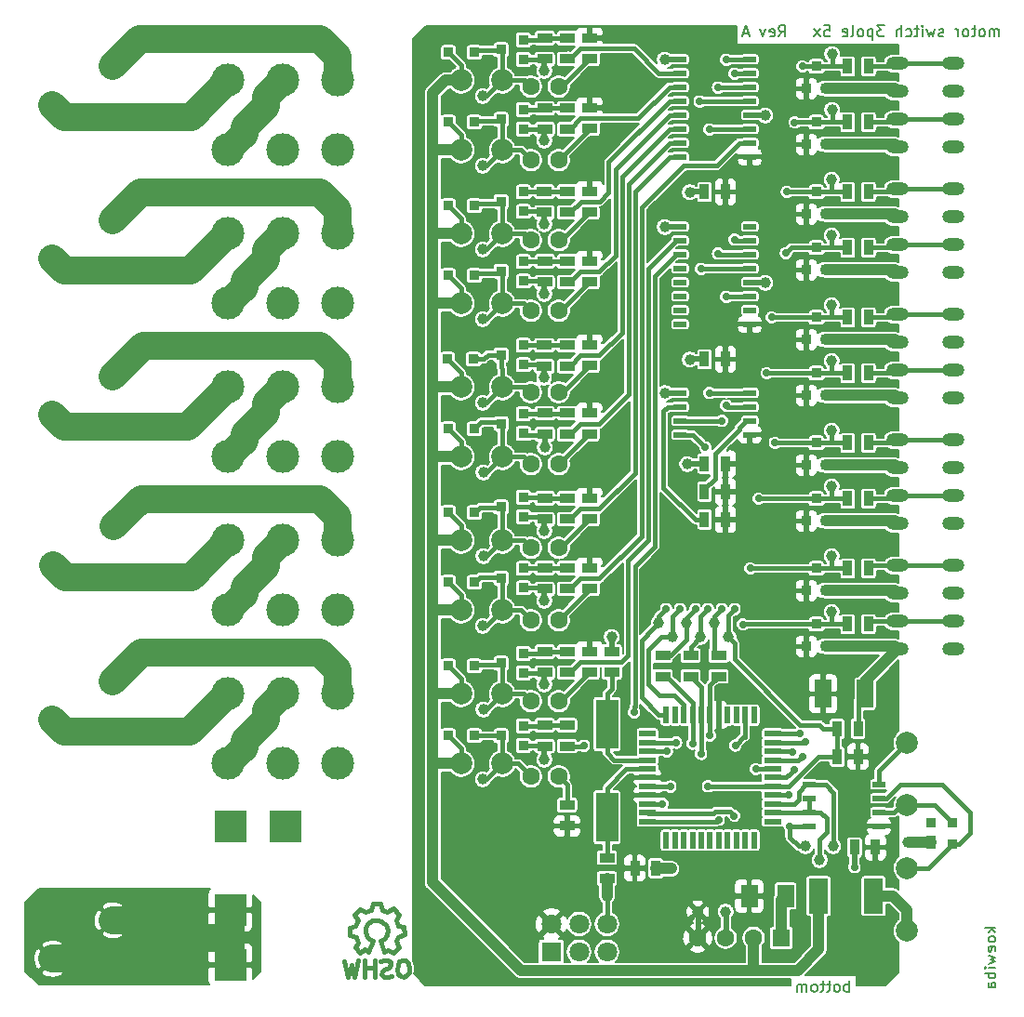
<source format=gbr>
G04 #@! TF.GenerationSoftware,KiCad,Pcbnew,5.0.1-33cea8e~67~ubuntu16.04.1*
G04 #@! TF.CreationDate,2018-10-24T20:39:20+02:00*
G04 #@! TF.ProjectId,motor_switch_3pole_5x,6D6F746F725F7377697463685F33706F,A*
G04 #@! TF.SameCoordinates,Original*
G04 #@! TF.FileFunction,Copper,L2,Bot,Signal*
G04 #@! TF.FilePolarity,Positive*
%FSLAX46Y46*%
G04 Gerber Fmt 4.6, Leading zero omitted, Abs format (unit mm)*
G04 Created by KiCad (PCBNEW 5.0.1-33cea8e~67~ubuntu16.04.1) date Mi 24 Okt 2018 20:39:20 CEST*
%MOMM*%
%LPD*%
G01*
G04 APERTURE LIST*
G04 #@! TA.AperFunction,NonConductor*
%ADD10C,0.200000*%
G04 #@! TD*
G04 #@! TA.AperFunction,EtchedComponent*
%ADD11C,0.381000*%
G04 #@! TD*
G04 #@! TA.AperFunction,SMDPad,CuDef*
%ADD12R,1.143000X0.508000*%
G04 #@! TD*
G04 #@! TA.AperFunction,ComponentPad*
%ADD13C,2.000000*%
G04 #@! TD*
G04 #@! TA.AperFunction,ComponentPad*
%ADD14C,1.600000*%
G04 #@! TD*
G04 #@! TA.AperFunction,ComponentPad*
%ADD15R,1.600000X1.600000*%
G04 #@! TD*
G04 #@! TA.AperFunction,ComponentPad*
%ADD16R,1.800000X1.800000*%
G04 #@! TD*
G04 #@! TA.AperFunction,ComponentPad*
%ADD17C,1.800000*%
G04 #@! TD*
G04 #@! TA.AperFunction,ComponentPad*
%ADD18C,3.000000*%
G04 #@! TD*
G04 #@! TA.AperFunction,ComponentPad*
%ADD19C,2.200000*%
G04 #@! TD*
G04 #@! TA.AperFunction,SMDPad,CuDef*
%ADD20R,1.397000X0.889000*%
G04 #@! TD*
G04 #@! TA.AperFunction,SMDPad,CuDef*
%ADD21R,0.914400X0.914400*%
G04 #@! TD*
G04 #@! TA.AperFunction,SMDPad,CuDef*
%ADD22C,0.850000*%
G04 #@! TD*
G04 #@! TA.AperFunction,Conductor*
%ADD23C,0.100000*%
G04 #@! TD*
G04 #@! TA.AperFunction,SMDPad,CuDef*
%ADD24R,0.850000X0.850000*%
G04 #@! TD*
G04 #@! TA.AperFunction,SMDPad,CuDef*
%ADD25R,0.850000X1.200000*%
G04 #@! TD*
G04 #@! TA.AperFunction,SMDPad,CuDef*
%ADD26R,1.780540X3.200400*%
G04 #@! TD*
G04 #@! TA.AperFunction,ComponentPad*
%ADD27O,2.000000X1.200000*%
G04 #@! TD*
G04 #@! TA.AperFunction,SMDPad,CuDef*
%ADD28R,0.889000X1.397000*%
G04 #@! TD*
G04 #@! TA.AperFunction,SMDPad,CuDef*
%ADD29R,1.524000X2.032000*%
G04 #@! TD*
G04 #@! TA.AperFunction,SMDPad,CuDef*
%ADD30R,1.501140X2.499360*%
G04 #@! TD*
G04 #@! TA.AperFunction,SMDPad,CuDef*
%ADD31R,1.998980X4.500880*%
G04 #@! TD*
G04 #@! TA.AperFunction,SMDPad,CuDef*
%ADD32R,0.550000X1.500000*%
G04 #@! TD*
G04 #@! TA.AperFunction,SMDPad,CuDef*
%ADD33R,1.500000X0.550000*%
G04 #@! TD*
G04 #@! TA.AperFunction,ComponentPad*
%ADD34R,2.900000X2.900000*%
G04 #@! TD*
G04 #@! TA.AperFunction,BGAPad,CuDef*
%ADD35C,1.000000*%
G04 #@! TD*
G04 #@! TA.AperFunction,ViaPad*
%ADD36C,1.000000*%
G04 #@! TD*
G04 #@! TA.AperFunction,ViaPad*
%ADD37C,0.700000*%
G04 #@! TD*
G04 #@! TA.AperFunction,Conductor*
%ADD38C,0.500000*%
G04 #@! TD*
G04 #@! TA.AperFunction,Conductor*
%ADD39C,0.400000*%
G04 #@! TD*
G04 #@! TA.AperFunction,Conductor*
%ADD40C,1.000000*%
G04 #@! TD*
G04 #@! TA.AperFunction,Conductor*
%ADD41C,2.500000*%
G04 #@! TD*
G04 #@! TA.AperFunction,Conductor*
%ADD42C,0.200000*%
G04 #@! TD*
G04 APERTURE END LIST*
D10*
X178252142Y-138882380D02*
X178252142Y-137882380D01*
X178252142Y-138263333D02*
X178156904Y-138215714D01*
X177966428Y-138215714D01*
X177871190Y-138263333D01*
X177823571Y-138310952D01*
X177775952Y-138406190D01*
X177775952Y-138691904D01*
X177823571Y-138787142D01*
X177871190Y-138834761D01*
X177966428Y-138882380D01*
X178156904Y-138882380D01*
X178252142Y-138834761D01*
X177204523Y-138882380D02*
X177299761Y-138834761D01*
X177347380Y-138787142D01*
X177395000Y-138691904D01*
X177395000Y-138406190D01*
X177347380Y-138310952D01*
X177299761Y-138263333D01*
X177204523Y-138215714D01*
X177061666Y-138215714D01*
X176966428Y-138263333D01*
X176918809Y-138310952D01*
X176871190Y-138406190D01*
X176871190Y-138691904D01*
X176918809Y-138787142D01*
X176966428Y-138834761D01*
X177061666Y-138882380D01*
X177204523Y-138882380D01*
X176585476Y-138215714D02*
X176204523Y-138215714D01*
X176442619Y-137882380D02*
X176442619Y-138739523D01*
X176395000Y-138834761D01*
X176299761Y-138882380D01*
X176204523Y-138882380D01*
X176014047Y-138215714D02*
X175633095Y-138215714D01*
X175871190Y-137882380D02*
X175871190Y-138739523D01*
X175823571Y-138834761D01*
X175728333Y-138882380D01*
X175633095Y-138882380D01*
X175156904Y-138882380D02*
X175252142Y-138834761D01*
X175299761Y-138787142D01*
X175347380Y-138691904D01*
X175347380Y-138406190D01*
X175299761Y-138310952D01*
X175252142Y-138263333D01*
X175156904Y-138215714D01*
X175014047Y-138215714D01*
X174918809Y-138263333D01*
X174871190Y-138310952D01*
X174823571Y-138406190D01*
X174823571Y-138691904D01*
X174871190Y-138787142D01*
X174918809Y-138834761D01*
X175014047Y-138882380D01*
X175156904Y-138882380D01*
X174395000Y-138882380D02*
X174395000Y-138215714D01*
X174395000Y-138310952D02*
X174347380Y-138263333D01*
X174252142Y-138215714D01*
X174109285Y-138215714D01*
X174014047Y-138263333D01*
X173966428Y-138358571D01*
X173966428Y-138882380D01*
X173966428Y-138358571D02*
X173918809Y-138263333D01*
X173823571Y-138215714D01*
X173680714Y-138215714D01*
X173585476Y-138263333D01*
X173537857Y-138358571D01*
X173537857Y-138882380D01*
X191587380Y-133083095D02*
X190587380Y-133083095D01*
X191206428Y-133178333D02*
X191587380Y-133464047D01*
X190920714Y-133464047D02*
X191301666Y-133083095D01*
X191587380Y-134035476D02*
X191539761Y-133940238D01*
X191492142Y-133892619D01*
X191396904Y-133845000D01*
X191111190Y-133845000D01*
X191015952Y-133892619D01*
X190968333Y-133940238D01*
X190920714Y-134035476D01*
X190920714Y-134178333D01*
X190968333Y-134273571D01*
X191015952Y-134321190D01*
X191111190Y-134368809D01*
X191396904Y-134368809D01*
X191492142Y-134321190D01*
X191539761Y-134273571D01*
X191587380Y-134178333D01*
X191587380Y-134035476D01*
X191539761Y-135178333D02*
X191587380Y-135083095D01*
X191587380Y-134892619D01*
X191539761Y-134797380D01*
X191444523Y-134749761D01*
X191063571Y-134749761D01*
X190968333Y-134797380D01*
X190920714Y-134892619D01*
X190920714Y-135083095D01*
X190968333Y-135178333D01*
X191063571Y-135225952D01*
X191158809Y-135225952D01*
X191254047Y-134749761D01*
X190920714Y-135559285D02*
X191587380Y-135749761D01*
X191111190Y-135940238D01*
X191587380Y-136130714D01*
X190920714Y-136321190D01*
X191587380Y-136702142D02*
X190920714Y-136702142D01*
X190587380Y-136702142D02*
X190635000Y-136654523D01*
X190682619Y-136702142D01*
X190635000Y-136749761D01*
X190587380Y-136702142D01*
X190682619Y-136702142D01*
X191587380Y-137178333D02*
X190587380Y-137178333D01*
X190968333Y-137178333D02*
X190920714Y-137273571D01*
X190920714Y-137464047D01*
X190968333Y-137559285D01*
X191015952Y-137606904D01*
X191111190Y-137654523D01*
X191396904Y-137654523D01*
X191492142Y-137606904D01*
X191539761Y-137559285D01*
X191587380Y-137464047D01*
X191587380Y-137273571D01*
X191539761Y-137178333D01*
X191587380Y-138511666D02*
X191063571Y-138511666D01*
X190968333Y-138464047D01*
X190920714Y-138368809D01*
X190920714Y-138178333D01*
X190968333Y-138083095D01*
X191539761Y-138511666D02*
X191587380Y-138416428D01*
X191587380Y-138178333D01*
X191539761Y-138083095D01*
X191444523Y-138035476D01*
X191349285Y-138035476D01*
X191254047Y-138083095D01*
X191206428Y-138178333D01*
X191206428Y-138416428D01*
X191158809Y-138511666D01*
X191881190Y-51887380D02*
X191881190Y-51220714D01*
X191881190Y-51315952D02*
X191833571Y-51268333D01*
X191738333Y-51220714D01*
X191595476Y-51220714D01*
X191500238Y-51268333D01*
X191452619Y-51363571D01*
X191452619Y-51887380D01*
X191452619Y-51363571D02*
X191405000Y-51268333D01*
X191309761Y-51220714D01*
X191166904Y-51220714D01*
X191071666Y-51268333D01*
X191024047Y-51363571D01*
X191024047Y-51887380D01*
X190405000Y-51887380D02*
X190500238Y-51839761D01*
X190547857Y-51792142D01*
X190595476Y-51696904D01*
X190595476Y-51411190D01*
X190547857Y-51315952D01*
X190500238Y-51268333D01*
X190405000Y-51220714D01*
X190262142Y-51220714D01*
X190166904Y-51268333D01*
X190119285Y-51315952D01*
X190071666Y-51411190D01*
X190071666Y-51696904D01*
X190119285Y-51792142D01*
X190166904Y-51839761D01*
X190262142Y-51887380D01*
X190405000Y-51887380D01*
X189785952Y-51220714D02*
X189405000Y-51220714D01*
X189643095Y-50887380D02*
X189643095Y-51744523D01*
X189595476Y-51839761D01*
X189500238Y-51887380D01*
X189405000Y-51887380D01*
X188928809Y-51887380D02*
X189024047Y-51839761D01*
X189071666Y-51792142D01*
X189119285Y-51696904D01*
X189119285Y-51411190D01*
X189071666Y-51315952D01*
X189024047Y-51268333D01*
X188928809Y-51220714D01*
X188785952Y-51220714D01*
X188690714Y-51268333D01*
X188643095Y-51315952D01*
X188595476Y-51411190D01*
X188595476Y-51696904D01*
X188643095Y-51792142D01*
X188690714Y-51839761D01*
X188785952Y-51887380D01*
X188928809Y-51887380D01*
X188166904Y-51887380D02*
X188166904Y-51220714D01*
X188166904Y-51411190D02*
X188119285Y-51315952D01*
X188071666Y-51268333D01*
X187976428Y-51220714D01*
X187881190Y-51220714D01*
X186833571Y-51839761D02*
X186738333Y-51887380D01*
X186547857Y-51887380D01*
X186452619Y-51839761D01*
X186405000Y-51744523D01*
X186405000Y-51696904D01*
X186452619Y-51601666D01*
X186547857Y-51554047D01*
X186690714Y-51554047D01*
X186785952Y-51506428D01*
X186833571Y-51411190D01*
X186833571Y-51363571D01*
X186785952Y-51268333D01*
X186690714Y-51220714D01*
X186547857Y-51220714D01*
X186452619Y-51268333D01*
X186071666Y-51220714D02*
X185881190Y-51887380D01*
X185690714Y-51411190D01*
X185500238Y-51887380D01*
X185309761Y-51220714D01*
X184928809Y-51887380D02*
X184928809Y-51220714D01*
X184928809Y-50887380D02*
X184976428Y-50935000D01*
X184928809Y-50982619D01*
X184881190Y-50935000D01*
X184928809Y-50887380D01*
X184928809Y-50982619D01*
X184595476Y-51220714D02*
X184214523Y-51220714D01*
X184452619Y-50887380D02*
X184452619Y-51744523D01*
X184405000Y-51839761D01*
X184309761Y-51887380D01*
X184214523Y-51887380D01*
X183452619Y-51839761D02*
X183547857Y-51887380D01*
X183738333Y-51887380D01*
X183833571Y-51839761D01*
X183881190Y-51792142D01*
X183928809Y-51696904D01*
X183928809Y-51411190D01*
X183881190Y-51315952D01*
X183833571Y-51268333D01*
X183738333Y-51220714D01*
X183547857Y-51220714D01*
X183452619Y-51268333D01*
X183024047Y-51887380D02*
X183024047Y-50887380D01*
X182595476Y-51887380D02*
X182595476Y-51363571D01*
X182643095Y-51268333D01*
X182738333Y-51220714D01*
X182881190Y-51220714D01*
X182976428Y-51268333D01*
X183024047Y-51315952D01*
X181452619Y-50887380D02*
X180833571Y-50887380D01*
X181166904Y-51268333D01*
X181024047Y-51268333D01*
X180928809Y-51315952D01*
X180881190Y-51363571D01*
X180833571Y-51458809D01*
X180833571Y-51696904D01*
X180881190Y-51792142D01*
X180928809Y-51839761D01*
X181024047Y-51887380D01*
X181309761Y-51887380D01*
X181405000Y-51839761D01*
X181452619Y-51792142D01*
X180405000Y-51220714D02*
X180405000Y-52220714D01*
X180405000Y-51268333D02*
X180309761Y-51220714D01*
X180119285Y-51220714D01*
X180024047Y-51268333D01*
X179976428Y-51315952D01*
X179928809Y-51411190D01*
X179928809Y-51696904D01*
X179976428Y-51792142D01*
X180024047Y-51839761D01*
X180119285Y-51887380D01*
X180309761Y-51887380D01*
X180405000Y-51839761D01*
X179357380Y-51887380D02*
X179452619Y-51839761D01*
X179500238Y-51792142D01*
X179547857Y-51696904D01*
X179547857Y-51411190D01*
X179500238Y-51315952D01*
X179452619Y-51268333D01*
X179357380Y-51220714D01*
X179214523Y-51220714D01*
X179119285Y-51268333D01*
X179071666Y-51315952D01*
X179024047Y-51411190D01*
X179024047Y-51696904D01*
X179071666Y-51792142D01*
X179119285Y-51839761D01*
X179214523Y-51887380D01*
X179357380Y-51887380D01*
X178452619Y-51887380D02*
X178547857Y-51839761D01*
X178595476Y-51744523D01*
X178595476Y-50887380D01*
X177690714Y-51839761D02*
X177785952Y-51887380D01*
X177976428Y-51887380D01*
X178071666Y-51839761D01*
X178119285Y-51744523D01*
X178119285Y-51363571D01*
X178071666Y-51268333D01*
X177976428Y-51220714D01*
X177785952Y-51220714D01*
X177690714Y-51268333D01*
X177643095Y-51363571D01*
X177643095Y-51458809D01*
X178119285Y-51554047D01*
X175976428Y-50887380D02*
X176452619Y-50887380D01*
X176500238Y-51363571D01*
X176452619Y-51315952D01*
X176357380Y-51268333D01*
X176119285Y-51268333D01*
X176024047Y-51315952D01*
X175976428Y-51363571D01*
X175928809Y-51458809D01*
X175928809Y-51696904D01*
X175976428Y-51792142D01*
X176024047Y-51839761D01*
X176119285Y-51887380D01*
X176357380Y-51887380D01*
X176452619Y-51839761D01*
X176500238Y-51792142D01*
X175595476Y-51887380D02*
X175071666Y-51220714D01*
X175595476Y-51220714D02*
X175071666Y-51887380D01*
X171833571Y-51887380D02*
X172166904Y-51411190D01*
X172405000Y-51887380D02*
X172405000Y-50887380D01*
X172024047Y-50887380D01*
X171928809Y-50935000D01*
X171881190Y-50982619D01*
X171833571Y-51077857D01*
X171833571Y-51220714D01*
X171881190Y-51315952D01*
X171928809Y-51363571D01*
X172024047Y-51411190D01*
X172405000Y-51411190D01*
X171024047Y-51839761D02*
X171119285Y-51887380D01*
X171309761Y-51887380D01*
X171405000Y-51839761D01*
X171452619Y-51744523D01*
X171452619Y-51363571D01*
X171405000Y-51268333D01*
X171309761Y-51220714D01*
X171119285Y-51220714D01*
X171024047Y-51268333D01*
X170976428Y-51363571D01*
X170976428Y-51458809D01*
X171452619Y-51554047D01*
X170643095Y-51220714D02*
X170405000Y-51887380D01*
X170166904Y-51220714D01*
X169071666Y-51601666D02*
X168595476Y-51601666D01*
X169166904Y-51887380D02*
X168833571Y-50887380D01*
X168500238Y-51887380D01*
D11*
G04 #@! TO.C,LOGO2*
X134904480Y-134249160D02*
X134505700Y-135249920D01*
X135605520Y-134249160D02*
X135956040Y-135249920D01*
X135956040Y-134051040D02*
X135605520Y-134249160D01*
X136204960Y-133748780D02*
X135956040Y-134051040D01*
X136255760Y-133250940D02*
X136204960Y-133748780D01*
X136105900Y-132798820D02*
X136255760Y-133250940D01*
X135704580Y-132450840D02*
X136105900Y-132798820D01*
X135305800Y-132349240D02*
X135704580Y-132450840D01*
X134856220Y-132400040D02*
X135305800Y-132349240D01*
X134404100Y-132750560D02*
X134856220Y-132400040D01*
X134254240Y-133101080D02*
X134404100Y-132750560D01*
X134254240Y-133499860D02*
X134254240Y-133101080D01*
X134404100Y-133901180D02*
X134254240Y-133499860D01*
X134604760Y-134099300D02*
X134404100Y-133901180D01*
X134904480Y-134249160D02*
X134604760Y-134099300D01*
X137185400Y-133870700D02*
X137045700Y-134269480D01*
X137744200Y-133670040D02*
X137185400Y-133870700D01*
X137734040Y-132969000D02*
X137744200Y-133670040D01*
X137185400Y-132869940D02*
X137734040Y-132969000D01*
X137015220Y-132389880D02*
X137185400Y-132869940D01*
X137264140Y-131848860D02*
X137015220Y-132389880D01*
X136745980Y-131320540D02*
X137264140Y-131848860D01*
X136194800Y-131589780D02*
X136745980Y-131320540D01*
X135775700Y-131419600D02*
X136194800Y-131589780D01*
X135564880Y-130870960D02*
X135775700Y-131419600D01*
X134874000Y-130888740D02*
X135564880Y-130870960D01*
X134703820Y-131429760D02*
X134874000Y-130888740D01*
X134233920Y-131630420D02*
X134703820Y-131429760D01*
X133715760Y-131368800D02*
X134233920Y-131630420D01*
X133245860Y-131879340D02*
X133715760Y-131368800D01*
X133515100Y-132349240D02*
X133245860Y-131879340D01*
X133314440Y-132920740D02*
X133515100Y-132349240D01*
X132755640Y-133060440D02*
X133314440Y-132920740D01*
X132755640Y-133741160D02*
X132755640Y-133060440D01*
X133365240Y-133929120D02*
X132755640Y-133741160D01*
X133555740Y-134399020D02*
X133365240Y-133929120D01*
X133273800Y-134879080D02*
X133555740Y-134399020D01*
X133746240Y-135369300D02*
X133273800Y-134879080D01*
X134185660Y-135039100D02*
X133746240Y-135369300D01*
X134515860Y-135229600D02*
X134185660Y-135039100D01*
X136235440Y-135089900D02*
X135956040Y-135249920D01*
X136756140Y-135359140D02*
X136235440Y-135089900D01*
X137294620Y-134840980D02*
X136756140Y-135359140D01*
X137035540Y-134279640D02*
X137294620Y-134840980D01*
X137294620Y-136138920D02*
X137655300Y-136009380D01*
X137185400Y-136420860D02*
X137294620Y-136138920D01*
X137134600Y-136829800D02*
X137185400Y-136420860D01*
X137205720Y-137289540D02*
X137134600Y-136829800D01*
X137424160Y-137469880D02*
X137205720Y-137289540D01*
X137734040Y-137541000D02*
X137424160Y-137469880D01*
X137985500Y-137419080D02*
X137734040Y-137541000D01*
X138186160Y-137099040D02*
X137985500Y-137419080D01*
X138214100Y-136751060D02*
X138186160Y-137099040D01*
X138125200Y-136260840D02*
X138214100Y-136751060D01*
X137883900Y-136019540D02*
X138125200Y-136260840D01*
X137634980Y-135999220D02*
X137883900Y-136019540D01*
X136245600Y-137558780D02*
X136596120Y-137449560D01*
X135925560Y-137530840D02*
X136245600Y-137558780D01*
X135694420Y-137309860D02*
X135925560Y-137530840D01*
X135735060Y-137010140D02*
X135694420Y-137309860D01*
X135915400Y-136850120D02*
X135735060Y-137010140D01*
X136304020Y-136720580D02*
X135915400Y-136850120D01*
X136545320Y-136479280D02*
X136304020Y-136720580D01*
X136514840Y-136210040D02*
X136545320Y-136479280D01*
X136276080Y-136009380D02*
X136514840Y-136210040D01*
X135956040Y-136019540D02*
X136276080Y-136009380D01*
X135605520Y-136100820D02*
X135956040Y-136019540D01*
X135054340Y-137568940D02*
X135044180Y-137558780D01*
X135054340Y-135999220D02*
X135054340Y-137568940D01*
X134165340Y-136009380D02*
X134165340Y-137551160D01*
X134205980Y-136730740D02*
X134205980Y-136720580D01*
X134216140Y-136720580D02*
X134205980Y-136730740D01*
X135006080Y-136730740D02*
X134216140Y-136720580D01*
X132636260Y-137520680D02*
X132295900Y-136070340D01*
X132946140Y-136448800D02*
X132636260Y-137520680D01*
X133225540Y-137510520D02*
X132946140Y-136448800D01*
X133586220Y-136039860D02*
X133225540Y-137510520D01*
G04 #@! TD*
D12*
G04 #@! TO.P,U1,15*
G04 #@! TO.N,/motor_3_on*
X169215000Y-61595000D03*
G04 #@! TO.P,U1,1*
G04 #@! TO.N,/motor_3_up*
X162865000Y-62865000D03*
G04 #@! TO.P,U1,2*
G04 #@! TO.N,/motor_2_on*
X162865000Y-61595000D03*
G04 #@! TO.P,U1,3*
G04 #@! TO.N,/motor_2_up*
X162865000Y-60325000D03*
G04 #@! TO.P,U1,4*
G04 #@! TO.N,/motor_1_on*
X162865000Y-59055000D03*
G04 #@! TO.P,U1,5*
G04 #@! TO.N,/motor_1_up*
X162865000Y-57785000D03*
G04 #@! TO.P,U1,6*
G04 #@! TO.N,/motor_0_on*
X162865000Y-56515000D03*
G04 #@! TO.P,U1,7*
G04 #@! TO.N,/motor_0_up*
X162865000Y-55245000D03*
G04 #@! TO.P,U1,8*
G04 #@! TO.N,GND*
X162865000Y-53975000D03*
G04 #@! TO.P,U1,9*
G04 #@! TO.N,Net-(U1-Pad9)*
X169215000Y-53975000D03*
G04 #@! TO.P,U1,10*
G04 #@! TO.N,/output_reset*
X169215000Y-55245000D03*
G04 #@! TO.P,U1,11*
G04 #@! TO.N,/output_clock*
X169215000Y-56515000D03*
G04 #@! TO.P,U1,12*
G04 #@! TO.N,/output_latch*
X169215000Y-57785000D03*
G04 #@! TO.P,U1,13*
G04 #@! TO.N,GND*
X169215000Y-59055000D03*
G04 #@! TO.P,U1,14*
G04 #@! TO.N,/output_data*
X169215000Y-60325000D03*
G04 #@! TO.P,U1,16*
G04 #@! TO.N,+5V*
X169215000Y-62865000D03*
G04 #@! TD*
G04 #@! TO.P,U2,15*
G04 #@! TO.N,Net-(U2-Pad15)*
X169215000Y-76835000D03*
G04 #@! TO.P,U2,1*
G04 #@! TO.N,Net-(U2-Pad1)*
X162865000Y-78105000D03*
G04 #@! TO.P,U2,2*
G04 #@! TO.N,Net-(U2-Pad2)*
X162865000Y-76835000D03*
G04 #@! TO.P,U2,3*
G04 #@! TO.N,Net-(U2-Pad3)*
X162865000Y-75565000D03*
G04 #@! TO.P,U2,4*
G04 #@! TO.N,Net-(U2-Pad4)*
X162865000Y-74295000D03*
G04 #@! TO.P,U2,5*
G04 #@! TO.N,Net-(U2-Pad5)*
X162865000Y-73025000D03*
G04 #@! TO.P,U2,6*
G04 #@! TO.N,/motor_4_on*
X162865000Y-71755000D03*
G04 #@! TO.P,U2,7*
G04 #@! TO.N,/motor_4_up*
X162865000Y-70485000D03*
G04 #@! TO.P,U2,8*
G04 #@! TO.N,GND*
X162865000Y-69215000D03*
G04 #@! TO.P,U2,9*
G04 #@! TO.N,Net-(U2-Pad9)*
X169215000Y-69215000D03*
G04 #@! TO.P,U2,10*
G04 #@! TO.N,/output_reset*
X169215000Y-70485000D03*
G04 #@! TO.P,U2,11*
G04 #@! TO.N,/output_clock*
X169215000Y-71755000D03*
G04 #@! TO.P,U2,12*
G04 #@! TO.N,/output_latch*
X169215000Y-73025000D03*
G04 #@! TO.P,U2,13*
G04 #@! TO.N,GND*
X169215000Y-74295000D03*
G04 #@! TO.P,U2,14*
G04 #@! TO.N,Net-(U1-Pad9)*
X169215000Y-75565000D03*
G04 #@! TO.P,U2,16*
G04 #@! TO.N,+5V*
X169215000Y-78105000D03*
G04 #@! TD*
G04 #@! TO.P,U3,1*
G04 #@! TO.N,/bus_atmega328_basic//CSEEP*
X162865000Y-88165000D03*
G04 #@! TO.P,U3,2*
G04 #@! TO.N,/bus_atmega328_basic/MISO*
X162865000Y-86895000D03*
G04 #@! TO.P,U3,3*
G04 #@! TO.N,Net-(R31-Pad2)*
X162865000Y-85625000D03*
G04 #@! TO.P,U3,4*
G04 #@! TO.N,GND*
X162865000Y-84355000D03*
G04 #@! TO.P,U3,5*
G04 #@! TO.N,/output_data*
X169215000Y-84355000D03*
G04 #@! TO.P,U3,6*
G04 #@! TO.N,/output_clock*
X169215000Y-85625000D03*
G04 #@! TO.P,U3,7*
G04 #@! TO.N,Net-(R35-Pad2)*
X169215000Y-86895000D03*
G04 #@! TO.P,U3,8*
G04 #@! TO.N,+5V*
X169215000Y-88165000D03*
G04 #@! TD*
G04 #@! TO.P,U6,1*
G04 #@! TO.N,/bus_atmega328_basic/RXD0*
X174625000Y-123825000D03*
G04 #@! TO.P,U6,2*
G04 #@! TO.N,/bus_atmega328_basic/TXD0EN*
X174625000Y-122555000D03*
G04 #@! TO.P,U6,3*
X174625000Y-121285000D03*
G04 #@! TO.P,U6,4*
G04 #@! TO.N,/bus_atmega328_basic/TXD0*
X174625000Y-120015000D03*
G04 #@! TO.P,U6,5*
G04 #@! TO.N,GND*
X180975000Y-120015000D03*
G04 #@! TO.P,U6,6*
G04 #@! TO.N,/bus_atmega328_basic/A*
X180975000Y-121285000D03*
G04 #@! TO.P,U6,7*
G04 #@! TO.N,/bus_atmega328_basic/B*
X180975000Y-122555000D03*
G04 #@! TO.P,U6,8*
G04 #@! TO.N,+5V*
X180975000Y-123825000D03*
G04 #@! TD*
D13*
G04 #@! TO.P,J13,1*
G04 #@! TO.N,Net-(F2-Pad2)*
X183515000Y-133350000D03*
G04 #@! TD*
G04 #@! TO.P,J14,1*
G04 #@! TO.N,/bus_atmega328_basic/A*
X183515000Y-127635000D03*
G04 #@! TD*
G04 #@! TO.P,J15,1*
G04 #@! TO.N,/bus_atmega328_basic/B*
X183515000Y-121920000D03*
G04 #@! TD*
G04 #@! TO.P,J16,1*
G04 #@! TO.N,GND*
X183515000Y-116205000D03*
G04 #@! TD*
D14*
G04 #@! TO.P,U7,4*
G04 #@! TO.N,+5V*
X164465000Y-133985000D03*
G04 #@! TO.P,U7,3*
G04 #@! TO.N,GND*
X167005000Y-133985000D03*
G04 #@! TO.P,U7,2*
G04 #@! TO.N,+24V*
X169545000Y-133985000D03*
D15*
G04 #@! TO.P,U7,1*
G04 #@! TO.N,GND*
X172085000Y-133985000D03*
G04 #@! TD*
D16*
G04 #@! TO.P,J12,1*
G04 #@! TO.N,/bus_atmega328_basic/PB4_MISO*
X151130000Y-135255000D03*
D17*
G04 #@! TO.P,J12,2*
G04 #@! TO.N,+5V*
X151130000Y-132715000D03*
G04 #@! TO.P,J12,3*
G04 #@! TO.N,/bus_atmega328_basic/PB5_SCK*
X153670000Y-135255000D03*
G04 #@! TO.P,J12,4*
G04 #@! TO.N,/bus_atmega328_basic/PB3_MOSI*
X153670000Y-132715000D03*
G04 #@! TO.P,J12,5*
G04 #@! TO.N,/output_reset*
X156210000Y-135255000D03*
G04 #@! TO.P,J12,6*
G04 #@! TO.N,GND*
X156210000Y-132715000D03*
G04 #@! TD*
D14*
G04 #@! TO.P,D23,2*
G04 #@! TO.N,Net-(D1-Pad1)*
X149276000Y-56440000D03*
G04 #@! TO.P,D23,1*
G04 #@! TO.N,Net-(D23-Pad1)*
X151816000Y-56440000D03*
G04 #@! TD*
G04 #@! TO.P,D24,2*
G04 #@! TO.N,Net-(D2-Pad1)*
X149276000Y-63146000D03*
G04 #@! TO.P,D24,1*
G04 #@! TO.N,Net-(D24-Pad1)*
X151816000Y-63146000D03*
G04 #@! TD*
G04 #@! TO.P,D25,2*
G04 #@! TO.N,Net-(D25-Pad2)*
X149276000Y-70440000D03*
G04 #@! TO.P,D25,1*
G04 #@! TO.N,Net-(D25-Pad1)*
X151816000Y-70440000D03*
G04 #@! TD*
G04 #@! TO.P,D26,2*
G04 #@! TO.N,Net-(D26-Pad2)*
X149276000Y-76862000D03*
G04 #@! TO.P,D26,1*
G04 #@! TO.N,Net-(D26-Pad1)*
X151816000Y-76862000D03*
G04 #@! TD*
G04 #@! TO.P,D27,2*
G04 #@! TO.N,Net-(D27-Pad2)*
X149276000Y-84291500D03*
G04 #@! TO.P,D27,1*
G04 #@! TO.N,Net-(D27-Pad1)*
X151816000Y-84291500D03*
G04 #@! TD*
G04 #@! TO.P,D28,2*
G04 #@! TO.N,Net-(D28-Pad2)*
X149276000Y-90832000D03*
G04 #@! TO.P,D28,1*
G04 #@! TO.N,Net-(D28-Pad1)*
X151816000Y-90832000D03*
G04 #@! TD*
G04 #@! TO.P,D29,2*
G04 #@! TO.N,Net-(D29-Pad2)*
X149276000Y-98452000D03*
G04 #@! TO.P,D29,1*
G04 #@! TO.N,Net-(D29-Pad1)*
X151816000Y-98452000D03*
G04 #@! TD*
G04 #@! TO.P,D30,2*
G04 #@! TO.N,Net-(D30-Pad2)*
X149276000Y-105056000D03*
G04 #@! TO.P,D30,1*
G04 #@! TO.N,Net-(D30-Pad1)*
X151816000Y-105056000D03*
G04 #@! TD*
G04 #@! TO.P,D31,2*
G04 #@! TO.N,Net-(D31-Pad2)*
X149276000Y-112422000D03*
G04 #@! TO.P,D31,1*
G04 #@! TO.N,Net-(D31-Pad1)*
X151816000Y-112422000D03*
G04 #@! TD*
G04 #@! TO.P,D32,2*
G04 #@! TO.N,Net-(D10-Pad1)*
X149276000Y-119280000D03*
G04 #@! TO.P,D32,1*
G04 #@! TO.N,Net-(D32-Pad1)*
X151816000Y-119280000D03*
G04 #@! TD*
D18*
G04 #@! TO.P,REL5,5*
G04 #@! TO.N,/Motor Relays/MOTOR_2_230V_UP*
X121685000Y-83820000D03*
G04 #@! TO.P,REL5,4*
G04 #@! TO.N,/Motor Relays/M2_230V_ON*
X126685000Y-83820000D03*
G04 #@! TO.P,REL5,3*
G04 #@! TO.N,/Motor Relays/MOTOR_2_230V_DOWN*
X131685000Y-83820000D03*
D13*
G04 #@! TO.P,REL5,2*
G04 #@! TO.N,+24V*
X142935000Y-83820000D03*
G04 #@! TO.P,REL5,1*
G04 #@! TO.N,Net-(D27-Pad2)*
X146685000Y-83820000D03*
G04 #@! TD*
D18*
G04 #@! TO.P,REL1,5*
G04 #@! TO.N,/Motor Relays/MOTOR_0_230V_UP*
X121685000Y-55880000D03*
G04 #@! TO.P,REL1,4*
G04 #@! TO.N,/Motor Relays/M0_230V_ON*
X126685000Y-55880000D03*
G04 #@! TO.P,REL1,3*
G04 #@! TO.N,/Motor Relays/MOTOR_0_230V_DOWN*
X131685000Y-55880000D03*
D13*
G04 #@! TO.P,REL1,2*
G04 #@! TO.N,+24V*
X142935000Y-55880000D03*
G04 #@! TO.P,REL1,1*
G04 #@! TO.N,Net-(D1-Pad1)*
X146685000Y-55880000D03*
G04 #@! TD*
D18*
G04 #@! TO.P,REL2,5*
G04 #@! TO.N,/Motor Relays/M0_230V_ON*
X121685000Y-62230000D03*
G04 #@! TO.P,REL2,4*
G04 #@! TO.N,/Motor Relays/230V*
X126685000Y-62230000D03*
G04 #@! TO.P,REL2,3*
G04 #@! TO.N,N/C*
X131685000Y-62230000D03*
D13*
G04 #@! TO.P,REL2,2*
G04 #@! TO.N,+24V*
X142935000Y-62230000D03*
G04 #@! TO.P,REL2,1*
G04 #@! TO.N,Net-(D2-Pad1)*
X146685000Y-62230000D03*
G04 #@! TD*
D18*
G04 #@! TO.P,REL3,5*
G04 #@! TO.N,/Motor Relays/MOTOR_1_230V_UP*
X121685000Y-69850000D03*
G04 #@! TO.P,REL3,4*
G04 #@! TO.N,/Motor Relays/M1_230V_ON*
X126685000Y-69850000D03*
G04 #@! TO.P,REL3,3*
G04 #@! TO.N,/Motor Relays/MOTOR_1_230V_DOWN*
X131685000Y-69850000D03*
D13*
G04 #@! TO.P,REL3,2*
G04 #@! TO.N,+24V*
X142935000Y-69850000D03*
G04 #@! TO.P,REL3,1*
G04 #@! TO.N,Net-(D25-Pad2)*
X146685000Y-69850000D03*
G04 #@! TD*
D18*
G04 #@! TO.P,REL4,5*
G04 #@! TO.N,/Motor Relays/M1_230V_ON*
X121685000Y-76200000D03*
G04 #@! TO.P,REL4,4*
G04 #@! TO.N,/Motor Relays/230V*
X126685000Y-76200000D03*
G04 #@! TO.P,REL4,3*
G04 #@! TO.N,N/C*
X131685000Y-76200000D03*
D13*
G04 #@! TO.P,REL4,2*
G04 #@! TO.N,+24V*
X142935000Y-76200000D03*
G04 #@! TO.P,REL4,1*
G04 #@! TO.N,Net-(D26-Pad2)*
X146685000Y-76200000D03*
G04 #@! TD*
D18*
G04 #@! TO.P,REL6,5*
G04 #@! TO.N,/Motor Relays/M2_230V_ON*
X121685000Y-90170000D03*
G04 #@! TO.P,REL6,4*
G04 #@! TO.N,/Motor Relays/230V*
X126685000Y-90170000D03*
G04 #@! TO.P,REL6,3*
G04 #@! TO.N,N/C*
X131685000Y-90170000D03*
D13*
G04 #@! TO.P,REL6,2*
G04 #@! TO.N,+24V*
X142935000Y-90170000D03*
G04 #@! TO.P,REL6,1*
G04 #@! TO.N,Net-(D28-Pad2)*
X146685000Y-90170000D03*
G04 #@! TD*
D18*
G04 #@! TO.P,REL7,5*
G04 #@! TO.N,/Motor Relays/MOTOR_3_230V_UP*
X121685000Y-97790000D03*
G04 #@! TO.P,REL7,4*
G04 #@! TO.N,/Motor Relays/M3_230V_ON*
X126685000Y-97790000D03*
G04 #@! TO.P,REL7,3*
G04 #@! TO.N,/Motor Relays/MOTOR_3_230V_DOWN*
X131685000Y-97790000D03*
D13*
G04 #@! TO.P,REL7,2*
G04 #@! TO.N,+24V*
X142935000Y-97790000D03*
G04 #@! TO.P,REL7,1*
G04 #@! TO.N,Net-(D29-Pad2)*
X146685000Y-97790000D03*
G04 #@! TD*
D18*
G04 #@! TO.P,REL8,5*
G04 #@! TO.N,/Motor Relays/M3_230V_ON*
X121685000Y-104140000D03*
G04 #@! TO.P,REL8,4*
G04 #@! TO.N,/Motor Relays/230V*
X126685000Y-104140000D03*
G04 #@! TO.P,REL8,3*
G04 #@! TO.N,N/C*
X131685000Y-104140000D03*
D13*
G04 #@! TO.P,REL8,2*
G04 #@! TO.N,+24V*
X142935000Y-104140000D03*
G04 #@! TO.P,REL8,1*
G04 #@! TO.N,Net-(D30-Pad2)*
X146685000Y-104140000D03*
G04 #@! TD*
D18*
G04 #@! TO.P,REL9,5*
G04 #@! TO.N,/Motor Relays/MOTOR_4_230V_UP*
X121685000Y-111760000D03*
G04 #@! TO.P,REL9,4*
G04 #@! TO.N,/Motor Relays/M4_230V_ON*
X126685000Y-111760000D03*
G04 #@! TO.P,REL9,3*
G04 #@! TO.N,/Motor Relays/MOTOR_4_230V_DOWN*
X131685000Y-111760000D03*
D13*
G04 #@! TO.P,REL9,2*
G04 #@! TO.N,+24V*
X142935000Y-111760000D03*
G04 #@! TO.P,REL9,1*
G04 #@! TO.N,Net-(D31-Pad2)*
X146685000Y-111760000D03*
G04 #@! TD*
D18*
G04 #@! TO.P,REL10,5*
G04 #@! TO.N,/Motor Relays/M4_230V_ON*
X121685000Y-118110000D03*
G04 #@! TO.P,REL10,4*
G04 #@! TO.N,/Motor Relays/230V*
X126685000Y-118110000D03*
G04 #@! TO.P,REL10,3*
G04 #@! TO.N,N/C*
X131685000Y-118110000D03*
D13*
G04 #@! TO.P,REL10,2*
G04 #@! TO.N,+24V*
X142935000Y-118110000D03*
G04 #@! TO.P,REL10,1*
G04 #@! TO.N,Net-(D10-Pad1)*
X146685000Y-118110000D03*
G04 #@! TD*
D19*
G04 #@! TO.P,J2,2*
G04 #@! TO.N,/Motor Relays/MOTOR_0_230V_UP*
X105710000Y-58110000D03*
G04 #@! TO.P,J2,1*
G04 #@! TO.N,/Motor Relays/MOTOR_0_230V_DOWN*
X111210000Y-54610000D03*
G04 #@! TD*
D20*
G04 #@! TO.P,R20,2*
G04 #@! TO.N,/motor_4_on*
X152578000Y-116522500D03*
G04 #@! TO.P,R20,1*
G04 #@! TO.N,Net-(Q10-Pad1)*
X152578000Y-114617500D03*
G04 #@! TD*
G04 #@! TO.P,R15,2*
G04 #@! TO.N,GND*
X150546000Y-109818500D03*
G04 #@! TO.P,R15,1*
G04 #@! TO.N,Net-(Q9-Pad1)*
X150546000Y-107913500D03*
G04 #@! TD*
D21*
G04 #@! TO.P,Q7,3*
G04 #@! TO.N,Net-(D29-Pad2)*
X146558000Y-94742000D03*
G04 #@! TO.P,Q7,1*
G04 #@! TO.N,Net-(Q7-Pad1)*
X148590000Y-93853000D03*
G04 #@! TO.P,Q7,2*
G04 #@! TO.N,GND*
X148590000Y-95631000D03*
G04 #@! TD*
G04 #@! TO.P,D11,3*
G04 #@! TO.N,//button_0_up*
X175260000Y-54610000D03*
G04 #@! TO.P,D11,1*
G04 #@! TO.N,GND*
X176149000Y-56642000D03*
G04 #@! TO.P,D11,2*
G04 #@! TO.N,+5V*
X174371000Y-56642000D03*
G04 #@! TD*
G04 #@! TO.P,D12,3*
G04 #@! TO.N,//button_0_down*
X175260000Y-59690000D03*
G04 #@! TO.P,D12,1*
G04 #@! TO.N,GND*
X176149000Y-61722000D03*
G04 #@! TO.P,D12,2*
G04 #@! TO.N,+5V*
X174371000Y-61722000D03*
G04 #@! TD*
G04 #@! TO.P,D13,3*
G04 #@! TO.N,//button_1_up*
X175260000Y-66040000D03*
G04 #@! TO.P,D13,1*
G04 #@! TO.N,GND*
X176149000Y-68072000D03*
G04 #@! TO.P,D13,2*
G04 #@! TO.N,+5V*
X174371000Y-68072000D03*
G04 #@! TD*
G04 #@! TO.P,D14,3*
G04 #@! TO.N,//button_1_down*
X175260000Y-71120000D03*
G04 #@! TO.P,D14,1*
G04 #@! TO.N,GND*
X176149000Y-73152000D03*
G04 #@! TO.P,D14,2*
G04 #@! TO.N,+5V*
X174371000Y-73152000D03*
G04 #@! TD*
G04 #@! TO.P,D15,3*
G04 #@! TO.N,//button_2_up*
X175260000Y-77470000D03*
G04 #@! TO.P,D15,1*
G04 #@! TO.N,GND*
X176149000Y-79502000D03*
G04 #@! TO.P,D15,2*
G04 #@! TO.N,+5V*
X174371000Y-79502000D03*
G04 #@! TD*
G04 #@! TO.P,D16,3*
G04 #@! TO.N,//button_2_down*
X175260000Y-82550000D03*
G04 #@! TO.P,D16,1*
G04 #@! TO.N,GND*
X176149000Y-84582000D03*
G04 #@! TO.P,D16,2*
G04 #@! TO.N,+5V*
X174371000Y-84582000D03*
G04 #@! TD*
G04 #@! TO.P,D17,3*
G04 #@! TO.N,//button_3_up*
X175260000Y-88900000D03*
G04 #@! TO.P,D17,1*
G04 #@! TO.N,GND*
X176149000Y-90932000D03*
G04 #@! TO.P,D17,2*
G04 #@! TO.N,+5V*
X174371000Y-90932000D03*
G04 #@! TD*
G04 #@! TO.P,D18,3*
G04 #@! TO.N,//button_3_down*
X175260000Y-93980000D03*
G04 #@! TO.P,D18,1*
G04 #@! TO.N,GND*
X176149000Y-96012000D03*
G04 #@! TO.P,D18,2*
G04 #@! TO.N,+5V*
X174371000Y-96012000D03*
G04 #@! TD*
G04 #@! TO.P,D19,3*
G04 #@! TO.N,//button_4_up*
X175260000Y-100330000D03*
G04 #@! TO.P,D19,1*
G04 #@! TO.N,GND*
X176149000Y-102362000D03*
G04 #@! TO.P,D19,2*
G04 #@! TO.N,+5V*
X174371000Y-102362000D03*
G04 #@! TD*
G04 #@! TO.P,D20,3*
G04 #@! TO.N,//button_4_down*
X175260000Y-105410000D03*
G04 #@! TO.P,D20,1*
G04 #@! TO.N,GND*
X176149000Y-107442000D03*
G04 #@! TO.P,D20,2*
G04 #@! TO.N,+5V*
X174371000Y-107442000D03*
G04 #@! TD*
D22*
G04 #@! TO.P,D22,4*
G04 #@! TO.N,/bus_atmega328_basic/A*
X187640000Y-125410000D03*
D23*
G04 #@! TD*
G04 #@! TO.N,/bus_atmega328_basic/A*
G04 #@! TO.C,D22*
G36*
X188065000Y-125835000D02*
X187215000Y-125835000D01*
X187215000Y-124985000D01*
X188065000Y-124985000D01*
X188065000Y-125835000D01*
X188065000Y-125835000D01*
G37*
D24*
G04 #@! TO.P,D22,3*
G04 #@! TO.N,/bus_atmega328_basic/B*
X187640000Y-123510000D03*
G04 #@! TO.P,D22,2*
G04 #@! TO.N,Net-(D22-Pad2)*
X185740000Y-123510000D03*
D25*
G04 #@! TO.P,D22,1*
G04 #@! TO.N,GND*
X185740000Y-125229620D03*
G04 #@! TD*
D26*
G04 #@! TO.P,F2,2*
G04 #@! TO.N,Net-(F2-Pad2)*
X180489200Y-130175000D03*
G04 #@! TO.P,F2,1*
G04 #@! TO.N,+24V*
X175485400Y-130175000D03*
G04 #@! TD*
D19*
G04 #@! TO.P,J1,2*
G04 #@! TO.N,Net-(J1-Pad1)*
X105710000Y-135890000D03*
G04 #@! TO.P,J1,1*
X111210000Y-132390000D03*
G04 #@! TD*
G04 #@! TO.P,J3,2*
G04 #@! TO.N,/Motor Relays/MOTOR_1_230V_UP*
X105710000Y-72110000D03*
G04 #@! TO.P,J3,1*
G04 #@! TO.N,/Motor Relays/MOTOR_1_230V_DOWN*
X111210000Y-68610000D03*
G04 #@! TD*
G04 #@! TO.P,J4,2*
G04 #@! TO.N,/Motor Relays/MOTOR_2_230V_UP*
X105710000Y-86360000D03*
G04 #@! TO.P,J4,1*
G04 #@! TO.N,/Motor Relays/MOTOR_2_230V_DOWN*
X111210000Y-82860000D03*
G04 #@! TD*
G04 #@! TO.P,J5,2*
G04 #@! TO.N,/Motor Relays/MOTOR_3_230V_UP*
X105810000Y-100020000D03*
G04 #@! TO.P,J5,1*
G04 #@! TO.N,/Motor Relays/MOTOR_3_230V_DOWN*
X111310000Y-96520000D03*
G04 #@! TD*
G04 #@! TO.P,J6,2*
G04 #@! TO.N,/Motor Relays/MOTOR_4_230V_UP*
X105710000Y-114110000D03*
G04 #@! TO.P,J6,1*
G04 #@! TO.N,/Motor Relays/MOTOR_4_230V_DOWN*
X111210000Y-110610000D03*
G04 #@! TD*
D27*
G04 #@! TO.P,J7,4*
G04 #@! TO.N,GND*
X182626000Y-61976000D03*
G04 #@! TO.P,J7,3*
G04 #@! TO.N,Net-(J7-Pad3)*
X182626000Y-59436000D03*
G04 #@! TO.P,J7,2*
G04 #@! TO.N,GND*
X182626000Y-56896000D03*
G04 #@! TO.P,J7,1*
G04 #@! TO.N,Net-(J7-Pad1)*
X182626000Y-54356000D03*
G04 #@! TO.P,J7,4*
G04 #@! TO.N,GND*
X187706000Y-61976000D03*
G04 #@! TO.P,J7,3*
G04 #@! TO.N,Net-(J7-Pad3)*
X187706000Y-59436000D03*
G04 #@! TO.P,J7,1*
G04 #@! TO.N,Net-(J7-Pad1)*
X187706000Y-54356000D03*
G04 #@! TO.P,J7,2*
G04 #@! TO.N,GND*
X187706000Y-56896000D03*
G04 #@! TD*
G04 #@! TO.P,J8,4*
G04 #@! TO.N,GND*
X182626000Y-73406000D03*
G04 #@! TO.P,J8,3*
G04 #@! TO.N,Net-(J8-Pad3)*
X182626000Y-70866000D03*
G04 #@! TO.P,J8,2*
G04 #@! TO.N,GND*
X182626000Y-68326000D03*
G04 #@! TO.P,J8,1*
G04 #@! TO.N,Net-(J8-Pad1)*
X182626000Y-65786000D03*
G04 #@! TO.P,J8,4*
G04 #@! TO.N,GND*
X187706000Y-73406000D03*
G04 #@! TO.P,J8,3*
G04 #@! TO.N,Net-(J8-Pad3)*
X187706000Y-70866000D03*
G04 #@! TO.P,J8,1*
G04 #@! TO.N,Net-(J8-Pad1)*
X187706000Y-65786000D03*
G04 #@! TO.P,J8,2*
G04 #@! TO.N,GND*
X187706000Y-68326000D03*
G04 #@! TD*
G04 #@! TO.P,J9,4*
G04 #@! TO.N,GND*
X182626000Y-84836000D03*
G04 #@! TO.P,J9,3*
G04 #@! TO.N,Net-(J9-Pad3)*
X182626000Y-82296000D03*
G04 #@! TO.P,J9,2*
G04 #@! TO.N,GND*
X182626000Y-79756000D03*
G04 #@! TO.P,J9,1*
G04 #@! TO.N,Net-(J9-Pad1)*
X182626000Y-77216000D03*
G04 #@! TO.P,J9,4*
G04 #@! TO.N,GND*
X187706000Y-84836000D03*
G04 #@! TO.P,J9,3*
G04 #@! TO.N,Net-(J9-Pad3)*
X187706000Y-82296000D03*
G04 #@! TO.P,J9,1*
G04 #@! TO.N,Net-(J9-Pad1)*
X187706000Y-77216000D03*
G04 #@! TO.P,J9,2*
G04 #@! TO.N,GND*
X187706000Y-79756000D03*
G04 #@! TD*
G04 #@! TO.P,J10,4*
G04 #@! TO.N,GND*
X182626000Y-96266000D03*
G04 #@! TO.P,J10,3*
G04 #@! TO.N,Net-(J10-Pad3)*
X182626000Y-93726000D03*
G04 #@! TO.P,J10,2*
G04 #@! TO.N,GND*
X182626000Y-91186000D03*
G04 #@! TO.P,J10,1*
G04 #@! TO.N,Net-(J10-Pad1)*
X182626000Y-88646000D03*
G04 #@! TO.P,J10,4*
G04 #@! TO.N,GND*
X187706000Y-96266000D03*
G04 #@! TO.P,J10,3*
G04 #@! TO.N,Net-(J10-Pad3)*
X187706000Y-93726000D03*
G04 #@! TO.P,J10,1*
G04 #@! TO.N,Net-(J10-Pad1)*
X187706000Y-88646000D03*
G04 #@! TO.P,J10,2*
G04 #@! TO.N,GND*
X187706000Y-91186000D03*
G04 #@! TD*
G04 #@! TO.P,J11,4*
G04 #@! TO.N,GND*
X182626000Y-107696000D03*
G04 #@! TO.P,J11,3*
G04 #@! TO.N,Net-(J11-Pad3)*
X182626000Y-105156000D03*
G04 #@! TO.P,J11,2*
G04 #@! TO.N,GND*
X182626000Y-102616000D03*
G04 #@! TO.P,J11,1*
G04 #@! TO.N,Net-(J11-Pad1)*
X182626000Y-100076000D03*
G04 #@! TO.P,J11,4*
G04 #@! TO.N,GND*
X187706000Y-107696000D03*
G04 #@! TO.P,J11,3*
G04 #@! TO.N,Net-(J11-Pad3)*
X187706000Y-105156000D03*
G04 #@! TO.P,J11,1*
G04 #@! TO.N,Net-(J11-Pad1)*
X187706000Y-100076000D03*
G04 #@! TO.P,J11,2*
G04 #@! TO.N,GND*
X187706000Y-102616000D03*
G04 #@! TD*
D21*
G04 #@! TO.P,Q1,3*
G04 #@! TO.N,Net-(D1-Pad1)*
X146558000Y-53086000D03*
G04 #@! TO.P,Q1,1*
G04 #@! TO.N,Net-(Q1-Pad1)*
X148590000Y-52197000D03*
G04 #@! TO.P,Q1,2*
G04 #@! TO.N,GND*
X148590000Y-53975000D03*
G04 #@! TD*
G04 #@! TO.P,Q2,3*
G04 #@! TO.N,Net-(D2-Pad1)*
X146558000Y-59436000D03*
G04 #@! TO.P,Q2,1*
G04 #@! TO.N,Net-(Q2-Pad1)*
X148590000Y-58547000D03*
G04 #@! TO.P,Q2,2*
G04 #@! TO.N,GND*
X148590000Y-60325000D03*
G04 #@! TD*
G04 #@! TO.P,Q3,3*
G04 #@! TO.N,Net-(D25-Pad2)*
X146558000Y-66929000D03*
G04 #@! TO.P,Q3,1*
G04 #@! TO.N,Net-(Q3-Pad1)*
X148590000Y-66040000D03*
G04 #@! TO.P,Q3,2*
G04 #@! TO.N,GND*
X148590000Y-67818000D03*
G04 #@! TD*
G04 #@! TO.P,Q4,3*
G04 #@! TO.N,Net-(D26-Pad2)*
X146558000Y-73279000D03*
G04 #@! TO.P,Q4,1*
G04 #@! TO.N,Net-(Q4-Pad1)*
X148590000Y-72390000D03*
G04 #@! TO.P,Q4,2*
G04 #@! TO.N,GND*
X148590000Y-74168000D03*
G04 #@! TD*
G04 #@! TO.P,Q5,3*
G04 #@! TO.N,Net-(D27-Pad2)*
X146558000Y-80899000D03*
G04 #@! TO.P,Q5,1*
G04 #@! TO.N,Net-(Q5-Pad1)*
X148590000Y-80010000D03*
G04 #@! TO.P,Q5,2*
G04 #@! TO.N,GND*
X148590000Y-81788000D03*
G04 #@! TD*
G04 #@! TO.P,Q6,3*
G04 #@! TO.N,Net-(D28-Pad2)*
X146558000Y-87149000D03*
G04 #@! TO.P,Q6,1*
G04 #@! TO.N,Net-(Q6-Pad1)*
X148590000Y-86260000D03*
G04 #@! TO.P,Q6,2*
G04 #@! TO.N,GND*
X148590000Y-88038000D03*
G04 #@! TD*
G04 #@! TO.P,Q8,3*
G04 #@! TO.N,Net-(D30-Pad2)*
X146558000Y-101219000D03*
G04 #@! TO.P,Q8,1*
G04 #@! TO.N,Net-(Q8-Pad1)*
X148590000Y-100330000D03*
G04 #@! TO.P,Q8,2*
G04 #@! TO.N,GND*
X148590000Y-102108000D03*
G04 #@! TD*
G04 #@! TO.P,Q9,3*
G04 #@! TO.N,Net-(D31-Pad2)*
X146558000Y-108966000D03*
G04 #@! TO.P,Q9,1*
G04 #@! TO.N,Net-(Q9-Pad1)*
X148590000Y-108077000D03*
G04 #@! TO.P,Q9,2*
G04 #@! TO.N,GND*
X148590000Y-109855000D03*
G04 #@! TD*
G04 #@! TO.P,Q10,3*
G04 #@! TO.N,Net-(D10-Pad1)*
X146558000Y-115570000D03*
G04 #@! TO.P,Q10,1*
G04 #@! TO.N,Net-(Q10-Pad1)*
X148590000Y-114681000D03*
G04 #@! TO.P,Q10,2*
G04 #@! TO.N,GND*
X148590000Y-116459000D03*
G04 #@! TD*
D28*
G04 #@! TO.P,C1,2*
G04 #@! TO.N,GND*
X165087500Y-66040000D03*
G04 #@! TO.P,C1,1*
G04 #@! TO.N,+5V*
X166992500Y-66040000D03*
G04 #@! TD*
G04 #@! TO.P,C2,2*
G04 #@! TO.N,GND*
X165087500Y-81280000D03*
G04 #@! TO.P,C2,1*
G04 #@! TO.N,+5V*
X166992500Y-81280000D03*
G04 #@! TD*
G04 #@! TO.P,C3,2*
G04 #@! TO.N,GND*
X160655000Y-127635000D03*
G04 #@! TO.P,C3,1*
G04 #@! TO.N,+5V*
X158750000Y-127635000D03*
G04 #@! TD*
G04 #@! TO.P,C4,2*
G04 #@! TO.N,GND*
X165087500Y-90805000D03*
G04 #@! TO.P,C4,1*
G04 #@! TO.N,+5V*
X166992500Y-90805000D03*
G04 #@! TD*
D20*
G04 #@! TO.P,C5,2*
G04 #@! TO.N,GND*
X156210000Y-128587500D03*
G04 #@! TO.P,C5,1*
G04 #@! TO.N,Net-(C5-Pad1)*
X156210000Y-126682500D03*
G04 #@! TD*
G04 #@! TO.P,C6,2*
G04 #@! TO.N,GND*
X156642000Y-107913500D03*
G04 #@! TO.P,C6,1*
G04 #@! TO.N,Net-(C6-Pad1)*
X156642000Y-109818500D03*
G04 #@! TD*
D28*
G04 #@! TO.P,C7,2*
G04 #@! TO.N,GND*
X179070000Y-114935000D03*
G04 #@! TO.P,C7,1*
G04 #@! TO.N,/output_reset*
X177165000Y-114935000D03*
G04 #@! TD*
D29*
G04 #@! TO.P,C8,2*
G04 #@! TO.N,GND*
X172466000Y-130175000D03*
G04 #@! TO.P,C8,1*
G04 #@! TO.N,+5V*
X169164000Y-130175000D03*
G04 #@! TD*
D28*
G04 #@! TO.P,C9,2*
G04 #@! TO.N,+5V*
X180645000Y-125730000D03*
G04 #@! TO.P,C9,1*
G04 #@! TO.N,GND*
X178740000Y-125730000D03*
G04 #@! TD*
D21*
G04 #@! TO.P,D1,2*
G04 #@! TO.N,+24V*
X141792960Y-53340000D03*
G04 #@! TO.P,D1,1*
G04 #@! TO.N,Net-(D1-Pad1)*
X144145000Y-53340000D03*
G04 #@! TD*
G04 #@! TO.P,D2,2*
G04 #@! TO.N,+24V*
X141792960Y-59690000D03*
G04 #@! TO.P,D2,1*
G04 #@! TO.N,Net-(D2-Pad1)*
X144145000Y-59690000D03*
G04 #@! TD*
G04 #@! TO.P,D3,2*
G04 #@! TO.N,+24V*
X141792960Y-67310000D03*
G04 #@! TO.P,D3,1*
G04 #@! TO.N,Net-(D25-Pad2)*
X144145000Y-67310000D03*
G04 #@! TD*
G04 #@! TO.P,D4,2*
G04 #@! TO.N,+24V*
X141792960Y-73660000D03*
G04 #@! TO.P,D4,1*
G04 #@! TO.N,Net-(D26-Pad2)*
X144145000Y-73660000D03*
G04 #@! TD*
G04 #@! TO.P,D5,2*
G04 #@! TO.N,+24V*
X141698980Y-81280000D03*
G04 #@! TO.P,D5,1*
G04 #@! TO.N,Net-(D27-Pad2)*
X144051020Y-81280000D03*
G04 #@! TD*
G04 #@! TO.P,D6,2*
G04 #@! TO.N,+24V*
X141792960Y-87630000D03*
G04 #@! TO.P,D6,1*
G04 #@! TO.N,Net-(D28-Pad2)*
X144145000Y-87630000D03*
G04 #@! TD*
G04 #@! TO.P,D7,2*
G04 #@! TO.N,+24V*
X141792960Y-95250000D03*
G04 #@! TO.P,D7,1*
G04 #@! TO.N,Net-(D29-Pad2)*
X144145000Y-95250000D03*
G04 #@! TD*
G04 #@! TO.P,D8,2*
G04 #@! TO.N,+24V*
X141792960Y-101600000D03*
G04 #@! TO.P,D8,1*
G04 #@! TO.N,Net-(D30-Pad2)*
X144145000Y-101600000D03*
G04 #@! TD*
G04 #@! TO.P,D9,2*
G04 #@! TO.N,+24V*
X141792960Y-109220000D03*
G04 #@! TO.P,D9,1*
G04 #@! TO.N,Net-(D31-Pad2)*
X144145000Y-109220000D03*
G04 #@! TD*
G04 #@! TO.P,D10,2*
G04 #@! TO.N,+24V*
X141792960Y-115570000D03*
G04 #@! TO.P,D10,1*
G04 #@! TO.N,Net-(D10-Pad1)*
X144145000Y-115570000D03*
G04 #@! TD*
D30*
G04 #@! TO.P,D21,2*
G04 #@! TO.N,+5V*
X175895000Y-111760000D03*
G04 #@! TO.P,D21,1*
G04 #@! TO.N,GND*
X179705000Y-111760000D03*
G04 #@! TD*
D20*
G04 #@! TO.P,R1,2*
G04 #@! TO.N,GND*
X150546000Y-53938500D03*
G04 #@! TO.P,R1,1*
G04 #@! TO.N,Net-(Q1-Pad1)*
X150546000Y-52033500D03*
G04 #@! TD*
G04 #@! TO.P,R2,2*
G04 #@! TO.N,GND*
X150546000Y-60325000D03*
G04 #@! TO.P,R2,1*
G04 #@! TO.N,Net-(Q2-Pad1)*
X150546000Y-58420000D03*
G04 #@! TD*
G04 #@! TO.P,R3,2*
G04 #@! TO.N,GND*
X150495000Y-67908500D03*
G04 #@! TO.P,R3,1*
G04 #@! TO.N,Net-(Q3-Pad1)*
X150495000Y-66003500D03*
G04 #@! TD*
G04 #@! TO.P,R4,2*
G04 #@! TO.N,GND*
X150546000Y-74258500D03*
G04 #@! TO.P,R4,1*
G04 #@! TO.N,Net-(Q4-Pad1)*
X150546000Y-72353500D03*
G04 #@! TD*
G04 #@! TO.P,R5,2*
G04 #@! TO.N,GND*
X150495000Y-81915000D03*
G04 #@! TO.P,R5,1*
G04 #@! TO.N,Net-(Q5-Pad1)*
X150495000Y-80010000D03*
G04 #@! TD*
G04 #@! TO.P,R6,2*
G04 #@! TO.N,GND*
X150546000Y-88101500D03*
G04 #@! TO.P,R6,1*
G04 #@! TO.N,Net-(Q6-Pad1)*
X150546000Y-86196500D03*
G04 #@! TD*
G04 #@! TO.P,R7,2*
G04 #@! TO.N,/motor_0_up*
X152578000Y-53938500D03*
G04 #@! TO.P,R7,1*
G04 #@! TO.N,Net-(Q1-Pad1)*
X152578000Y-52033500D03*
G04 #@! TD*
G04 #@! TO.P,R8,2*
G04 #@! TO.N,/motor_0_on*
X152578000Y-60325000D03*
G04 #@! TO.P,R8,1*
G04 #@! TO.N,Net-(Q2-Pad1)*
X152578000Y-58420000D03*
G04 #@! TD*
G04 #@! TO.P,R9,2*
G04 #@! TO.N,/motor_1_up*
X152578000Y-67908500D03*
G04 #@! TO.P,R9,1*
G04 #@! TO.N,Net-(Q3-Pad1)*
X152578000Y-66003500D03*
G04 #@! TD*
G04 #@! TO.P,R10,2*
G04 #@! TO.N,/motor_1_on*
X152578000Y-74258500D03*
G04 #@! TO.P,R10,1*
G04 #@! TO.N,Net-(Q4-Pad1)*
X152578000Y-72353500D03*
G04 #@! TD*
G04 #@! TO.P,R11,2*
G04 #@! TO.N,/motor_2_up*
X152578000Y-81915000D03*
G04 #@! TO.P,R11,1*
G04 #@! TO.N,Net-(Q5-Pad1)*
X152578000Y-80010000D03*
G04 #@! TD*
G04 #@! TO.P,R12,2*
G04 #@! TO.N,/motor_2_on*
X152578000Y-88101500D03*
G04 #@! TO.P,R12,1*
G04 #@! TO.N,Net-(Q6-Pad1)*
X152578000Y-86196500D03*
G04 #@! TD*
G04 #@! TO.P,R13,2*
G04 #@! TO.N,GND*
X150546000Y-95848500D03*
G04 #@! TO.P,R13,1*
G04 #@! TO.N,Net-(Q7-Pad1)*
X150546000Y-93943500D03*
G04 #@! TD*
G04 #@! TO.P,R14,2*
G04 #@! TO.N,GND*
X150546000Y-102198500D03*
G04 #@! TO.P,R14,1*
G04 #@! TO.N,Net-(Q8-Pad1)*
X150546000Y-100293500D03*
G04 #@! TD*
G04 #@! TO.P,R16,2*
G04 #@! TO.N,GND*
X150546000Y-116522500D03*
G04 #@! TO.P,R16,1*
G04 #@! TO.N,Net-(Q10-Pad1)*
X150546000Y-114617500D03*
G04 #@! TD*
G04 #@! TO.P,R17,2*
G04 #@! TO.N,/motor_3_up*
X152578000Y-95848500D03*
G04 #@! TO.P,R17,1*
G04 #@! TO.N,Net-(Q7-Pad1)*
X152578000Y-93943500D03*
G04 #@! TD*
G04 #@! TO.P,R18,2*
G04 #@! TO.N,/motor_3_on*
X152578000Y-102198500D03*
G04 #@! TO.P,R18,1*
G04 #@! TO.N,Net-(Q8-Pad1)*
X152578000Y-100293500D03*
G04 #@! TD*
G04 #@! TO.P,R19,2*
G04 #@! TO.N,/motor_4_up*
X152578000Y-109818500D03*
G04 #@! TO.P,R19,1*
G04 #@! TO.N,Net-(Q9-Pad1)*
X152578000Y-107913500D03*
G04 #@! TD*
D28*
G04 #@! TO.P,R21,2*
G04 #@! TO.N,Net-(J7-Pad1)*
X180022500Y-54610000D03*
G04 #@! TO.P,R21,1*
G04 #@! TO.N,//button_0_up*
X178117500Y-54610000D03*
G04 #@! TD*
G04 #@! TO.P,R22,2*
G04 #@! TO.N,Net-(J7-Pad3)*
X180022500Y-59690000D03*
G04 #@! TO.P,R22,1*
G04 #@! TO.N,//button_0_down*
X178117500Y-59690000D03*
G04 #@! TD*
G04 #@! TO.P,R23,2*
G04 #@! TO.N,Net-(J8-Pad1)*
X180022500Y-66040000D03*
G04 #@! TO.P,R23,1*
G04 #@! TO.N,//button_1_up*
X178117500Y-66040000D03*
G04 #@! TD*
G04 #@! TO.P,R24,2*
G04 #@! TO.N,Net-(J8-Pad3)*
X180022500Y-71120000D03*
G04 #@! TO.P,R24,1*
G04 #@! TO.N,//button_1_down*
X178117500Y-71120000D03*
G04 #@! TD*
G04 #@! TO.P,R25,2*
G04 #@! TO.N,Net-(J9-Pad1)*
X180022500Y-77470000D03*
G04 #@! TO.P,R25,1*
G04 #@! TO.N,//button_2_up*
X178117500Y-77470000D03*
G04 #@! TD*
G04 #@! TO.P,R26,2*
G04 #@! TO.N,Net-(J9-Pad3)*
X180022500Y-82550000D03*
G04 #@! TO.P,R26,1*
G04 #@! TO.N,//button_2_down*
X178117500Y-82550000D03*
G04 #@! TD*
G04 #@! TO.P,R27,2*
G04 #@! TO.N,Net-(J10-Pad1)*
X180022500Y-88900000D03*
G04 #@! TO.P,R27,1*
G04 #@! TO.N,//button_3_up*
X178117500Y-88900000D03*
G04 #@! TD*
G04 #@! TO.P,R28,2*
G04 #@! TO.N,Net-(J10-Pad3)*
X180022500Y-93980000D03*
G04 #@! TO.P,R28,1*
G04 #@! TO.N,//button_3_down*
X178117500Y-93980000D03*
G04 #@! TD*
G04 #@! TO.P,R29,2*
G04 #@! TO.N,Net-(J11-Pad1)*
X180022500Y-100330000D03*
G04 #@! TO.P,R29,1*
G04 #@! TO.N,//button_4_up*
X178117500Y-100330000D03*
G04 #@! TD*
G04 #@! TO.P,R30,2*
G04 #@! TO.N,Net-(J11-Pad3)*
X180022500Y-105410000D03*
G04 #@! TO.P,R30,1*
G04 #@! TO.N,//button_4_down*
X178117500Y-105410000D03*
G04 #@! TD*
G04 #@! TO.P,R31,2*
G04 #@! TO.N,Net-(R31-Pad2)*
X165087500Y-95885000D03*
G04 #@! TO.P,R31,1*
G04 #@! TO.N,+5V*
X166992500Y-95885000D03*
G04 #@! TD*
D20*
G04 #@! TO.P,R32,2*
G04 #@! TO.N,/bus_atmega328_basic/MISO*
X163830000Y-108267500D03*
G04 #@! TO.P,R32,1*
G04 #@! TO.N,/bus_atmega328_basic/PB4_MISO*
X163830000Y-110172500D03*
G04 #@! TD*
G04 #@! TO.P,R33,2*
G04 #@! TO.N,/output_data*
X161290000Y-108267500D03*
G04 #@! TO.P,R33,1*
G04 #@! TO.N,/bus_atmega328_basic/PB3_MOSI*
X161290000Y-110172500D03*
G04 #@! TD*
G04 #@! TO.P,R34,2*
G04 #@! TO.N,/output_clock*
X166370000Y-108267500D03*
G04 #@! TO.P,R34,1*
G04 #@! TO.N,/bus_atmega328_basic/PB5_SCK*
X166370000Y-110172500D03*
G04 #@! TD*
D28*
G04 #@! TO.P,R35,2*
G04 #@! TO.N,Net-(R35-Pad2)*
X165087500Y-93345000D03*
G04 #@! TO.P,R35,1*
G04 #@! TO.N,+5V*
X166992500Y-93345000D03*
G04 #@! TD*
G04 #@! TO.P,R36,2*
G04 #@! TO.N,/output_reset*
X177165000Y-117475000D03*
G04 #@! TO.P,R36,1*
G04 #@! TO.N,+5V*
X179070000Y-117475000D03*
G04 #@! TD*
D31*
G04 #@! TO.P,U5,2*
G04 #@! TO.N,Net-(C6-Pad1)*
X156210000Y-114495580D03*
G04 #@! TO.P,U5,1*
G04 #@! TO.N,Net-(C5-Pad1)*
X156210000Y-122994420D03*
G04 #@! TD*
D32*
G04 #@! TO.P,U4,44*
G04 #@! TO.N,N/C*
X161595000Y-125080000D03*
G04 #@! TO.P,U4,43*
X162395000Y-125080000D03*
G04 #@! TO.P,U4,42*
X163195000Y-125080000D03*
G04 #@! TO.P,U4,41*
X163995000Y-125080000D03*
G04 #@! TO.P,U4,40*
X164795000Y-125080000D03*
G04 #@! TO.P,U4,39*
X165595000Y-125080000D03*
G04 #@! TO.P,U4,38*
X166395000Y-125080000D03*
G04 #@! TO.P,U4,37*
X167195000Y-125080000D03*
G04 #@! TO.P,U4,36*
X167995000Y-125080000D03*
G04 #@! TO.P,U4,35*
X168795000Y-125080000D03*
G04 #@! TO.P,U4,34*
X169595000Y-125080000D03*
D33*
G04 #@! TO.P,U4,33*
X171295000Y-123380000D03*
G04 #@! TO.P,U4,32*
G04 #@! TO.N,/bus_atmega328_basic/TXD0EN*
X171295000Y-122580000D03*
G04 #@! TO.P,U4,31*
G04 #@! TO.N,/bus_atmega328_basic/TXD0*
X171295000Y-121780000D03*
G04 #@! TO.P,U4,30*
G04 #@! TO.N,/bus_atmega328_basic/RXD0*
X171295000Y-120980000D03*
G04 #@! TO.P,U4,29*
G04 #@! TO.N,/output_reset*
X171295000Y-120180000D03*
G04 #@! TO.P,U4,28*
G04 #@! TO.N,//button_2_up*
X171295000Y-119380000D03*
G04 #@! TO.P,U4,27*
G04 #@! TO.N,//button_2_down*
X171295000Y-118580000D03*
G04 #@! TO.P,U4,26*
G04 #@! TO.N,//button_1_up*
X171295000Y-117780000D03*
G04 #@! TO.P,U4,25*
G04 #@! TO.N,//button_1_down*
X171295000Y-116980000D03*
G04 #@! TO.P,U4,24*
G04 #@! TO.N,//button_0_up*
X171295000Y-116180000D03*
G04 #@! TO.P,U4,23*
G04 #@! TO.N,//button_0_down*
X171295000Y-115380000D03*
D32*
G04 #@! TO.P,U4,22*
G04 #@! TO.N,/bus_atmega328_basic/ADC7*
X169595000Y-113680000D03*
G04 #@! TO.P,U4,21*
G04 #@! TO.N,GND*
X168795000Y-113680000D03*
G04 #@! TO.P,U4,20*
G04 #@! TO.N,/bus_atmega328_basic/AREF*
X167995000Y-113680000D03*
G04 #@! TO.P,U4,19*
G04 #@! TO.N,/bus_atmega328_basic/ADC6*
X167195000Y-113680000D03*
G04 #@! TO.P,U4,18*
G04 #@! TO.N,+5V*
X166395000Y-113680000D03*
G04 #@! TO.P,U4,17*
G04 #@! TO.N,/bus_atmega328_basic/PB5_SCK*
X165595000Y-113680000D03*
G04 #@! TO.P,U4,16*
G04 #@! TO.N,/bus_atmega328_basic/PB4_MISO*
X164795000Y-113680000D03*
G04 #@! TO.P,U4,15*
G04 #@! TO.N,/bus_atmega328_basic/PB3_MOSI*
X163995000Y-113680000D03*
G04 #@! TO.P,U4,14*
G04 #@! TO.N,/bus_atmega328_basic//CSEEP*
X163195000Y-113680000D03*
G04 #@! TO.P,U4,13*
G04 #@! TO.N,/bus_atmega328_basic/PB1*
X162395000Y-113680000D03*
G04 #@! TO.P,U4,12*
G04 #@! TO.N,/output_latch*
X161595000Y-113680000D03*
D33*
G04 #@! TO.P,U4,11*
G04 #@! TO.N,/bus_atmega328_basic/PD7*
X159895000Y-115380000D03*
G04 #@! TO.P,U4,10*
G04 #@! TO.N,//button_4_up*
X159895000Y-116180000D03*
G04 #@! TO.P,U4,9*
G04 #@! TO.N,//button_4_down*
X159895000Y-116980000D03*
G04 #@! TO.P,U4,8*
G04 #@! TO.N,Net-(C6-Pad1)*
X159895000Y-117780000D03*
G04 #@! TO.P,U4,7*
G04 #@! TO.N,Net-(C5-Pad1)*
X159895000Y-118580000D03*
G04 #@! TO.P,U4,6*
G04 #@! TO.N,+5V*
X159895000Y-119380000D03*
G04 #@! TO.P,U4,5*
G04 #@! TO.N,GND*
X159895000Y-120180000D03*
G04 #@! TO.P,U4,4*
G04 #@! TO.N,+5V*
X159895000Y-120980000D03*
G04 #@! TO.P,U4,3*
G04 #@! TO.N,GND*
X159895000Y-121780000D03*
G04 #@! TO.P,U4,2*
G04 #@! TO.N,//button_3_up*
X159895000Y-122580000D03*
G04 #@! TO.P,U4,1*
G04 #@! TO.N,//button_3_down*
X159895000Y-123380000D03*
G04 #@! TD*
D34*
G04 #@! TO.P,J17,1*
G04 #@! TO.N,Net-(J1-Pad1)*
X121920000Y-131445000D03*
X121920000Y-136443720D03*
G04 #@! TD*
G04 #@! TO.P,J18,1*
G04 #@! TO.N,/Motor Relays/230V*
X126918720Y-123825000D03*
X121920000Y-123825000D03*
G04 #@! TD*
D20*
G04 #@! TO.P,R37,2*
G04 #@! TO.N,+5V*
X154610000Y-52033500D03*
G04 #@! TO.P,R37,1*
G04 #@! TO.N,Net-(D23-Pad1)*
X154610000Y-53938500D03*
G04 #@! TD*
G04 #@! TO.P,R38,2*
G04 #@! TO.N,+5V*
X154610000Y-58383500D03*
G04 #@! TO.P,R38,1*
G04 #@! TO.N,Net-(D24-Pad1)*
X154610000Y-60288500D03*
G04 #@! TD*
G04 #@! TO.P,R39,2*
G04 #@! TO.N,+5V*
X154610000Y-66003500D03*
G04 #@! TO.P,R39,1*
G04 #@! TO.N,Net-(D25-Pad1)*
X154610000Y-67908500D03*
G04 #@! TD*
G04 #@! TO.P,R40,2*
G04 #@! TO.N,+5V*
X154610000Y-72353500D03*
G04 #@! TO.P,R40,1*
G04 #@! TO.N,Net-(D26-Pad1)*
X154610000Y-74258500D03*
G04 #@! TD*
G04 #@! TO.P,R41,2*
G04 #@! TO.N,+5V*
X154610000Y-79973500D03*
G04 #@! TO.P,R41,1*
G04 #@! TO.N,Net-(D27-Pad1)*
X154610000Y-81878500D03*
G04 #@! TD*
G04 #@! TO.P,R42,2*
G04 #@! TO.N,+5V*
X154610000Y-86196500D03*
G04 #@! TO.P,R42,1*
G04 #@! TO.N,Net-(D28-Pad1)*
X154610000Y-88101500D03*
G04 #@! TD*
G04 #@! TO.P,R43,2*
G04 #@! TO.N,+5V*
X154610000Y-93943500D03*
G04 #@! TO.P,R43,1*
G04 #@! TO.N,Net-(D29-Pad1)*
X154610000Y-95848500D03*
G04 #@! TD*
G04 #@! TO.P,R44,2*
G04 #@! TO.N,+5V*
X154610000Y-100293500D03*
G04 #@! TO.P,R44,1*
G04 #@! TO.N,Net-(D30-Pad1)*
X154610000Y-102198500D03*
G04 #@! TD*
G04 #@! TO.P,R45,2*
G04 #@! TO.N,+5V*
X154610000Y-107913500D03*
G04 #@! TO.P,R45,1*
G04 #@! TO.N,Net-(D31-Pad1)*
X154610000Y-109818500D03*
G04 #@! TD*
G04 #@! TO.P,R46,2*
G04 #@! TO.N,+5V*
X152578000Y-123788500D03*
G04 #@! TO.P,R46,1*
G04 #@! TO.N,Net-(D32-Pad1)*
X152578000Y-121883500D03*
G04 #@! TD*
D35*
G04 #@! TO.P,J19,1*
G04 #@! TO.N,Net-(D1-Pad1)*
X144908000Y-57304000D03*
G04 #@! TD*
G04 #@! TO.P,J20,1*
G04 #@! TO.N,Net-(D2-Pad1)*
X144908000Y-63654000D03*
G04 #@! TD*
G04 #@! TO.P,J21,1*
G04 #@! TO.N,Net-(D25-Pad2)*
X144908000Y-71274000D03*
G04 #@! TD*
G04 #@! TO.P,J22,1*
G04 #@! TO.N,Net-(D26-Pad2)*
X144908000Y-77624000D03*
G04 #@! TD*
G04 #@! TO.P,J23,1*
G04 #@! TO.N,Net-(D27-Pad2)*
X144908000Y-85244000D03*
G04 #@! TD*
G04 #@! TO.P,J24,1*
G04 #@! TO.N,Net-(D28-Pad2)*
X144959000Y-91594000D03*
G04 #@! TD*
G04 #@! TO.P,J25,1*
G04 #@! TO.N,Net-(D29-Pad2)*
X144958000Y-99214000D03*
G04 #@! TD*
G04 #@! TO.P,J26,1*
G04 #@! TO.N,Net-(D30-Pad2)*
X144908000Y-105564000D03*
G04 #@! TD*
G04 #@! TO.P,J27,1*
G04 #@! TO.N,Net-(D31-Pad2)*
X144958000Y-113184000D03*
G04 #@! TD*
G04 #@! TO.P,J28,1*
G04 #@! TO.N,Net-(D10-Pad1)*
X144908000Y-119534000D03*
G04 #@! TD*
G04 #@! TO.P,J29,1*
G04 #@! TO.N,/bus_atmega328_basic//CSEEP*
X162180000Y-106580000D03*
G04 #@! TD*
G04 #@! TO.P,J30,1*
G04 #@! TO.N,+5V*
X164466000Y-131599000D03*
G04 #@! TD*
G04 #@! TO.P,J31,1*
G04 #@! TO.N,GND*
X167006000Y-131599000D03*
G04 #@! TD*
G04 #@! TO.P,J32,1*
G04 #@! TO.N,//button_0_up*
X176708000Y-53494000D03*
G04 #@! TD*
G04 #@! TO.P,J33,1*
G04 #@! TO.N,//button_0_down*
X176708000Y-58574000D03*
G04 #@! TD*
G04 #@! TO.P,J34,1*
G04 #@! TO.N,//button_1_up*
X176658000Y-64924000D03*
G04 #@! TD*
G04 #@! TO.P,J35,1*
G04 #@! TO.N,//button_1_down*
X176658000Y-70004000D03*
G04 #@! TD*
G04 #@! TO.P,J36,1*
G04 #@! TO.N,//button_2_up*
X176658000Y-76354000D03*
G04 #@! TD*
G04 #@! TO.P,J37,1*
G04 #@! TO.N,//button_2_down*
X176658000Y-81434000D03*
G04 #@! TD*
G04 #@! TO.P,J38,1*
G04 #@! TO.N,//button_3_up*
X176658000Y-87784000D03*
G04 #@! TD*
G04 #@! TO.P,J39,1*
G04 #@! TO.N,//button_3_down*
X176658000Y-92864000D03*
G04 #@! TD*
G04 #@! TO.P,J40,1*
G04 #@! TO.N,//button_4_up*
X176658000Y-99214000D03*
G04 #@! TD*
G04 #@! TO.P,J41,1*
G04 #@! TO.N,//button_4_down*
X176658000Y-104294000D03*
G04 #@! TD*
G04 #@! TO.P,J42,1*
G04 #@! TO.N,/output_latch*
X160910000Y-105310000D03*
G04 #@! TD*
G04 #@! TO.P,J43,1*
G04 #@! TO.N,/output_data*
X163450000Y-105310000D03*
G04 #@! TD*
G04 #@! TO.P,J44,1*
G04 #@! TO.N,/output_clock*
X165990000Y-105310000D03*
G04 #@! TD*
G04 #@! TO.P,J45,1*
G04 #@! TO.N,/output_reset*
X167260000Y-106580000D03*
G04 #@! TD*
G04 #@! TO.P,J46,1*
G04 #@! TO.N,/bus_atmega328_basic/MISO*
X164720000Y-106580000D03*
G04 #@! TD*
G04 #@! TO.P,J47,1*
G04 #@! TO.N,/bus_atmega328_basic/TXD0EN*
X175565000Y-126900000D03*
G04 #@! TD*
G04 #@! TO.P,J48,1*
G04 #@! TO.N,/bus_atmega328_basic/TXD0*
X176785000Y-125630000D03*
G04 #@! TD*
G04 #@! TO.P,J49,1*
G04 #@! TO.N,/bus_atmega328_basic/RXD0*
X174295000Y-125630000D03*
G04 #@! TD*
D36*
G04 #@! TO.N,+5V*
X156388000Y-95912000D03*
X156388000Y-88038000D03*
X156515000Y-82450000D03*
X156515000Y-90705000D03*
D37*
G04 #@! TO.N,GND*
X167894000Y-116459000D03*
X161980939Y-120203389D03*
X161279075Y-121784863D03*
D36*
X162074225Y-127675917D03*
X150495000Y-117756000D03*
X150495000Y-110898000D03*
X150495000Y-103278000D03*
X150495000Y-75338000D03*
X150495000Y-68988000D03*
X150495000Y-61368000D03*
X150495000Y-55018000D03*
X183566000Y-125249000D03*
X156210000Y-130175000D03*
X170612000Y-59082000D03*
X161468000Y-54002000D03*
X161468000Y-69242000D03*
X170612000Y-74322000D03*
X161468002Y-84355000D03*
X163753998Y-81307000D03*
X163754000Y-66067000D03*
X163512978Y-90832000D03*
X156642000Y-106580000D03*
X150546000Y-89308000D03*
X150482500Y-82958000D03*
X150495000Y-96928000D03*
D37*
X178740000Y-127535000D03*
G04 #@! TO.N,/output_reset*
X165405000Y-120169000D03*
X167818000Y-55272000D03*
X167818000Y-70385000D03*
X167818000Y-104040000D03*
G04 #@! TO.N,//button_0_up*
X173990000Y-54610000D03*
X174295000Y-116105000D03*
G04 #@! TO.N,//button_0_down*
X173289990Y-59712202D03*
X173743465Y-115329746D03*
G04 #@! TO.N,//button_1_up*
X173990000Y-117475000D03*
X172589980Y-66040000D03*
G04 #@! TO.N,//button_1_down*
X172505010Y-71620874D03*
X173094566Y-117075243D03*
G04 #@! TO.N,//button_2_up*
X171189960Y-77470000D03*
X173238194Y-118641131D03*
G04 #@! TO.N,//button_2_down*
X169747213Y-118607894D03*
X170750000Y-82550000D03*
G04 #@! TO.N,//button_3_up*
X167796251Y-122861759D03*
X171500010Y-88894805D03*
G04 #@! TO.N,//button_3_down*
X166382337Y-123214998D03*
X169999990Y-93980000D03*
G04 #@! TO.N,//button_4_up*
X162502944Y-116196891D03*
X169249980Y-100330000D03*
G04 #@! TO.N,//button_4_down*
X161657884Y-116998175D03*
X168568010Y-105424440D03*
G04 #@! TO.N,/bus_atmega328_basic/PB4_MISO*
X164775467Y-117231202D03*
G04 #@! TO.N,/bus_atmega328_basic/PB5_SCK*
X165590272Y-115546792D03*
G04 #@! TO.N,/bus_atmega328_basic/PB3_MOSI*
X164002955Y-116305173D03*
G04 #@! TO.N,/motor_4_on*
X154102000Y-116486000D03*
X158674000Y-113438000D03*
G04 #@! TO.N,/bus_atmega328_basic/MISO*
X165405000Y-104040000D03*
X166686990Y-86895000D03*
G04 #@! TO.N,/output_data*
X164262000Y-104040000D03*
X165532002Y-60352000D03*
X165532000Y-84355000D03*
G04 #@! TO.N,/output_clock*
X166675000Y-104040000D03*
X166317988Y-56542000D03*
X166317989Y-71655000D03*
X167055994Y-85498000D03*
G04 #@! TO.N,/output_latch*
X161595000Y-104040000D03*
X164770000Y-73052000D03*
X164642998Y-57812000D03*
G04 #@! TO.N,Net-(U1-Pad9)*
X167056000Y-54002000D03*
X167067999Y-75592002D03*
G04 #@! TO.N,/bus_atmega328_basic//CSEEP*
X162865000Y-104040000D03*
X165162990Y-89308000D03*
G04 #@! TO.N,/bus_atmega328_basic/RXD0*
X172868515Y-123831300D03*
X172771000Y-120931000D03*
G04 #@! TD*
D38*
G04 #@! TO.N,+5V*
X164516000Y-133934000D02*
X164465000Y-133985000D01*
X164516000Y-131599000D02*
X164516000Y-133934000D01*
X154610000Y-93943500D02*
X154610000Y-93880000D01*
X154610000Y-86196500D02*
X154864000Y-86196500D01*
X156388000Y-84672500D02*
X156388000Y-84482000D01*
X156388000Y-84482000D02*
X156388000Y-82577000D01*
X156388000Y-82577000D02*
X156515000Y-82450000D01*
D39*
G04 #@! TO.N,GND*
X168795000Y-115647693D02*
X168705307Y-115647693D01*
X168705307Y-115647693D02*
X167894000Y-116459000D01*
X168795000Y-113680000D02*
X168795000Y-115647693D01*
X168795000Y-115647693D02*
X168778166Y-115664527D01*
X159895000Y-120180000D02*
X161957550Y-120180000D01*
X161957550Y-120180000D02*
X161980939Y-120203389D01*
X161274212Y-121780000D02*
X161279075Y-121784863D01*
X159895000Y-121780000D02*
X161274212Y-121780000D01*
D40*
X160695917Y-127675917D02*
X162074225Y-127675917D01*
X160655000Y-127635000D02*
X160695917Y-127675917D01*
D39*
X148590000Y-53975000D02*
X150495000Y-53975000D01*
X148590000Y-116459000D02*
X150431500Y-116459000D01*
X150431500Y-116459000D02*
X150495000Y-116522500D01*
X148590000Y-60325000D02*
X150495000Y-60325000D01*
X148590000Y-67818000D02*
X150368000Y-67818000D01*
X150368000Y-67818000D02*
X150495000Y-67945000D01*
X148590000Y-74168000D02*
X150368000Y-74168000D01*
X150368000Y-74168000D02*
X150495000Y-74295000D01*
X148590000Y-81788000D02*
X150368000Y-81788000D01*
X150368000Y-81788000D02*
X150495000Y-81915000D01*
X148590000Y-95631000D02*
X150241000Y-95631000D01*
X150241000Y-95631000D02*
X150495000Y-95885000D01*
X148590000Y-102108000D02*
X150368000Y-102108000D01*
X150368000Y-102108000D02*
X150495000Y-102235000D01*
X148590000Y-109855000D02*
X150495000Y-109855000D01*
X150368000Y-116713000D02*
X150495000Y-116840000D01*
X180975000Y-120015000D02*
X180975000Y-118745000D01*
X180975000Y-118745000D02*
X183515000Y-116205000D01*
D40*
X172085000Y-133985000D02*
X172085000Y-130556000D01*
X172085000Y-130556000D02*
X172466000Y-130175000D01*
X185740000Y-125229620D02*
X183649620Y-125229620D01*
D39*
X156210000Y-132715000D02*
X156210000Y-130175000D01*
D40*
X156210000Y-130175000D02*
X156210000Y-128587500D01*
D39*
X179070000Y-114935000D02*
X179070000Y-112395000D01*
X179070000Y-112395000D02*
X179705000Y-111760000D01*
D40*
X179705000Y-111760000D02*
X179705000Y-110617000D01*
X179705000Y-110617000D02*
X182626000Y-107696000D01*
X176149000Y-107442000D02*
X182372000Y-107442000D01*
X182372000Y-107442000D02*
X182626000Y-107696000D01*
X176149000Y-102362000D02*
X182372000Y-102362000D01*
X182372000Y-102362000D02*
X182626000Y-102616000D01*
X176149000Y-96012000D02*
X182372000Y-96012000D01*
X182372000Y-96012000D02*
X182626000Y-96266000D01*
X176149000Y-90932000D02*
X182372000Y-90932000D01*
X182372000Y-90932000D02*
X182626000Y-91186000D01*
X176149000Y-84582000D02*
X182372000Y-84582000D01*
X182372000Y-84582000D02*
X182626000Y-84836000D01*
X176149000Y-79502000D02*
X182372000Y-79502000D01*
X182372000Y-79502000D02*
X182626000Y-79756000D01*
X176149000Y-73152000D02*
X182372000Y-73152000D01*
X182372000Y-73152000D02*
X182626000Y-73406000D01*
X176149000Y-68072000D02*
X182372000Y-68072000D01*
X182372000Y-68072000D02*
X182626000Y-68326000D01*
X176149000Y-61722000D02*
X182372000Y-61722000D01*
X182372000Y-61722000D02*
X182626000Y-61976000D01*
X176149000Y-56642000D02*
X182372000Y-56642000D01*
X182372000Y-56642000D02*
X182626000Y-56896000D01*
D39*
X150277500Y-88165000D02*
X150495000Y-87947500D01*
X148871000Y-88165000D02*
X150277500Y-88165000D01*
X148590000Y-87884000D02*
X148871000Y-88165000D01*
D38*
X170585000Y-59055000D02*
X170612000Y-59082000D01*
X169215000Y-59055000D02*
X170585000Y-59055000D01*
X161495000Y-53975000D02*
X161468000Y-54002000D01*
X162865000Y-53975000D02*
X161495000Y-53975000D01*
X161495000Y-69215000D02*
X161468000Y-69242000D01*
X162865000Y-69215000D02*
X161495000Y-69215000D01*
X170585000Y-74295000D02*
X170612000Y-74322000D01*
X169215000Y-74295000D02*
X170585000Y-74295000D01*
X162865000Y-84355000D02*
X161468002Y-84355000D01*
X167056000Y-133934000D02*
X167005000Y-133985000D01*
X167056000Y-131599000D02*
X167056000Y-133934000D01*
X165087500Y-81280000D02*
X163780998Y-81280000D01*
X163780998Y-81280000D02*
X163753998Y-81307000D01*
X165087500Y-66040000D02*
X163781000Y-66040000D01*
X163781000Y-66040000D02*
X163754000Y-66067000D01*
X165087500Y-90805000D02*
X163539978Y-90805000D01*
X163539978Y-90805000D02*
X163512978Y-90832000D01*
X156642000Y-107913500D02*
X156642000Y-106580000D01*
X150546000Y-89308000D02*
X150546000Y-88101500D01*
X150495000Y-82907000D02*
X150546000Y-82958000D01*
X150495000Y-81915000D02*
X150495000Y-82907000D01*
X150495000Y-53989500D02*
X150546000Y-53938500D01*
X150495000Y-55018000D02*
X150495000Y-53989500D01*
X150495000Y-60376000D02*
X150546000Y-60325000D01*
X150495000Y-61368000D02*
X150495000Y-60376000D01*
X150495000Y-68988000D02*
X150495000Y-67908500D01*
X150495000Y-74309500D02*
X150546000Y-74258500D01*
X150495000Y-75338000D02*
X150495000Y-74309500D01*
X150495000Y-95899500D02*
X150546000Y-95848500D01*
X150495000Y-96928000D02*
X150495000Y-95899500D01*
X150495000Y-102249500D02*
X150546000Y-102198500D01*
X150495000Y-103278000D02*
X150495000Y-102249500D01*
X150495000Y-109869500D02*
X150546000Y-109818500D01*
X150495000Y-110898000D02*
X150495000Y-109869500D01*
X150495000Y-116573500D02*
X150546000Y-116522500D01*
X150495000Y-117756000D02*
X150495000Y-116573500D01*
X178740000Y-125730000D02*
X178740000Y-127535000D01*
D39*
G04 #@! TO.N,Net-(C5-Pad1)*
X159895000Y-118580000D02*
X157973980Y-118580000D01*
X156210000Y-120343980D02*
X156210000Y-122994420D01*
X157973980Y-118580000D02*
X156210000Y-120343980D01*
X156210000Y-126682500D02*
X156210000Y-122994420D01*
G04 #@! TO.N,Net-(C6-Pad1)*
X156210000Y-114495580D02*
X156210000Y-117146020D01*
X156210000Y-117146020D02*
X156843980Y-117780000D01*
X156843980Y-117780000D02*
X159895000Y-117780000D01*
X156210000Y-114495580D02*
X156210000Y-111736400D01*
X156642000Y-111304400D02*
X156642000Y-109818500D01*
X156210000Y-111736400D02*
X156642000Y-111304400D01*
G04 #@! TO.N,/output_reset*
X177165000Y-114935000D02*
X177165000Y-117475000D01*
X171295000Y-120180000D02*
X165416000Y-120180000D01*
X165416000Y-120180000D02*
X165405000Y-120169000D01*
X167845000Y-55245000D02*
X167818000Y-55272000D01*
X169215000Y-55245000D02*
X167845000Y-55245000D01*
X167918000Y-70485000D02*
X167818000Y-70385000D01*
X169215000Y-70485000D02*
X167918000Y-70485000D01*
X167818000Y-108612000D02*
X173787000Y-114581000D01*
X173787000Y-114581000D02*
X175565000Y-114581000D01*
X175919000Y-114935000D02*
X177165000Y-114935000D01*
X175565000Y-114581000D02*
X175919000Y-114935000D01*
X167260000Y-104598000D02*
X167818000Y-104040000D01*
X167260000Y-106580000D02*
X167260000Y-104598000D01*
X167818000Y-107138000D02*
X167260000Y-106580000D01*
X167818000Y-108612000D02*
X167818000Y-107138000D01*
X175465000Y-117475000D02*
X177165000Y-117475000D01*
X172760000Y-120180000D02*
X175465000Y-117475000D01*
X171295000Y-120180000D02*
X172760000Y-120180000D01*
G04 #@! TO.N,Net-(D1-Pad1)*
X146685000Y-55880000D02*
X146685000Y-53213000D01*
X146685000Y-53213000D02*
X146558000Y-53086000D01*
X146531000Y-53113000D02*
X146558000Y-53086000D01*
X144145000Y-53340000D02*
X144372000Y-53113000D01*
X144372000Y-53113000D02*
X146531000Y-53113000D01*
X145261000Y-57304000D02*
X146685000Y-55880000D01*
X144958000Y-57304000D02*
X145261000Y-57304000D01*
X148716000Y-55880000D02*
X149276000Y-56440000D01*
X146685000Y-55880000D02*
X148716000Y-55880000D01*
D40*
G04 #@! TO.N,+24V*
X173559999Y-136955001D02*
X169545000Y-136955001D01*
X169545000Y-136955001D02*
X148385001Y-136955001D01*
X169545000Y-133985000D02*
X169545000Y-136955001D01*
X175485400Y-130175000D02*
X175485400Y-135029600D01*
X175485400Y-135029600D02*
X173559999Y-136955001D01*
X140335000Y-128905000D02*
X140335000Y-118110000D01*
X148385001Y-136955001D02*
X140335000Y-128905000D01*
X140335000Y-90170000D02*
X140335000Y-97790000D01*
X140335000Y-97790000D02*
X140335000Y-104140000D01*
X142935000Y-97790000D02*
X140335000Y-97790000D01*
X140335000Y-83820000D02*
X140335000Y-90170000D01*
X142935000Y-90170000D02*
X140335000Y-90170000D01*
X140335000Y-76200000D02*
X140335000Y-83820000D01*
X142935000Y-83820000D02*
X140335000Y-83820000D01*
X140335000Y-69850000D02*
X140335000Y-76200000D01*
X142935000Y-76200000D02*
X140335000Y-76200000D01*
X140335000Y-62230000D02*
X140335000Y-69850000D01*
X142935000Y-69850000D02*
X140335000Y-69850000D01*
X140335000Y-57065787D02*
X140335000Y-62230000D01*
X142935000Y-62230000D02*
X140335000Y-62230000D01*
X140335000Y-104140000D02*
X140335000Y-111760000D01*
X142935000Y-104140000D02*
X140335000Y-104140000D01*
X140335000Y-111760000D02*
X140335000Y-118110000D01*
X142935000Y-111760000D02*
X140335000Y-111760000D01*
X142935000Y-55880000D02*
X141520787Y-55880000D01*
X141520787Y-55880000D02*
X140335000Y-57065787D01*
X140335000Y-118110000D02*
X142935000Y-118110000D01*
D39*
X142935000Y-118110000D02*
X142935000Y-116712040D01*
X142935000Y-116712040D02*
X141792960Y-115570000D01*
X142935000Y-111760000D02*
X142935000Y-110362040D01*
X142935000Y-110362040D02*
X141792960Y-109220000D01*
X142935000Y-55880000D02*
X142935000Y-54482040D01*
X142935000Y-54482040D02*
X141792960Y-53340000D01*
X142935000Y-62230000D02*
X142935000Y-60832040D01*
X142935000Y-60832040D02*
X141792960Y-59690000D01*
X142935000Y-69850000D02*
X142935000Y-68452040D01*
X142935000Y-68452040D02*
X141792960Y-67310000D01*
X142935000Y-76200000D02*
X142935000Y-74802040D01*
X142935000Y-74802040D02*
X141792960Y-73660000D01*
X142935000Y-83820000D02*
X142935000Y-82516020D01*
X142935000Y-82516020D02*
X141698980Y-81280000D01*
X142935000Y-90170000D02*
X142935000Y-88772040D01*
X142935000Y-88772040D02*
X141792960Y-87630000D01*
X142935000Y-104140000D02*
X142935000Y-102742040D01*
X142935000Y-102742040D02*
X141792960Y-101600000D01*
X142935000Y-97790000D02*
X142935000Y-96392040D01*
X142935000Y-96392040D02*
X141792960Y-95250000D01*
G04 #@! TO.N,Net-(D2-Pad1)*
X146685000Y-62230000D02*
X146685000Y-59563000D01*
X146685000Y-59563000D02*
X146558000Y-59436000D01*
X146404000Y-59590000D02*
X146558000Y-59436000D01*
X144145000Y-59690000D02*
X144245000Y-59590000D01*
X144245000Y-59590000D02*
X146404000Y-59590000D01*
X145261000Y-63654000D02*
X146685000Y-62230000D01*
X144958000Y-63654000D02*
X145261000Y-63654000D01*
X148360000Y-62230000D02*
X149276000Y-63146000D01*
X146685000Y-62230000D02*
X148360000Y-62230000D01*
G04 #@! TO.N,Net-(D10-Pad1)*
X144145000Y-115570000D02*
X146558000Y-115570000D01*
X146685000Y-118110000D02*
X146685000Y-115697000D01*
X146685000Y-115697000D02*
X146558000Y-115570000D01*
X146685000Y-115951000D02*
X146558000Y-115824000D01*
X145261000Y-119534000D02*
X146685000Y-118110000D01*
X144958000Y-119534000D02*
X145261000Y-119534000D01*
X148106000Y-118110000D02*
X149276000Y-119280000D01*
X146685000Y-118110000D02*
X148106000Y-118110000D01*
G04 #@! TO.N,//button_0_up*
X175260000Y-54610000D02*
X173990000Y-54610000D01*
X176708000Y-53494000D02*
X176708000Y-54610000D01*
X175260000Y-54610000D02*
X176708000Y-54610000D01*
X176708000Y-54610000D02*
X178117500Y-54610000D01*
X174220000Y-116180000D02*
X174295000Y-116105000D01*
X171295000Y-116180000D02*
X174220000Y-116180000D01*
G04 #@! TO.N,//button_0_down*
X173312192Y-59690000D02*
X173289990Y-59712202D01*
X175260000Y-59690000D02*
X173312192Y-59690000D01*
X176708000Y-58574000D02*
X176708000Y-59690000D01*
X175260000Y-59690000D02*
X176708000Y-59690000D01*
X176708000Y-59690000D02*
X178117500Y-59690000D01*
X171295000Y-115380000D02*
X173693211Y-115380000D01*
X173693211Y-115380000D02*
X173743465Y-115329746D01*
G04 #@! TO.N,//button_1_up*
X175260000Y-66040000D02*
X172589980Y-66040000D01*
X176658000Y-65990000D02*
X176708000Y-66040000D01*
X176658000Y-64924000D02*
X176658000Y-65990000D01*
X175260000Y-66040000D02*
X176708000Y-66040000D01*
X176708000Y-66040000D02*
X178117500Y-66040000D01*
X172490244Y-117825244D02*
X172445000Y-117780000D01*
X173990000Y-117475000D02*
X173639756Y-117825244D01*
X173639756Y-117825244D02*
X172490244Y-117825244D01*
X172445000Y-117780000D02*
X171295000Y-117780000D01*
G04 #@! TO.N,//button_1_down*
X173005884Y-71120000D02*
X172505010Y-71620874D01*
X175260000Y-71120000D02*
X173005884Y-71120000D01*
X176658000Y-70004000D02*
X176658000Y-71070000D01*
X176658000Y-71070000D02*
X176708000Y-71120000D01*
X175260000Y-71120000D02*
X176708000Y-71120000D01*
X176708000Y-71120000D02*
X178117500Y-71120000D01*
X171295000Y-116980000D02*
X172999323Y-116980000D01*
X172999323Y-116980000D02*
X173094566Y-117075243D01*
G04 #@! TO.N,//button_2_up*
X175260000Y-77470000D02*
X171189960Y-77470000D01*
X175260000Y-77470000D02*
X176708000Y-77470000D01*
X176708000Y-77470000D02*
X178117500Y-77470000D01*
X176658000Y-77420000D02*
X176708000Y-77470000D01*
X176658000Y-76354000D02*
X176658000Y-77420000D01*
X171295000Y-119380000D02*
X172499325Y-119380000D01*
X172499325Y-119380000D02*
X172888195Y-118991130D01*
X172888195Y-118991130D02*
X173238194Y-118641131D01*
G04 #@! TO.N,//button_2_down*
X169775107Y-118580000D02*
X169747213Y-118607894D01*
X171295000Y-118580000D02*
X169775107Y-118580000D01*
X175260000Y-82550000D02*
X170750000Y-82550000D01*
X175260000Y-82550000D02*
X176708000Y-82550000D01*
X176708000Y-82550000D02*
X178117500Y-82550000D01*
X176658000Y-82500000D02*
X176708000Y-82550000D01*
X176658000Y-81434000D02*
X176658000Y-82500000D01*
G04 #@! TO.N,//button_3_up*
X159949865Y-122634865D02*
X165889133Y-122634865D01*
X166061969Y-122462029D02*
X167396521Y-122462029D01*
X159895000Y-122580000D02*
X159949865Y-122634865D01*
X165889133Y-122634865D02*
X166061969Y-122462029D01*
X167396521Y-122462029D02*
X167796251Y-122861759D01*
X171505205Y-88900000D02*
X171500010Y-88894805D01*
X175260000Y-88900000D02*
X171505205Y-88900000D01*
X176658000Y-88850000D02*
X176708000Y-88900000D01*
X175260000Y-88900000D02*
X176708000Y-88900000D01*
X176658000Y-87784000D02*
X176658000Y-88850000D01*
X176708000Y-88900000D02*
X178117500Y-88900000D01*
G04 #@! TO.N,//button_3_down*
X166217335Y-123380000D02*
X166382337Y-123214998D01*
X175260000Y-93980000D02*
X169999990Y-93980000D01*
X159895000Y-123380000D02*
X166217335Y-123380000D01*
X176658000Y-92864000D02*
X176658000Y-93930000D01*
X176658000Y-93930000D02*
X176708000Y-93980000D01*
X175260000Y-93980000D02*
X176708000Y-93980000D01*
X176708000Y-93980000D02*
X178117500Y-93980000D01*
G04 #@! TO.N,//button_4_up*
X159895000Y-116180000D02*
X162486053Y-116180000D01*
X162486053Y-116180000D02*
X162502944Y-116196891D01*
X175260000Y-100330000D02*
X169249980Y-100330000D01*
X178117500Y-100330000D02*
X176708000Y-100330000D01*
X176708000Y-100330000D02*
X175260000Y-100330000D01*
X176658000Y-100280000D02*
X176658000Y-99214000D01*
X176708000Y-100330000D02*
X176658000Y-100280000D01*
G04 #@! TO.N,//button_4_down*
X161639709Y-116980000D02*
X161657884Y-116998175D01*
X159895000Y-116980000D02*
X161639709Y-116980000D01*
X176658000Y-105360000D02*
X176658000Y-104294000D01*
X176708000Y-105410000D02*
X176658000Y-105360000D01*
X178117500Y-105410000D02*
X176708000Y-105410000D01*
X176708000Y-105410000D02*
X175260000Y-105410000D01*
X168582450Y-105410000D02*
X168568010Y-105424440D01*
X175260000Y-105410000D02*
X168582450Y-105410000D01*
G04 #@! TO.N,/bus_atmega328_basic/B*
X183515000Y-121920000D02*
X186050000Y-121920000D01*
X186050000Y-121920000D02*
X187640000Y-123510000D01*
X183515000Y-121920000D02*
X182958000Y-121920000D01*
X182323000Y-122555000D02*
X180975000Y-122555000D01*
X182958000Y-121920000D02*
X182323000Y-122555000D01*
G04 #@! TO.N,/bus_atmega328_basic/A*
X183515000Y-127635000D02*
X185415000Y-127635000D01*
X185415000Y-127635000D02*
X187640000Y-125410000D01*
X187640000Y-125410000D02*
X188280000Y-125410000D01*
X188280000Y-125410000D02*
X189230000Y-124460000D01*
X189230000Y-124460000D02*
X189230000Y-122555000D01*
X189230000Y-122555000D02*
X186690000Y-120015000D01*
X186690000Y-120015000D02*
X182880000Y-120015000D01*
X182880000Y-120015000D02*
X181610000Y-121285000D01*
X181610000Y-121285000D02*
X180975000Y-121285000D01*
D41*
G04 #@! TO.N,/Motor Relays/MOTOR_0_230V_UP*
X121685000Y-55880000D02*
X118355001Y-59209999D01*
X106809999Y-59209999D02*
X118355001Y-59209999D01*
X105710000Y-58110000D02*
X106809999Y-59209999D01*
G04 #@! TO.N,/Motor Relays/MOTOR_0_230V_DOWN*
X131685000Y-53758680D02*
X131685000Y-55880000D01*
X130056319Y-52129999D02*
X131685000Y-53758680D01*
X111210000Y-54610000D02*
X113690001Y-52129999D01*
X113690001Y-52129999D02*
X130056319Y-52129999D01*
G04 #@! TO.N,/Motor Relays/MOTOR_1_230V_UP*
X121685000Y-69850000D02*
X118325001Y-73209999D01*
X106809999Y-73209999D02*
X118325001Y-73209999D01*
X105710000Y-72110000D02*
X106809999Y-73209999D01*
G04 #@! TO.N,/Motor Relays/MOTOR_1_230V_DOWN*
X113720001Y-66099999D02*
X111210000Y-68610000D01*
X130056319Y-66099999D02*
X113720001Y-66099999D01*
X131685000Y-67728680D02*
X130056319Y-66099999D01*
X131685000Y-69850000D02*
X131685000Y-67728680D01*
G04 #@! TO.N,/Motor Relays/MOTOR_2_230V_UP*
X121685000Y-83820000D02*
X118045001Y-87459999D01*
X106809999Y-87459999D02*
X118045001Y-87459999D01*
X105710000Y-86360000D02*
X106809999Y-87459999D01*
G04 #@! TO.N,/Motor Relays/MOTOR_2_230V_DOWN*
X131685000Y-83820000D02*
X131685000Y-81698680D01*
X131685000Y-81698680D02*
X130056319Y-80069999D01*
X114000001Y-80069999D02*
X130056319Y-80069999D01*
X111210000Y-82860000D02*
X114000001Y-80069999D01*
G04 #@! TO.N,/Motor Relays/MOTOR_3_230V_UP*
X121685000Y-97790000D02*
X118355001Y-101119999D01*
X106909999Y-101119999D02*
X118355001Y-101119999D01*
X105810000Y-100020000D02*
X106909999Y-101119999D01*
G04 #@! TO.N,/Motor Relays/MOTOR_3_230V_DOWN*
X131685000Y-97790000D02*
X131685000Y-95668680D01*
X131685000Y-95668680D02*
X130056319Y-94039999D01*
X113790001Y-94039999D02*
X130056319Y-94039999D01*
X111310000Y-96520000D02*
X113790001Y-94039999D01*
G04 #@! TO.N,/Motor Relays/MOTOR_4_230V_UP*
X121685000Y-111760000D02*
X118235001Y-115209999D01*
X106809999Y-115209999D02*
X118235001Y-115209999D01*
X105710000Y-114110000D02*
X106809999Y-115209999D01*
G04 #@! TO.N,/Motor Relays/MOTOR_4_230V_DOWN*
X131685000Y-111760000D02*
X131685000Y-109638680D01*
X131685000Y-109638680D02*
X130056319Y-108009999D01*
X113810001Y-108009999D02*
X130056319Y-108009999D01*
X111210000Y-110610000D02*
X113810001Y-108009999D01*
D39*
G04 #@! TO.N,Net-(J7-Pad1)*
X180022500Y-54610000D02*
X182372000Y-54610000D01*
X182372000Y-54610000D02*
X182626000Y-54356000D01*
X182626000Y-54356000D02*
X187706000Y-54356000D01*
G04 #@! TO.N,Net-(J7-Pad3)*
X180022500Y-59690000D02*
X182372000Y-59690000D01*
X182372000Y-59690000D02*
X182626000Y-59436000D01*
X182626000Y-59436000D02*
X187706000Y-59436000D01*
G04 #@! TO.N,Net-(J8-Pad1)*
X180022500Y-66040000D02*
X182372000Y-66040000D01*
X182372000Y-66040000D02*
X182626000Y-65786000D01*
X182626000Y-65786000D02*
X187706000Y-65786000D01*
G04 #@! TO.N,Net-(J8-Pad3)*
X180022500Y-71120000D02*
X182372000Y-71120000D01*
X182372000Y-71120000D02*
X182626000Y-70866000D01*
X182626000Y-70866000D02*
X187706000Y-70866000D01*
G04 #@! TO.N,Net-(J9-Pad1)*
X180022500Y-77470000D02*
X182372000Y-77470000D01*
X182372000Y-77470000D02*
X182626000Y-77216000D01*
X182626000Y-77216000D02*
X187706000Y-77216000D01*
G04 #@! TO.N,Net-(J9-Pad3)*
X180022500Y-82550000D02*
X182372000Y-82550000D01*
X182372000Y-82550000D02*
X182626000Y-82296000D01*
X182626000Y-82296000D02*
X187706000Y-82296000D01*
G04 #@! TO.N,Net-(J10-Pad1)*
X180022500Y-88900000D02*
X182372000Y-88900000D01*
X182372000Y-88900000D02*
X182626000Y-88646000D01*
X182626000Y-88646000D02*
X187706000Y-88646000D01*
G04 #@! TO.N,Net-(J10-Pad3)*
X180022500Y-93980000D02*
X182372000Y-93980000D01*
X182372000Y-93980000D02*
X182626000Y-93726000D01*
X182626000Y-93726000D02*
X187706000Y-93726000D01*
G04 #@! TO.N,Net-(J11-Pad1)*
X182626000Y-100076000D02*
X180276500Y-100076000D01*
X180276500Y-100076000D02*
X180022500Y-100330000D01*
X187706000Y-100076000D02*
X182626000Y-100076000D01*
G04 #@! TO.N,Net-(J11-Pad3)*
X182626000Y-105156000D02*
X180276500Y-105156000D01*
X180276500Y-105156000D02*
X180022500Y-105410000D01*
X187706000Y-105156000D02*
X182626000Y-105156000D01*
G04 #@! TO.N,/bus_atmega328_basic/PB4_MISO*
X164795000Y-117211669D02*
X164775467Y-117231202D01*
X164795000Y-113680000D02*
X164795000Y-117211669D01*
X164795000Y-113680000D02*
X164795000Y-111137500D01*
X164795000Y-111137500D02*
X163830000Y-110172500D01*
G04 #@! TO.N,/bus_atmega328_basic/PB5_SCK*
X165595000Y-115542064D02*
X165590272Y-115546792D01*
X165595000Y-113680000D02*
X165595000Y-115542064D01*
X165595000Y-113680000D02*
X165595000Y-110947500D01*
X165595000Y-110947500D02*
X166370000Y-110172500D01*
G04 #@! TO.N,/bus_atmega328_basic/PB3_MOSI*
X163995000Y-116297218D02*
X164002955Y-116305173D01*
X163995000Y-113680000D02*
X163995000Y-116297218D01*
X163995000Y-113680000D02*
X163995000Y-112530000D01*
X163995000Y-112530000D02*
X161637500Y-110172500D01*
X161637500Y-110172500D02*
X161290000Y-110172500D01*
G04 #@! TO.N,Net-(Q1-Pad1)*
X150495000Y-52070000D02*
X152400000Y-52070000D01*
X148590000Y-52197000D02*
X150368000Y-52197000D01*
X150368000Y-52197000D02*
X150495000Y-52070000D01*
G04 #@! TO.N,Net-(Q2-Pad1)*
X148590000Y-58547000D02*
X150368000Y-58547000D01*
X150368000Y-58547000D02*
X150495000Y-58420000D01*
X150495000Y-58420000D02*
X152400000Y-58420000D01*
G04 #@! TO.N,Net-(Q3-Pad1)*
X150495000Y-66040000D02*
X152400000Y-66040000D01*
X148590000Y-66040000D02*
X150495000Y-66040000D01*
G04 #@! TO.N,Net-(Q4-Pad1)*
X150495000Y-72390000D02*
X152400000Y-72390000D01*
X148590000Y-72390000D02*
X150495000Y-72390000D01*
G04 #@! TO.N,Net-(Q5-Pad1)*
X150495000Y-80010000D02*
X152400000Y-80010000D01*
X148590000Y-80010000D02*
X150495000Y-80010000D01*
G04 #@! TO.N,Net-(Q6-Pad1)*
X152182500Y-86260000D02*
X152400000Y-86042500D01*
X148744000Y-86260000D02*
X152182500Y-86260000D01*
X148590000Y-86106000D02*
X148744000Y-86260000D01*
G04 #@! TO.N,Net-(Q7-Pad1)*
X150495000Y-93980000D02*
X152400000Y-93980000D01*
X148590000Y-93853000D02*
X150368000Y-93853000D01*
X150368000Y-93853000D02*
X150495000Y-93980000D01*
G04 #@! TO.N,Net-(Q8-Pad1)*
X150495000Y-100330000D02*
X152400000Y-100330000D01*
X148590000Y-100330000D02*
X150495000Y-100330000D01*
G04 #@! TO.N,Net-(Q9-Pad1)*
X152400000Y-107950000D02*
X150495000Y-107950000D01*
X148590000Y-108077000D02*
X150368000Y-108077000D01*
X150368000Y-108077000D02*
X150495000Y-107950000D01*
G04 #@! TO.N,Net-(Q10-Pad1)*
X150495000Y-114617500D02*
X152400000Y-114617500D01*
X148590000Y-114681000D02*
X150431500Y-114681000D01*
X150431500Y-114681000D02*
X150495000Y-114617500D01*
G04 #@! TO.N,/motor_0_up*
X152717500Y-53657500D02*
X152400000Y-53975000D01*
X160933000Y-55245000D02*
X162865000Y-55245000D01*
X152832000Y-53938500D02*
X153784500Y-52986000D01*
X152578000Y-53938500D02*
X152832000Y-53938500D01*
X153784500Y-52986000D02*
X158674000Y-52986000D01*
X158674000Y-52986000D02*
X160933000Y-55245000D01*
G04 #@! TO.N,/motor_0_on*
X152654000Y-60325000D02*
X152400000Y-60325000D01*
X161876000Y-56515000D02*
X162865000Y-56515000D01*
X152832000Y-60325000D02*
X153821000Y-59336000D01*
X153821000Y-59336000D02*
X159055000Y-59336000D01*
X152578000Y-60325000D02*
X152832000Y-60325000D01*
X159055000Y-59336000D02*
X161876000Y-56515000D01*
G04 #@! TO.N,/motor_1_up*
X152654000Y-67945000D02*
X152400000Y-67945000D01*
X156367921Y-63310579D02*
X161893500Y-57785000D01*
X152578000Y-67908500D02*
X152832000Y-67908500D01*
X156367921Y-66108581D02*
X156367921Y-63310579D01*
X155571302Y-66905200D02*
X156367921Y-66108581D01*
X152832000Y-67908500D02*
X153835300Y-66905200D01*
X161893500Y-57785000D02*
X162865000Y-57785000D01*
X153835300Y-66905200D02*
X155571302Y-66905200D01*
G04 #@! TO.N,/motor_1_on*
X152654000Y-74295000D02*
X152400000Y-74295000D01*
X156967932Y-63980568D02*
X161893500Y-59055000D01*
X152578000Y-74258500D02*
X152832000Y-74258500D01*
X161893500Y-59055000D02*
X162865000Y-59055000D01*
X156967932Y-71821853D02*
X156967932Y-63980568D01*
X155483785Y-73306000D02*
X156967932Y-71821853D01*
X152832000Y-74258500D02*
X153784500Y-73306000D01*
X153784500Y-73306000D02*
X155483785Y-73306000D01*
G04 #@! TO.N,/motor_2_up*
X152832000Y-81915000D02*
X153821000Y-80926000D01*
X153821000Y-80926000D02*
X155520502Y-80926000D01*
X161893500Y-60325000D02*
X162865000Y-60325000D01*
X157567943Y-64650557D02*
X161893500Y-60325000D01*
X157567943Y-78878559D02*
X157567943Y-64650557D01*
X155520502Y-80926000D02*
X157567943Y-78878559D01*
X152578000Y-81915000D02*
X152832000Y-81915000D01*
G04 #@! TO.N,/motor_2_on*
X152400000Y-87947500D02*
X152654000Y-87947500D01*
X152578000Y-87947500D02*
X152832000Y-87947500D01*
X161893500Y-61595000D02*
X162865000Y-61595000D01*
X152578000Y-88101500D02*
X152832000Y-88101500D01*
X152832000Y-88101500D02*
X153784500Y-87149000D01*
X158167954Y-65320546D02*
X161893500Y-61595000D01*
X153784500Y-87149000D02*
X155520502Y-87149000D01*
X158167954Y-84501548D02*
X158167954Y-65320546D01*
X155520502Y-87149000D02*
X158167954Y-84501548D01*
G04 #@! TO.N,/motor_3_up*
X152400000Y-95885000D02*
X152654000Y-95885000D01*
X158767965Y-91648537D02*
X158767965Y-65990535D01*
X152832000Y-95848500D02*
X153784500Y-94896000D01*
X153784500Y-94896000D02*
X155520502Y-94896000D01*
X158767965Y-65990535D02*
X161893500Y-62865000D01*
X152578000Y-95848500D02*
X152832000Y-95848500D01*
X161893500Y-62865000D02*
X162865000Y-62865000D01*
X155520502Y-94896000D02*
X158767965Y-91648537D01*
G04 #@! TO.N,/motor_3_on*
X152400000Y-102235000D02*
X152654000Y-102235000D01*
X159367976Y-97398526D02*
X159367976Y-67470020D01*
X163194998Y-63642998D02*
X166195502Y-63642998D01*
X166195502Y-63642998D02*
X168243500Y-61595000D01*
X152832000Y-102198500D02*
X153784500Y-101246000D01*
X155520502Y-101246000D02*
X159367976Y-97398526D01*
X152578000Y-102198500D02*
X152832000Y-102198500D01*
X159367976Y-67470020D02*
X163194998Y-63642998D01*
X168243500Y-61595000D02*
X169215000Y-61595000D01*
X153784500Y-101246000D02*
X155520502Y-101246000D01*
G04 #@! TO.N,/motor_4_up*
X152400000Y-109855000D02*
X152654000Y-109855000D01*
X152578000Y-109818500D02*
X152832000Y-109818500D01*
X158143967Y-99617033D02*
X159967987Y-97793013D01*
X158143967Y-108274535D02*
X158143967Y-99617033D01*
X162547500Y-70485000D02*
X162865000Y-70485000D01*
X159967987Y-73064513D02*
X162547500Y-70485000D01*
X152832000Y-109818500D02*
X153784500Y-108866000D01*
X153784500Y-108866000D02*
X157552502Y-108866000D01*
X159967987Y-97793013D02*
X159967987Y-73064513D01*
X157552502Y-108866000D02*
X158143967Y-108274535D01*
G04 #@! TO.N,/motor_4_on*
X152400000Y-116522500D02*
X152654000Y-116522500D01*
X154065500Y-116522500D02*
X154102000Y-116486000D01*
X152578000Y-116522500D02*
X154065500Y-116522500D01*
X158674000Y-112943026D02*
X158674000Y-113438000D01*
X160567998Y-73734502D02*
X160567998Y-98336002D01*
X162547500Y-71755000D02*
X160567998Y-73734502D01*
X158743978Y-112873048D02*
X158674000Y-112943026D01*
X162865000Y-71755000D02*
X162547500Y-71755000D01*
X158743978Y-100160022D02*
X158743978Y-112873048D01*
X160567998Y-98336002D02*
X158743978Y-100160022D01*
G04 #@! TO.N,Net-(R31-Pad2)*
X161722000Y-85625000D02*
X162865000Y-85625000D01*
X164243000Y-95885000D02*
X161341000Y-92983000D01*
X161341000Y-92983000D02*
X161341000Y-86006000D01*
X165087500Y-95885000D02*
X164243000Y-95885000D01*
X161341000Y-86006000D02*
X161722000Y-85625000D01*
G04 #@! TO.N,/bus_atmega328_basic/MISO*
X162865000Y-86895000D02*
X166686990Y-86895000D01*
X164720000Y-104725000D02*
X165405000Y-104040000D01*
X164720000Y-106580000D02*
X164720000Y-104725000D01*
X163830000Y-107470000D02*
X164720000Y-106580000D01*
X163830000Y-108267500D02*
X163830000Y-107470000D01*
G04 #@! TO.N,/output_data*
X169215000Y-60325000D02*
X165559002Y-60325000D01*
X165559002Y-60325000D02*
X165532002Y-60352000D01*
X169215000Y-84355000D02*
X165532000Y-84355000D01*
X163450000Y-104852000D02*
X164262000Y-104040000D01*
X163450000Y-105310000D02*
X163450000Y-104852000D01*
X163450000Y-106784498D02*
X163450000Y-106017106D01*
X161966998Y-108267500D02*
X163450000Y-106784498D01*
X163450000Y-106017106D02*
X163450000Y-105310000D01*
X161290000Y-108267500D02*
X161966998Y-108267500D01*
G04 #@! TO.N,/output_clock*
X169215000Y-56515000D02*
X168897500Y-56515000D01*
X169215000Y-56515000D02*
X166344988Y-56515000D01*
X166344988Y-56515000D02*
X166317988Y-56542000D01*
X166417989Y-71755000D02*
X166317989Y-71655000D01*
X169215000Y-71755000D02*
X166417989Y-71755000D01*
X167182994Y-85625000D02*
X167055994Y-85498000D01*
X169215000Y-85625000D02*
X167182994Y-85625000D01*
X165990000Y-104725000D02*
X166675000Y-104040000D01*
X165990000Y-105310000D02*
X165990000Y-104725000D01*
X165990000Y-107887500D02*
X165990000Y-105310000D01*
X166370000Y-108267500D02*
X165990000Y-107887500D01*
G04 #@! TO.N,Net-(R35-Pad2)*
X165087500Y-93091000D02*
X166040000Y-92138500D01*
X165087500Y-93345000D02*
X165087500Y-93091000D01*
X166040000Y-92138500D02*
X166040000Y-89898012D01*
X166040000Y-89898012D02*
X168243500Y-87694512D01*
X168897500Y-86895000D02*
X169215000Y-86895000D01*
X168243500Y-87549000D02*
X168897500Y-86895000D01*
X168243500Y-87694512D02*
X168243500Y-87549000D01*
G04 #@! TO.N,/output_latch*
X169215000Y-57785000D02*
X168897500Y-57785000D01*
X169215000Y-73025000D02*
X164797000Y-73025000D01*
X164797000Y-73025000D02*
X164770000Y-73052000D01*
X169215000Y-57785000D02*
X164669998Y-57785000D01*
X164669998Y-57785000D02*
X164642998Y-57812000D01*
X160910000Y-104725000D02*
X161595000Y-104040000D01*
X160910000Y-105310000D02*
X160910000Y-104725000D01*
X161595000Y-113680000D02*
X160920000Y-113680000D01*
X159343989Y-112103989D02*
X159343989Y-106876011D01*
X159343989Y-106876011D02*
X160410001Y-105809999D01*
X160410001Y-105809999D02*
X160910000Y-105310000D01*
X160920000Y-113680000D02*
X159343989Y-112103989D01*
G04 #@! TO.N,Net-(U1-Pad9)*
X169215000Y-53975000D02*
X169532500Y-53975000D01*
X167083000Y-53975000D02*
X167056000Y-54002000D01*
X169215000Y-53975000D02*
X167083000Y-53975000D01*
X169215000Y-75565000D02*
X167095001Y-75565000D01*
X167095001Y-75565000D02*
X167067999Y-75592002D01*
G04 #@! TO.N,/bus_atmega328_basic//CSEEP*
X164019990Y-88165000D02*
X164812991Y-88958001D01*
X162865000Y-88165000D02*
X164019990Y-88165000D01*
X164812991Y-88958001D02*
X165162990Y-89308000D01*
X162192477Y-104712523D02*
X162192477Y-106580000D01*
X162865000Y-104040000D02*
X162192477Y-104712523D01*
X161485371Y-106580000D02*
X162192477Y-106580000D01*
X159944000Y-107750498D02*
X161114498Y-106580000D01*
X163195000Y-112734998D02*
X162374002Y-111914000D01*
X163195000Y-113680000D02*
X163195000Y-112734998D01*
X162374002Y-111914000D02*
X160960000Y-111914000D01*
X160960000Y-111914000D02*
X159944000Y-110898000D01*
X161114498Y-106580000D02*
X161485371Y-106580000D01*
X159944000Y-110898000D02*
X159944000Y-107750498D01*
G04 #@! TO.N,/bus_atmega328_basic/TXD0EN*
X174625000Y-122555000D02*
X174625000Y-121285000D01*
X173653500Y-122555000D02*
X174625000Y-122555000D01*
X171295000Y-122580000D02*
X173628500Y-122580000D01*
X173628500Y-122580000D02*
X173653500Y-122555000D01*
X175665000Y-122555000D02*
X174625000Y-122555000D01*
X176200000Y-123090000D02*
X175665000Y-122555000D01*
X175565000Y-126900000D02*
X175565000Y-124995000D01*
X176200000Y-124360000D02*
X176200000Y-123090000D01*
X175565000Y-124995000D02*
X176200000Y-124360000D01*
D40*
G04 #@! TO.N,Net-(F2-Pad2)*
X180489200Y-130175000D02*
X182245000Y-130175000D01*
X183515000Y-131445000D02*
X183515000Y-133350000D01*
X182245000Y-130175000D02*
X183515000Y-131445000D01*
D41*
G04 #@! TO.N,/Motor Relays/M0_230V_ON*
X126685000Y-55880000D02*
X125185001Y-57379999D01*
X125185001Y-57379999D02*
X125185001Y-58179997D01*
X123184999Y-60730001D02*
X121685000Y-62230000D01*
X125185001Y-58179997D02*
X123184999Y-60179999D01*
X123184999Y-60179999D02*
X123184999Y-60730001D01*
G04 #@! TO.N,/Motor Relays/M1_230V_ON*
X126685000Y-69850000D02*
X125185001Y-71349999D01*
X125185001Y-71349999D02*
X125185001Y-72149997D01*
X125185001Y-72149997D02*
X123184999Y-74149999D01*
X123184999Y-74700001D02*
X121685000Y-76200000D01*
X123184999Y-74149999D02*
X123184999Y-74700001D01*
G04 #@! TO.N,/Motor Relays/M2_230V_ON*
X126685000Y-83820000D02*
X125185001Y-85319999D01*
X125185001Y-85319999D02*
X125185001Y-86119997D01*
X125185001Y-86119997D02*
X123184999Y-88119999D01*
X123184999Y-88119999D02*
X123184999Y-88670001D01*
X123184999Y-88670001D02*
X121685000Y-90170000D01*
G04 #@! TO.N,/Motor Relays/M3_230V_ON*
X126685000Y-97790000D02*
X125185001Y-99289999D01*
X123184999Y-102640001D02*
X121685000Y-104140000D01*
X125185001Y-99289999D02*
X125185001Y-100089997D01*
X125185001Y-100089997D02*
X123184999Y-102089999D01*
X123184999Y-102089999D02*
X123184999Y-102640001D01*
G04 #@! TO.N,/Motor Relays/M4_230V_ON*
X126685000Y-111760000D02*
X125185001Y-113259999D01*
X125185001Y-113259999D02*
X125185001Y-114059997D01*
X125185001Y-114059997D02*
X123184999Y-116059999D01*
X123184999Y-116059999D02*
X123184999Y-116610001D01*
X123184999Y-116610001D02*
X121685000Y-118110000D01*
D39*
G04 #@! TO.N,/bus_atmega328_basic/RXD0*
X172874815Y-123825000D02*
X172868515Y-123831300D01*
X174625000Y-123825000D02*
X172874815Y-123825000D01*
X171295000Y-120980000D02*
X172722000Y-120980000D01*
X172722000Y-120980000D02*
X172771000Y-120931000D01*
X172868515Y-124838515D02*
X172868515Y-123831300D01*
X174295000Y-125630000D02*
X173660000Y-125630000D01*
X173660000Y-125630000D02*
X172868515Y-124838515D01*
G04 #@! TO.N,/bus_atmega328_basic/TXD0*
X172473002Y-121808002D02*
X173258002Y-121808002D01*
X172445000Y-121780000D02*
X172473002Y-121808002D01*
X171295000Y-121780000D02*
X172445000Y-121780000D01*
X173653500Y-120669000D02*
X174307500Y-120015000D01*
X174307500Y-120015000D02*
X174625000Y-120015000D01*
X173653500Y-121412504D02*
X173653500Y-120669000D01*
X173258002Y-121808002D02*
X173653500Y-121412504D01*
X175596500Y-120015000D02*
X174625000Y-120015000D01*
X176100000Y-120015000D02*
X175596500Y-120015000D01*
X176835000Y-120750000D02*
X176100000Y-120015000D01*
X176785000Y-125630000D02*
X176835000Y-125580000D01*
X176835000Y-125580000D02*
X176835000Y-120750000D01*
D41*
G04 #@! TO.N,Net-(J1-Pad1)*
X105710000Y-135890000D02*
X114720000Y-135890000D01*
X121920000Y-133985000D02*
X114720000Y-133985000D01*
X121920000Y-131445000D02*
X121920000Y-133985000D01*
X121920000Y-133985000D02*
X121920000Y-136443720D01*
X114720000Y-133985000D02*
X114720000Y-132715000D01*
X114395000Y-132390000D02*
X111210000Y-132390000D01*
X114720000Y-132715000D02*
X114395000Y-132390000D01*
X114720000Y-135890000D02*
X114720000Y-133985000D01*
D39*
G04 #@! TO.N,Net-(D25-Pad2)*
X146685000Y-69850000D02*
X146685000Y-67056000D01*
X146685000Y-67056000D02*
X146558000Y-66929000D01*
X146404000Y-67083000D02*
X146558000Y-66929000D01*
X144145000Y-67310000D02*
X144372000Y-67083000D01*
X144372000Y-67083000D02*
X146404000Y-67083000D01*
X145261000Y-71274000D02*
X146685000Y-69850000D01*
X144958000Y-71274000D02*
X145261000Y-71274000D01*
X148686000Y-69850000D02*
X149276000Y-70440000D01*
X146685000Y-69850000D02*
X148686000Y-69850000D01*
G04 #@! TO.N,Net-(D26-Pad2)*
X146685000Y-76200000D02*
X146685000Y-73406000D01*
X146685000Y-73406000D02*
X146558000Y-73279000D01*
X146404000Y-73433000D02*
X146558000Y-73279000D01*
X144145000Y-73660000D02*
X144372000Y-73433000D01*
X144372000Y-73433000D02*
X146404000Y-73433000D01*
X148614000Y-76200000D02*
X149276000Y-76862000D01*
X146685000Y-76200000D02*
X148614000Y-76200000D01*
X145261000Y-77624000D02*
X146685000Y-76200000D01*
X144958000Y-77624000D02*
X145261000Y-77624000D01*
G04 #@! TO.N,Net-(D28-Pad2)*
X146685000Y-90170000D02*
X146685000Y-87122000D01*
X146685000Y-87122000D02*
X146558000Y-86995000D01*
X144145000Y-87630000D02*
X144753000Y-87022000D01*
X146531000Y-87022000D02*
X146558000Y-86995000D01*
X144753000Y-87022000D02*
X146531000Y-87022000D01*
X145261000Y-91594000D02*
X146685000Y-90170000D01*
X144958000Y-91594000D02*
X145261000Y-91594000D01*
X148614000Y-90170000D02*
X149276000Y-90832000D01*
X146685000Y-90170000D02*
X148614000Y-90170000D01*
G04 #@! TO.N,Net-(D29-Pad2)*
X146685000Y-97790000D02*
X146685000Y-94869000D01*
X146685000Y-94869000D02*
X146558000Y-94742000D01*
X146531000Y-94769000D02*
X146558000Y-94742000D01*
X144145000Y-95250000D02*
X144626000Y-94769000D01*
X144626000Y-94769000D02*
X146531000Y-94769000D01*
X145261000Y-99214000D02*
X146685000Y-97790000D01*
X144958000Y-99214000D02*
X145261000Y-99214000D01*
X148614000Y-97790000D02*
X149276000Y-98452000D01*
X146685000Y-97790000D02*
X148614000Y-97790000D01*
G04 #@! TO.N,Net-(D30-Pad2)*
X146685000Y-104140000D02*
X146685000Y-101346000D01*
X146685000Y-101346000D02*
X146558000Y-101219000D01*
X146458000Y-101119000D02*
X146558000Y-101219000D01*
X144145000Y-101600000D02*
X144626000Y-101119000D01*
X144626000Y-101119000D02*
X146458000Y-101119000D01*
X145261000Y-105564000D02*
X146685000Y-104140000D01*
X144958000Y-105564000D02*
X145261000Y-105564000D01*
X148360000Y-104140000D02*
X149276000Y-105056000D01*
X146685000Y-104140000D02*
X148360000Y-104140000D01*
G04 #@! TO.N,Net-(D31-Pad2)*
X146685000Y-111760000D02*
X146685000Y-109093000D01*
X146685000Y-109093000D02*
X146558000Y-108966000D01*
X146404000Y-109120000D02*
X146558000Y-108966000D01*
X144145000Y-109220000D02*
X144245000Y-109120000D01*
X144245000Y-109120000D02*
X146404000Y-109120000D01*
X145261000Y-113184000D02*
X146685000Y-111760000D01*
X144958000Y-113184000D02*
X145261000Y-113184000D01*
X148614000Y-111760000D02*
X149276000Y-112422000D01*
X146685000Y-111760000D02*
X148614000Y-111760000D01*
G04 #@! TO.N,Net-(D23-Pad1)*
X152108500Y-56440000D02*
X154610000Y-53938500D01*
X151816000Y-56440000D02*
X152108500Y-56440000D01*
G04 #@! TO.N,Net-(D24-Pad1)*
X154610000Y-60352000D02*
X154610000Y-60288500D01*
X151816000Y-63146000D02*
X154610000Y-60352000D01*
G04 #@! TO.N,Net-(D25-Pad1)*
X152078500Y-70440000D02*
X154610000Y-67908500D01*
X151816000Y-70440000D02*
X152078500Y-70440000D01*
G04 #@! TO.N,Net-(D26-Pad1)*
X152006500Y-76862000D02*
X154610000Y-74258500D01*
X151816000Y-76862000D02*
X152006500Y-76862000D01*
G04 #@! TO.N,Net-(D27-Pad2)*
X144051020Y-81280000D02*
X144278020Y-81053000D01*
X144051020Y-81280000D02*
X144985000Y-81280000D01*
X145366000Y-80899000D02*
X146558000Y-80899000D01*
X144985000Y-81280000D02*
X145366000Y-80899000D01*
X146685000Y-83820000D02*
X146685000Y-82145000D01*
X146558000Y-82018000D02*
X146558000Y-80899000D01*
X146685000Y-82145000D02*
X146558000Y-82018000D01*
X145261000Y-85244000D02*
X146685000Y-83820000D01*
X144958000Y-85244000D02*
X145261000Y-85244000D01*
X148804500Y-83820000D02*
X149276000Y-84291500D01*
X146685000Y-83820000D02*
X148804500Y-83820000D01*
G04 #@! TO.N,Net-(D27-Pad1)*
X152197000Y-84291500D02*
X154610000Y-81878500D01*
X151816000Y-84291500D02*
X152197000Y-84291500D01*
G04 #@! TO.N,Net-(D28-Pad1)*
X154610000Y-88038000D02*
X154610000Y-87936400D01*
X151816000Y-90832000D02*
X154610000Y-88038000D01*
G04 #@! TO.N,Net-(D29-Pad1)*
X152006500Y-98452000D02*
X154610000Y-95848500D01*
X151816000Y-98452000D02*
X152006500Y-98452000D01*
G04 #@! TO.N,Net-(D30-Pad1)*
X154610000Y-102262000D02*
X154610000Y-102198500D01*
X151816000Y-105056000D02*
X154610000Y-102262000D01*
G04 #@! TO.N,Net-(D31-Pad1)*
X152006500Y-112422000D02*
X154610000Y-109818500D01*
X151816000Y-112422000D02*
X152006500Y-112422000D01*
G04 #@! TO.N,Net-(D32-Pad1)*
X152578000Y-120042000D02*
X151816000Y-119280000D01*
X152578000Y-121883500D02*
X152578000Y-120042000D01*
G04 #@! TD*
D42*
G04 #@! TO.N,+5V*
G36*
X167975000Y-52665000D02*
X182780000Y-52665000D01*
X182780000Y-53456000D01*
X182181793Y-53456000D01*
X182049569Y-53469023D01*
X181879919Y-53520486D01*
X181723568Y-53604057D01*
X181586525Y-53716525D01*
X181474057Y-53853568D01*
X181390486Y-54009919D01*
X181360127Y-54110000D01*
X180768451Y-54110000D01*
X180768451Y-53911500D01*
X180762659Y-53852690D01*
X180745504Y-53796140D01*
X180717647Y-53744023D01*
X180680158Y-53698342D01*
X180634477Y-53660853D01*
X180582360Y-53632996D01*
X180525810Y-53615841D01*
X180467000Y-53610049D01*
X179578000Y-53610049D01*
X179519190Y-53615841D01*
X179462640Y-53632996D01*
X179410523Y-53660853D01*
X179364842Y-53698342D01*
X179327353Y-53744023D01*
X179299496Y-53796140D01*
X179282341Y-53852690D01*
X179276549Y-53911500D01*
X179276549Y-55308500D01*
X179282341Y-55367310D01*
X179299496Y-55423860D01*
X179327353Y-55475977D01*
X179364842Y-55521658D01*
X179410523Y-55559147D01*
X179462640Y-55587004D01*
X179519190Y-55604159D01*
X179578000Y-55609951D01*
X180467000Y-55609951D01*
X180525810Y-55604159D01*
X180582360Y-55587004D01*
X180634477Y-55559147D01*
X180680158Y-55521658D01*
X180717647Y-55475977D01*
X180745504Y-55423860D01*
X180762659Y-55367310D01*
X180768451Y-55308500D01*
X180768451Y-55110000D01*
X181727416Y-55110000D01*
X181879919Y-55191514D01*
X182049569Y-55242977D01*
X182181793Y-55256000D01*
X182780000Y-55256000D01*
X182780000Y-55952971D01*
X182679628Y-55899321D01*
X182528827Y-55853576D01*
X182411293Y-55842000D01*
X182411291Y-55842000D01*
X182372000Y-55838130D01*
X182332709Y-55842000D01*
X176109707Y-55842000D01*
X175992173Y-55853576D01*
X175894025Y-55883349D01*
X175691800Y-55883349D01*
X175632990Y-55889141D01*
X175576440Y-55906296D01*
X175524323Y-55934153D01*
X175478642Y-55971642D01*
X175441153Y-56017323D01*
X175421946Y-56053257D01*
X175412835Y-56007453D01*
X175367003Y-55896804D01*
X175300465Y-55797223D01*
X175215778Y-55712536D01*
X175116196Y-55645997D01*
X175005547Y-55600165D01*
X174888083Y-55576800D01*
X174677000Y-55576800D01*
X174525000Y-55728800D01*
X174525000Y-56488000D01*
X174545000Y-56488000D01*
X174545000Y-56796000D01*
X174525000Y-56796000D01*
X174525000Y-57555200D01*
X174677000Y-57707200D01*
X174888083Y-57707200D01*
X175005547Y-57683835D01*
X175116196Y-57638003D01*
X175215778Y-57571464D01*
X175300465Y-57486777D01*
X175367003Y-57387196D01*
X175412835Y-57276547D01*
X175421946Y-57230743D01*
X175441153Y-57266677D01*
X175478642Y-57312358D01*
X175524323Y-57349847D01*
X175576440Y-57377704D01*
X175632990Y-57394859D01*
X175691800Y-57400651D01*
X175894025Y-57400651D01*
X175992173Y-57430424D01*
X176109707Y-57442000D01*
X181509812Y-57442000D01*
X181586525Y-57535475D01*
X181723568Y-57647943D01*
X181879919Y-57731514D01*
X182049569Y-57782977D01*
X182181793Y-57796000D01*
X182780000Y-57796000D01*
X182780000Y-58536000D01*
X182181793Y-58536000D01*
X182049569Y-58549023D01*
X181879919Y-58600486D01*
X181723568Y-58684057D01*
X181586525Y-58796525D01*
X181474057Y-58933568D01*
X181390486Y-59089919D01*
X181360127Y-59190000D01*
X180768451Y-59190000D01*
X180768451Y-58991500D01*
X180762659Y-58932690D01*
X180745504Y-58876140D01*
X180717647Y-58824023D01*
X180680158Y-58778342D01*
X180634477Y-58740853D01*
X180582360Y-58712996D01*
X180525810Y-58695841D01*
X180467000Y-58690049D01*
X179578000Y-58690049D01*
X179519190Y-58695841D01*
X179462640Y-58712996D01*
X179410523Y-58740853D01*
X179364842Y-58778342D01*
X179327353Y-58824023D01*
X179299496Y-58876140D01*
X179282341Y-58932690D01*
X179276549Y-58991500D01*
X179276549Y-60388500D01*
X179282341Y-60447310D01*
X179299496Y-60503860D01*
X179327353Y-60555977D01*
X179364842Y-60601658D01*
X179410523Y-60639147D01*
X179462640Y-60667004D01*
X179519190Y-60684159D01*
X179578000Y-60689951D01*
X180467000Y-60689951D01*
X180525810Y-60684159D01*
X180582360Y-60667004D01*
X180634477Y-60639147D01*
X180680158Y-60601658D01*
X180717647Y-60555977D01*
X180745504Y-60503860D01*
X180762659Y-60447310D01*
X180768451Y-60388500D01*
X180768451Y-60190000D01*
X181727416Y-60190000D01*
X181879919Y-60271514D01*
X182049569Y-60322977D01*
X182181793Y-60336000D01*
X182780000Y-60336000D01*
X182780000Y-61032971D01*
X182679628Y-60979321D01*
X182528827Y-60933576D01*
X182411293Y-60922000D01*
X182411291Y-60922000D01*
X182372000Y-60918130D01*
X182332709Y-60922000D01*
X176109707Y-60922000D01*
X175992173Y-60933576D01*
X175894025Y-60963349D01*
X175691800Y-60963349D01*
X175632990Y-60969141D01*
X175576440Y-60986296D01*
X175524323Y-61014153D01*
X175478642Y-61051642D01*
X175441153Y-61097323D01*
X175421946Y-61133257D01*
X175412835Y-61087453D01*
X175367003Y-60976804D01*
X175300465Y-60877223D01*
X175215778Y-60792536D01*
X175116196Y-60725997D01*
X175005547Y-60680165D01*
X174888083Y-60656800D01*
X174677000Y-60656800D01*
X174525000Y-60808800D01*
X174525000Y-61568000D01*
X174545000Y-61568000D01*
X174545000Y-61876000D01*
X174525000Y-61876000D01*
X174525000Y-62635200D01*
X174677000Y-62787200D01*
X174888083Y-62787200D01*
X175005547Y-62763835D01*
X175116196Y-62718003D01*
X175215778Y-62651464D01*
X175300465Y-62566777D01*
X175367003Y-62467196D01*
X175412835Y-62356547D01*
X175421946Y-62310743D01*
X175441153Y-62346677D01*
X175478642Y-62392358D01*
X175524323Y-62429847D01*
X175576440Y-62457704D01*
X175632990Y-62474859D01*
X175691800Y-62480651D01*
X175894025Y-62480651D01*
X175992173Y-62510424D01*
X176109707Y-62522000D01*
X181509812Y-62522000D01*
X181586525Y-62615475D01*
X181723568Y-62727943D01*
X181879919Y-62811514D01*
X182049569Y-62862977D01*
X182181793Y-62876000D01*
X182780000Y-62876000D01*
X182780000Y-64886000D01*
X182181793Y-64886000D01*
X182049569Y-64899023D01*
X181879919Y-64950486D01*
X181723568Y-65034057D01*
X181586525Y-65146525D01*
X181474057Y-65283568D01*
X181390486Y-65439919D01*
X181360127Y-65540000D01*
X180768451Y-65540000D01*
X180768451Y-65341500D01*
X180762659Y-65282690D01*
X180745504Y-65226140D01*
X180717647Y-65174023D01*
X180680158Y-65128342D01*
X180634477Y-65090853D01*
X180582360Y-65062996D01*
X180525810Y-65045841D01*
X180467000Y-65040049D01*
X179578000Y-65040049D01*
X179519190Y-65045841D01*
X179462640Y-65062996D01*
X179410523Y-65090853D01*
X179364842Y-65128342D01*
X179327353Y-65174023D01*
X179299496Y-65226140D01*
X179282341Y-65282690D01*
X179276549Y-65341500D01*
X179276549Y-66738500D01*
X179282341Y-66797310D01*
X179299496Y-66853860D01*
X179327353Y-66905977D01*
X179364842Y-66951658D01*
X179410523Y-66989147D01*
X179462640Y-67017004D01*
X179519190Y-67034159D01*
X179578000Y-67039951D01*
X180467000Y-67039951D01*
X180525810Y-67034159D01*
X180582360Y-67017004D01*
X180634477Y-66989147D01*
X180680158Y-66951658D01*
X180717647Y-66905977D01*
X180745504Y-66853860D01*
X180762659Y-66797310D01*
X180768451Y-66738500D01*
X180768451Y-66540000D01*
X181727416Y-66540000D01*
X181879919Y-66621514D01*
X182049569Y-66672977D01*
X182181793Y-66686000D01*
X182780000Y-66686000D01*
X182780000Y-67382971D01*
X182679628Y-67329321D01*
X182528827Y-67283576D01*
X182411293Y-67272000D01*
X182411291Y-67272000D01*
X182372000Y-67268130D01*
X182332709Y-67272000D01*
X176109707Y-67272000D01*
X175992173Y-67283576D01*
X175894025Y-67313349D01*
X175691800Y-67313349D01*
X175632990Y-67319141D01*
X175576440Y-67336296D01*
X175524323Y-67364153D01*
X175478642Y-67401642D01*
X175441153Y-67447323D01*
X175421946Y-67483257D01*
X175412835Y-67437453D01*
X175367003Y-67326804D01*
X175300465Y-67227223D01*
X175215778Y-67142536D01*
X175116196Y-67075997D01*
X175005547Y-67030165D01*
X174888083Y-67006800D01*
X174677000Y-67006800D01*
X174525000Y-67158800D01*
X174525000Y-67918000D01*
X174545000Y-67918000D01*
X174545000Y-68226000D01*
X174525000Y-68226000D01*
X174525000Y-68985200D01*
X174677000Y-69137200D01*
X174888083Y-69137200D01*
X175005547Y-69113835D01*
X175116196Y-69068003D01*
X175215778Y-69001464D01*
X175300465Y-68916777D01*
X175367003Y-68817196D01*
X175412835Y-68706547D01*
X175421946Y-68660743D01*
X175441153Y-68696677D01*
X175478642Y-68742358D01*
X175524323Y-68779847D01*
X175576440Y-68807704D01*
X175632990Y-68824859D01*
X175691800Y-68830651D01*
X175894025Y-68830651D01*
X175992173Y-68860424D01*
X176109707Y-68872000D01*
X181509812Y-68872000D01*
X181586525Y-68965475D01*
X181723568Y-69077943D01*
X181879919Y-69161514D01*
X182049569Y-69212977D01*
X182181793Y-69226000D01*
X182780000Y-69226000D01*
X182780000Y-69966000D01*
X182181793Y-69966000D01*
X182049569Y-69979023D01*
X181879919Y-70030486D01*
X181723568Y-70114057D01*
X181586525Y-70226525D01*
X181474057Y-70363568D01*
X181390486Y-70519919D01*
X181360127Y-70620000D01*
X180768451Y-70620000D01*
X180768451Y-70421500D01*
X180762659Y-70362690D01*
X180745504Y-70306140D01*
X180717647Y-70254023D01*
X180680158Y-70208342D01*
X180634477Y-70170853D01*
X180582360Y-70142996D01*
X180525810Y-70125841D01*
X180467000Y-70120049D01*
X179578000Y-70120049D01*
X179519190Y-70125841D01*
X179462640Y-70142996D01*
X179410523Y-70170853D01*
X179364842Y-70208342D01*
X179327353Y-70254023D01*
X179299496Y-70306140D01*
X179282341Y-70362690D01*
X179276549Y-70421500D01*
X179276549Y-71818500D01*
X179282341Y-71877310D01*
X179299496Y-71933860D01*
X179327353Y-71985977D01*
X179364842Y-72031658D01*
X179410523Y-72069147D01*
X179462640Y-72097004D01*
X179519190Y-72114159D01*
X179578000Y-72119951D01*
X180467000Y-72119951D01*
X180525810Y-72114159D01*
X180582360Y-72097004D01*
X180634477Y-72069147D01*
X180680158Y-72031658D01*
X180717647Y-71985977D01*
X180745504Y-71933860D01*
X180762659Y-71877310D01*
X180768451Y-71818500D01*
X180768451Y-71620000D01*
X181727416Y-71620000D01*
X181879919Y-71701514D01*
X182049569Y-71752977D01*
X182181793Y-71766000D01*
X182780000Y-71766000D01*
X182780000Y-72462971D01*
X182679628Y-72409321D01*
X182528827Y-72363576D01*
X182411293Y-72352000D01*
X182411291Y-72352000D01*
X182372000Y-72348130D01*
X182332709Y-72352000D01*
X176109707Y-72352000D01*
X175992173Y-72363576D01*
X175894025Y-72393349D01*
X175691800Y-72393349D01*
X175632990Y-72399141D01*
X175576440Y-72416296D01*
X175524323Y-72444153D01*
X175478642Y-72481642D01*
X175441153Y-72527323D01*
X175421946Y-72563257D01*
X175412835Y-72517453D01*
X175367003Y-72406804D01*
X175300465Y-72307223D01*
X175215778Y-72222536D01*
X175116196Y-72155997D01*
X175005547Y-72110165D01*
X174888083Y-72086800D01*
X174677000Y-72086800D01*
X174525000Y-72238800D01*
X174525000Y-72998000D01*
X174545000Y-72998000D01*
X174545000Y-73306000D01*
X174525000Y-73306000D01*
X174525000Y-74065200D01*
X174677000Y-74217200D01*
X174888083Y-74217200D01*
X175005547Y-74193835D01*
X175116196Y-74148003D01*
X175215778Y-74081464D01*
X175300465Y-73996777D01*
X175367003Y-73897196D01*
X175412835Y-73786547D01*
X175421946Y-73740743D01*
X175441153Y-73776677D01*
X175478642Y-73822358D01*
X175524323Y-73859847D01*
X175576440Y-73887704D01*
X175632990Y-73904859D01*
X175691800Y-73910651D01*
X175894025Y-73910651D01*
X175992173Y-73940424D01*
X176109707Y-73952000D01*
X181509812Y-73952000D01*
X181586525Y-74045475D01*
X181723568Y-74157943D01*
X181879919Y-74241514D01*
X182049569Y-74292977D01*
X182181793Y-74306000D01*
X182780000Y-74306000D01*
X182780000Y-76316000D01*
X182181793Y-76316000D01*
X182049569Y-76329023D01*
X181879919Y-76380486D01*
X181723568Y-76464057D01*
X181586525Y-76576525D01*
X181474057Y-76713568D01*
X181390486Y-76869919D01*
X181360127Y-76970000D01*
X180768451Y-76970000D01*
X180768451Y-76771500D01*
X180762659Y-76712690D01*
X180745504Y-76656140D01*
X180717647Y-76604023D01*
X180680158Y-76558342D01*
X180634477Y-76520853D01*
X180582360Y-76492996D01*
X180525810Y-76475841D01*
X180467000Y-76470049D01*
X179578000Y-76470049D01*
X179519190Y-76475841D01*
X179462640Y-76492996D01*
X179410523Y-76520853D01*
X179364842Y-76558342D01*
X179327353Y-76604023D01*
X179299496Y-76656140D01*
X179282341Y-76712690D01*
X179276549Y-76771500D01*
X179276549Y-78168500D01*
X179282341Y-78227310D01*
X179299496Y-78283860D01*
X179327353Y-78335977D01*
X179364842Y-78381658D01*
X179410523Y-78419147D01*
X179462640Y-78447004D01*
X179519190Y-78464159D01*
X179578000Y-78469951D01*
X180467000Y-78469951D01*
X180525810Y-78464159D01*
X180582360Y-78447004D01*
X180634477Y-78419147D01*
X180680158Y-78381658D01*
X180717647Y-78335977D01*
X180745504Y-78283860D01*
X180762659Y-78227310D01*
X180768451Y-78168500D01*
X180768451Y-77970000D01*
X181727416Y-77970000D01*
X181879919Y-78051514D01*
X182049569Y-78102977D01*
X182181793Y-78116000D01*
X182780000Y-78116000D01*
X182780000Y-78812971D01*
X182679628Y-78759321D01*
X182528827Y-78713576D01*
X182411293Y-78702000D01*
X182411291Y-78702000D01*
X182372000Y-78698130D01*
X182332709Y-78702000D01*
X176109707Y-78702000D01*
X175992173Y-78713576D01*
X175894025Y-78743349D01*
X175691800Y-78743349D01*
X175632990Y-78749141D01*
X175576440Y-78766296D01*
X175524323Y-78794153D01*
X175478642Y-78831642D01*
X175441153Y-78877323D01*
X175421946Y-78913257D01*
X175412835Y-78867453D01*
X175367003Y-78756804D01*
X175300465Y-78657223D01*
X175215778Y-78572536D01*
X175116196Y-78505997D01*
X175005547Y-78460165D01*
X174888083Y-78436800D01*
X174677000Y-78436800D01*
X174525000Y-78588800D01*
X174525000Y-79348000D01*
X174545000Y-79348000D01*
X174545000Y-79656000D01*
X174525000Y-79656000D01*
X174525000Y-80415200D01*
X174677000Y-80567200D01*
X174888083Y-80567200D01*
X175005547Y-80543835D01*
X175116196Y-80498003D01*
X175215778Y-80431464D01*
X175300465Y-80346777D01*
X175367003Y-80247196D01*
X175412835Y-80136547D01*
X175421946Y-80090743D01*
X175441153Y-80126677D01*
X175478642Y-80172358D01*
X175524323Y-80209847D01*
X175576440Y-80237704D01*
X175632990Y-80254859D01*
X175691800Y-80260651D01*
X175894025Y-80260651D01*
X175992173Y-80290424D01*
X176109707Y-80302000D01*
X181509812Y-80302000D01*
X181586525Y-80395475D01*
X181723568Y-80507943D01*
X181879919Y-80591514D01*
X182049569Y-80642977D01*
X182181793Y-80656000D01*
X182780000Y-80656000D01*
X182780000Y-81396000D01*
X182181793Y-81396000D01*
X182049569Y-81409023D01*
X181879919Y-81460486D01*
X181723568Y-81544057D01*
X181586525Y-81656525D01*
X181474057Y-81793568D01*
X181390486Y-81949919D01*
X181360127Y-82050000D01*
X180768451Y-82050000D01*
X180768451Y-81851500D01*
X180762659Y-81792690D01*
X180745504Y-81736140D01*
X180717647Y-81684023D01*
X180680158Y-81638342D01*
X180634477Y-81600853D01*
X180582360Y-81572996D01*
X180525810Y-81555841D01*
X180467000Y-81550049D01*
X179578000Y-81550049D01*
X179519190Y-81555841D01*
X179462640Y-81572996D01*
X179410523Y-81600853D01*
X179364842Y-81638342D01*
X179327353Y-81684023D01*
X179299496Y-81736140D01*
X179282341Y-81792690D01*
X179276549Y-81851500D01*
X179276549Y-83248500D01*
X179282341Y-83307310D01*
X179299496Y-83363860D01*
X179327353Y-83415977D01*
X179364842Y-83461658D01*
X179410523Y-83499147D01*
X179462640Y-83527004D01*
X179519190Y-83544159D01*
X179578000Y-83549951D01*
X180467000Y-83549951D01*
X180525810Y-83544159D01*
X180582360Y-83527004D01*
X180634477Y-83499147D01*
X180680158Y-83461658D01*
X180717647Y-83415977D01*
X180745504Y-83363860D01*
X180762659Y-83307310D01*
X180768451Y-83248500D01*
X180768451Y-83050000D01*
X181727416Y-83050000D01*
X181879919Y-83131514D01*
X182049569Y-83182977D01*
X182181793Y-83196000D01*
X182780000Y-83196000D01*
X182780000Y-83892971D01*
X182679628Y-83839321D01*
X182528827Y-83793576D01*
X182411293Y-83782000D01*
X182411291Y-83782000D01*
X182372000Y-83778130D01*
X182332709Y-83782000D01*
X176109707Y-83782000D01*
X175992173Y-83793576D01*
X175894025Y-83823349D01*
X175691800Y-83823349D01*
X175632990Y-83829141D01*
X175576440Y-83846296D01*
X175524323Y-83874153D01*
X175478642Y-83911642D01*
X175441153Y-83957323D01*
X175421946Y-83993257D01*
X175412835Y-83947453D01*
X175367003Y-83836804D01*
X175300465Y-83737223D01*
X175215778Y-83652536D01*
X175116196Y-83585997D01*
X175005547Y-83540165D01*
X174888083Y-83516800D01*
X174677000Y-83516800D01*
X174525000Y-83668800D01*
X174525000Y-84428000D01*
X174545000Y-84428000D01*
X174545000Y-84736000D01*
X174525000Y-84736000D01*
X174525000Y-85495200D01*
X174677000Y-85647200D01*
X174888083Y-85647200D01*
X175005547Y-85623835D01*
X175116196Y-85578003D01*
X175215778Y-85511464D01*
X175300465Y-85426777D01*
X175367003Y-85327196D01*
X175412835Y-85216547D01*
X175421946Y-85170743D01*
X175441153Y-85206677D01*
X175478642Y-85252358D01*
X175524323Y-85289847D01*
X175576440Y-85317704D01*
X175632990Y-85334859D01*
X175691800Y-85340651D01*
X175894025Y-85340651D01*
X175992173Y-85370424D01*
X176109707Y-85382000D01*
X181509812Y-85382000D01*
X181586525Y-85475475D01*
X181723568Y-85587943D01*
X181879919Y-85671514D01*
X182049569Y-85722977D01*
X182181793Y-85736000D01*
X182780000Y-85736000D01*
X182780000Y-87746000D01*
X182181793Y-87746000D01*
X182049569Y-87759023D01*
X181879919Y-87810486D01*
X181723568Y-87894057D01*
X181586525Y-88006525D01*
X181474057Y-88143568D01*
X181390486Y-88299919D01*
X181360127Y-88400000D01*
X180768451Y-88400000D01*
X180768451Y-88201500D01*
X180762659Y-88142690D01*
X180745504Y-88086140D01*
X180717647Y-88034023D01*
X180680158Y-87988342D01*
X180634477Y-87950853D01*
X180582360Y-87922996D01*
X180525810Y-87905841D01*
X180467000Y-87900049D01*
X179578000Y-87900049D01*
X179519190Y-87905841D01*
X179462640Y-87922996D01*
X179410523Y-87950853D01*
X179364842Y-87988342D01*
X179327353Y-88034023D01*
X179299496Y-88086140D01*
X179282341Y-88142690D01*
X179276549Y-88201500D01*
X179276549Y-89598500D01*
X179282341Y-89657310D01*
X179299496Y-89713860D01*
X179327353Y-89765977D01*
X179364842Y-89811658D01*
X179410523Y-89849147D01*
X179462640Y-89877004D01*
X179519190Y-89894159D01*
X179578000Y-89899951D01*
X180467000Y-89899951D01*
X180525810Y-89894159D01*
X180582360Y-89877004D01*
X180634477Y-89849147D01*
X180680158Y-89811658D01*
X180717647Y-89765977D01*
X180745504Y-89713860D01*
X180762659Y-89657310D01*
X180768451Y-89598500D01*
X180768451Y-89400000D01*
X181727416Y-89400000D01*
X181879919Y-89481514D01*
X182049569Y-89532977D01*
X182181793Y-89546000D01*
X182780000Y-89546000D01*
X182780000Y-90242971D01*
X182679628Y-90189321D01*
X182528827Y-90143576D01*
X182411293Y-90132000D01*
X182411291Y-90132000D01*
X182372000Y-90128130D01*
X182332709Y-90132000D01*
X176109707Y-90132000D01*
X175992173Y-90143576D01*
X175894025Y-90173349D01*
X175691800Y-90173349D01*
X175632990Y-90179141D01*
X175576440Y-90196296D01*
X175524323Y-90224153D01*
X175478642Y-90261642D01*
X175441153Y-90307323D01*
X175421946Y-90343257D01*
X175412835Y-90297453D01*
X175367003Y-90186804D01*
X175300465Y-90087223D01*
X175215778Y-90002536D01*
X175116196Y-89935997D01*
X175005547Y-89890165D01*
X174888083Y-89866800D01*
X174677000Y-89866800D01*
X174525000Y-90018800D01*
X174525000Y-90778000D01*
X174545000Y-90778000D01*
X174545000Y-91086000D01*
X174525000Y-91086000D01*
X174525000Y-91845200D01*
X174677000Y-91997200D01*
X174888083Y-91997200D01*
X175005547Y-91973835D01*
X175116196Y-91928003D01*
X175215778Y-91861464D01*
X175300465Y-91776777D01*
X175367003Y-91677196D01*
X175412835Y-91566547D01*
X175421946Y-91520743D01*
X175441153Y-91556677D01*
X175478642Y-91602358D01*
X175524323Y-91639847D01*
X175576440Y-91667704D01*
X175632990Y-91684859D01*
X175691800Y-91690651D01*
X175894025Y-91690651D01*
X175992173Y-91720424D01*
X176109707Y-91732000D01*
X181509812Y-91732000D01*
X181586525Y-91825475D01*
X181723568Y-91937943D01*
X181879919Y-92021514D01*
X182049569Y-92072977D01*
X182181793Y-92086000D01*
X182780000Y-92086000D01*
X182780000Y-92826000D01*
X182181793Y-92826000D01*
X182049569Y-92839023D01*
X181879919Y-92890486D01*
X181723568Y-92974057D01*
X181586525Y-93086525D01*
X181474057Y-93223568D01*
X181390486Y-93379919D01*
X181360127Y-93480000D01*
X180768451Y-93480000D01*
X180768451Y-93281500D01*
X180762659Y-93222690D01*
X180745504Y-93166140D01*
X180717647Y-93114023D01*
X180680158Y-93068342D01*
X180634477Y-93030853D01*
X180582360Y-93002996D01*
X180525810Y-92985841D01*
X180467000Y-92980049D01*
X179578000Y-92980049D01*
X179519190Y-92985841D01*
X179462640Y-93002996D01*
X179410523Y-93030853D01*
X179364842Y-93068342D01*
X179327353Y-93114023D01*
X179299496Y-93166140D01*
X179282341Y-93222690D01*
X179276549Y-93281500D01*
X179276549Y-94678500D01*
X179282341Y-94737310D01*
X179299496Y-94793860D01*
X179327353Y-94845977D01*
X179364842Y-94891658D01*
X179410523Y-94929147D01*
X179462640Y-94957004D01*
X179519190Y-94974159D01*
X179578000Y-94979951D01*
X180467000Y-94979951D01*
X180525810Y-94974159D01*
X180582360Y-94957004D01*
X180634477Y-94929147D01*
X180680158Y-94891658D01*
X180717647Y-94845977D01*
X180745504Y-94793860D01*
X180762659Y-94737310D01*
X180768451Y-94678500D01*
X180768451Y-94480000D01*
X181727416Y-94480000D01*
X181879919Y-94561514D01*
X182049569Y-94612977D01*
X182181793Y-94626000D01*
X182780000Y-94626000D01*
X182780000Y-95322971D01*
X182679628Y-95269321D01*
X182528827Y-95223576D01*
X182411293Y-95212000D01*
X182411291Y-95212000D01*
X182372000Y-95208130D01*
X182332709Y-95212000D01*
X176109707Y-95212000D01*
X175992173Y-95223576D01*
X175894025Y-95253349D01*
X175691800Y-95253349D01*
X175632990Y-95259141D01*
X175576440Y-95276296D01*
X175524323Y-95304153D01*
X175478642Y-95341642D01*
X175441153Y-95387323D01*
X175421946Y-95423257D01*
X175412835Y-95377453D01*
X175367003Y-95266804D01*
X175300465Y-95167223D01*
X175215778Y-95082536D01*
X175116196Y-95015997D01*
X175005547Y-94970165D01*
X174888083Y-94946800D01*
X174677000Y-94946800D01*
X174525000Y-95098800D01*
X174525000Y-95858000D01*
X174545000Y-95858000D01*
X174545000Y-96166000D01*
X174525000Y-96166000D01*
X174525000Y-96925200D01*
X174677000Y-97077200D01*
X174888083Y-97077200D01*
X175005547Y-97053835D01*
X175116196Y-97008003D01*
X175215778Y-96941464D01*
X175300465Y-96856777D01*
X175367003Y-96757196D01*
X175412835Y-96646547D01*
X175421946Y-96600743D01*
X175441153Y-96636677D01*
X175478642Y-96682358D01*
X175524323Y-96719847D01*
X175576440Y-96747704D01*
X175632990Y-96764859D01*
X175691800Y-96770651D01*
X175894025Y-96770651D01*
X175992173Y-96800424D01*
X176109707Y-96812000D01*
X181509812Y-96812000D01*
X181586525Y-96905475D01*
X181723568Y-97017943D01*
X181879919Y-97101514D01*
X182049569Y-97152977D01*
X182181793Y-97166000D01*
X182780000Y-97166000D01*
X182780000Y-99176000D01*
X182181793Y-99176000D01*
X182049569Y-99189023D01*
X181879919Y-99240486D01*
X181723568Y-99324057D01*
X181586525Y-99436525D01*
X181474057Y-99573568D01*
X181472757Y-99576000D01*
X180762985Y-99576000D01*
X180762659Y-99572690D01*
X180745504Y-99516140D01*
X180717647Y-99464023D01*
X180680158Y-99418342D01*
X180634477Y-99380853D01*
X180582360Y-99352996D01*
X180525810Y-99335841D01*
X180467000Y-99330049D01*
X179578000Y-99330049D01*
X179519190Y-99335841D01*
X179462640Y-99352996D01*
X179410523Y-99380853D01*
X179364842Y-99418342D01*
X179327353Y-99464023D01*
X179299496Y-99516140D01*
X179282341Y-99572690D01*
X179276549Y-99631500D01*
X179276549Y-101028500D01*
X179282341Y-101087310D01*
X179299496Y-101143860D01*
X179327353Y-101195977D01*
X179364842Y-101241658D01*
X179410523Y-101279147D01*
X179462640Y-101307004D01*
X179519190Y-101324159D01*
X179578000Y-101329951D01*
X180467000Y-101329951D01*
X180525810Y-101324159D01*
X180582360Y-101307004D01*
X180634477Y-101279147D01*
X180680158Y-101241658D01*
X180717647Y-101195977D01*
X180745504Y-101143860D01*
X180762659Y-101087310D01*
X180768451Y-101028500D01*
X180768451Y-100576000D01*
X181472757Y-100576000D01*
X181474057Y-100578432D01*
X181586525Y-100715475D01*
X181723568Y-100827943D01*
X181879919Y-100911514D01*
X182049569Y-100962977D01*
X182181793Y-100976000D01*
X182780000Y-100976000D01*
X182780000Y-101672971D01*
X182679628Y-101619321D01*
X182528827Y-101573576D01*
X182411293Y-101562000D01*
X182411291Y-101562000D01*
X182372000Y-101558130D01*
X182332709Y-101562000D01*
X176109707Y-101562000D01*
X175992173Y-101573576D01*
X175894025Y-101603349D01*
X175691800Y-101603349D01*
X175632990Y-101609141D01*
X175576440Y-101626296D01*
X175524323Y-101654153D01*
X175478642Y-101691642D01*
X175441153Y-101737323D01*
X175421946Y-101773257D01*
X175412835Y-101727453D01*
X175367003Y-101616804D01*
X175300465Y-101517223D01*
X175215778Y-101432536D01*
X175116196Y-101365997D01*
X175005547Y-101320165D01*
X174888083Y-101296800D01*
X174677000Y-101296800D01*
X174525000Y-101448800D01*
X174525000Y-102208000D01*
X174545000Y-102208000D01*
X174545000Y-102516000D01*
X174525000Y-102516000D01*
X174525000Y-103275200D01*
X174677000Y-103427200D01*
X174888083Y-103427200D01*
X175005547Y-103403835D01*
X175116196Y-103358003D01*
X175215778Y-103291464D01*
X175300465Y-103206777D01*
X175367003Y-103107196D01*
X175412835Y-102996547D01*
X175421946Y-102950743D01*
X175441153Y-102986677D01*
X175478642Y-103032358D01*
X175524323Y-103069847D01*
X175576440Y-103097704D01*
X175632990Y-103114859D01*
X175691800Y-103120651D01*
X175894025Y-103120651D01*
X175992173Y-103150424D01*
X176109707Y-103162000D01*
X181509812Y-103162000D01*
X181586525Y-103255475D01*
X181723568Y-103367943D01*
X181879919Y-103451514D01*
X182049569Y-103502977D01*
X182181793Y-103516000D01*
X182780000Y-103516000D01*
X182780000Y-104256000D01*
X182181793Y-104256000D01*
X182049569Y-104269023D01*
X181879919Y-104320486D01*
X181723568Y-104404057D01*
X181586525Y-104516525D01*
X181474057Y-104653568D01*
X181472757Y-104656000D01*
X180762985Y-104656000D01*
X180762659Y-104652690D01*
X180745504Y-104596140D01*
X180717647Y-104544023D01*
X180680158Y-104498342D01*
X180634477Y-104460853D01*
X180582360Y-104432996D01*
X180525810Y-104415841D01*
X180467000Y-104410049D01*
X179578000Y-104410049D01*
X179519190Y-104415841D01*
X179462640Y-104432996D01*
X179410523Y-104460853D01*
X179364842Y-104498342D01*
X179327353Y-104544023D01*
X179299496Y-104596140D01*
X179282341Y-104652690D01*
X179276549Y-104711500D01*
X179276549Y-106108500D01*
X179282341Y-106167310D01*
X179299496Y-106223860D01*
X179327353Y-106275977D01*
X179364842Y-106321658D01*
X179410523Y-106359147D01*
X179462640Y-106387004D01*
X179519190Y-106404159D01*
X179578000Y-106409951D01*
X180467000Y-106409951D01*
X180525810Y-106404159D01*
X180582360Y-106387004D01*
X180634477Y-106359147D01*
X180680158Y-106321658D01*
X180717647Y-106275977D01*
X180745504Y-106223860D01*
X180762659Y-106167310D01*
X180768451Y-106108500D01*
X180768451Y-105656000D01*
X181472757Y-105656000D01*
X181474057Y-105658432D01*
X181586525Y-105795475D01*
X181723568Y-105907943D01*
X181879919Y-105991514D01*
X182049569Y-106042977D01*
X182181793Y-106056000D01*
X182780000Y-106056000D01*
X182780000Y-106752971D01*
X182679628Y-106699321D01*
X182528827Y-106653576D01*
X182411293Y-106642000D01*
X182411291Y-106642000D01*
X182372000Y-106638130D01*
X182332709Y-106642000D01*
X176109707Y-106642000D01*
X175992173Y-106653576D01*
X175894025Y-106683349D01*
X175691800Y-106683349D01*
X175632990Y-106689141D01*
X175576440Y-106706296D01*
X175524323Y-106734153D01*
X175478642Y-106771642D01*
X175441153Y-106817323D01*
X175421946Y-106853257D01*
X175412835Y-106807453D01*
X175367003Y-106696804D01*
X175300465Y-106597223D01*
X175215778Y-106512536D01*
X175116196Y-106445997D01*
X175005547Y-106400165D01*
X174888083Y-106376800D01*
X174677000Y-106376800D01*
X174525000Y-106528800D01*
X174525000Y-107288000D01*
X174545000Y-107288000D01*
X174545000Y-107596000D01*
X174525000Y-107596000D01*
X174525000Y-108355200D01*
X174677000Y-108507200D01*
X174888083Y-108507200D01*
X175005547Y-108483835D01*
X175116196Y-108438003D01*
X175215778Y-108371464D01*
X175300465Y-108286777D01*
X175367003Y-108187196D01*
X175412835Y-108076547D01*
X175421946Y-108030743D01*
X175441153Y-108066677D01*
X175478642Y-108112358D01*
X175524323Y-108149847D01*
X175576440Y-108177704D01*
X175632990Y-108194859D01*
X175691800Y-108200651D01*
X175894025Y-108200651D01*
X175992173Y-108230424D01*
X176109707Y-108242000D01*
X180948630Y-108242000D01*
X179167099Y-110023531D01*
X179136579Y-110048578D01*
X179111532Y-110079098D01*
X179111531Y-110079099D01*
X179036607Y-110170394D01*
X179016042Y-110208869D01*
X178954430Y-110208869D01*
X178895620Y-110214661D01*
X178839070Y-110231816D01*
X178786953Y-110259673D01*
X178741272Y-110297162D01*
X178703783Y-110342843D01*
X178675926Y-110394960D01*
X178658771Y-110451510D01*
X178652979Y-110510320D01*
X178652979Y-112114989D01*
X178652255Y-112115871D01*
X178610594Y-112193812D01*
X178605826Y-112202733D01*
X178577235Y-112296983D01*
X178567581Y-112395000D01*
X178570001Y-112419570D01*
X178570000Y-113940515D01*
X178566690Y-113940841D01*
X178510140Y-113957996D01*
X178458023Y-113985853D01*
X178412342Y-114023342D01*
X178374853Y-114069023D01*
X178346996Y-114121140D01*
X178329841Y-114177690D01*
X178324049Y-114236500D01*
X178324049Y-115633500D01*
X178329841Y-115692310D01*
X178346996Y-115748860D01*
X178374853Y-115800977D01*
X178412342Y-115846658D01*
X178458023Y-115884147D01*
X178510140Y-115912004D01*
X178566690Y-115929159D01*
X178625500Y-115934951D01*
X179514500Y-115934951D01*
X179573310Y-115929159D01*
X179629860Y-115912004D01*
X179681977Y-115884147D01*
X179727658Y-115846658D01*
X179765147Y-115800977D01*
X179793004Y-115748860D01*
X179810159Y-115692310D01*
X179815951Y-115633500D01*
X179815951Y-114236500D01*
X179810159Y-114177690D01*
X179793004Y-114121140D01*
X179765147Y-114069023D01*
X179727658Y-114023342D01*
X179681977Y-113985853D01*
X179629860Y-113957996D01*
X179573310Y-113940841D01*
X179570000Y-113940515D01*
X179570000Y-113311131D01*
X180455570Y-113311131D01*
X180514380Y-113305339D01*
X180570930Y-113288184D01*
X180623047Y-113260327D01*
X180668728Y-113222838D01*
X180706217Y-113177157D01*
X180734074Y-113125040D01*
X180751229Y-113068490D01*
X180757021Y-113009680D01*
X180757021Y-110696349D01*
X182780000Y-108673370D01*
X182780000Y-115132614D01*
X182686298Y-115195224D01*
X182505224Y-115376298D01*
X182362955Y-115589219D01*
X182264958Y-115825804D01*
X182215000Y-116076961D01*
X182215000Y-116333039D01*
X182264958Y-116584196D01*
X182312916Y-116699977D01*
X180638819Y-118374076D01*
X180619737Y-118389736D01*
X180557255Y-118465871D01*
X180519453Y-118536594D01*
X180510826Y-118552733D01*
X180482235Y-118646983D01*
X180472581Y-118745000D01*
X180475001Y-118769570D01*
X180475000Y-119459549D01*
X180403500Y-119459549D01*
X180344690Y-119465341D01*
X180288140Y-119482496D01*
X180236023Y-119510353D01*
X180190342Y-119547842D01*
X180152853Y-119593523D01*
X180124996Y-119645640D01*
X180107841Y-119702190D01*
X180102049Y-119761000D01*
X180102049Y-120269000D01*
X180107841Y-120327810D01*
X180124996Y-120384360D01*
X180152853Y-120436477D01*
X180190342Y-120482158D01*
X180236023Y-120519647D01*
X180288140Y-120547504D01*
X180344690Y-120564659D01*
X180403500Y-120570451D01*
X181546500Y-120570451D01*
X181605310Y-120564659D01*
X181631041Y-120556853D01*
X181458346Y-120729549D01*
X180403500Y-120729549D01*
X180344690Y-120735341D01*
X180288140Y-120752496D01*
X180236023Y-120780353D01*
X180190342Y-120817842D01*
X180152853Y-120863523D01*
X180124996Y-120915640D01*
X180107841Y-120972190D01*
X180102049Y-121031000D01*
X180102049Y-121539000D01*
X180107841Y-121597810D01*
X180124996Y-121654360D01*
X180152853Y-121706477D01*
X180190342Y-121752158D01*
X180236023Y-121789647D01*
X180288140Y-121817504D01*
X180344690Y-121834659D01*
X180403500Y-121840451D01*
X181546500Y-121840451D01*
X181605310Y-121834659D01*
X181661860Y-121817504D01*
X181713977Y-121789647D01*
X181740440Y-121767930D01*
X181802267Y-121749175D01*
X181889129Y-121702746D01*
X181965264Y-121640264D01*
X181980929Y-121621176D01*
X182493980Y-121108126D01*
X182362955Y-121304219D01*
X182264958Y-121540804D01*
X182215000Y-121791961D01*
X182215000Y-121955894D01*
X182115895Y-122055000D01*
X181719639Y-122055000D01*
X181713977Y-122050353D01*
X181661860Y-122022496D01*
X181605310Y-122005341D01*
X181546500Y-121999549D01*
X180403500Y-121999549D01*
X180344690Y-122005341D01*
X180288140Y-122022496D01*
X180236023Y-122050353D01*
X180190342Y-122087842D01*
X180152853Y-122133523D01*
X180124996Y-122185640D01*
X180107841Y-122242190D01*
X180102049Y-122301000D01*
X180102049Y-122809000D01*
X180107841Y-122867810D01*
X180124996Y-122924360D01*
X180152853Y-122976477D01*
X180177505Y-123006516D01*
X180115504Y-123032197D01*
X180015923Y-123098735D01*
X179931236Y-123183422D01*
X179864697Y-123283004D01*
X179818865Y-123393653D01*
X179795500Y-123511117D01*
X179795500Y-123546000D01*
X179947500Y-123698000D01*
X180821000Y-123698000D01*
X180821000Y-123651000D01*
X181129000Y-123651000D01*
X181129000Y-123698000D01*
X182002500Y-123698000D01*
X182154500Y-123546000D01*
X182154500Y-123511117D01*
X182131135Y-123393653D01*
X182085303Y-123283004D01*
X182018764Y-123183422D01*
X181934077Y-123098735D01*
X181868623Y-123055000D01*
X182298440Y-123055000D01*
X182323000Y-123057419D01*
X182347560Y-123055000D01*
X182421017Y-123047765D01*
X182515267Y-123019175D01*
X182602129Y-122972746D01*
X182671960Y-122915438D01*
X182686298Y-122929776D01*
X182780000Y-122992386D01*
X182780000Y-125099823D01*
X182766000Y-125170207D01*
X182766000Y-125327793D01*
X182780000Y-125398177D01*
X182780000Y-126562614D01*
X182686298Y-126625224D01*
X182505224Y-126806298D01*
X182362955Y-127019219D01*
X182264958Y-127255804D01*
X182215000Y-127506961D01*
X182215000Y-127763039D01*
X182264958Y-128014196D01*
X182362955Y-128250781D01*
X182505224Y-128463702D01*
X182686298Y-128644776D01*
X182780000Y-128707386D01*
X182780000Y-129579149D01*
X182691606Y-129506607D01*
X182552628Y-129432321D01*
X182401827Y-129386576D01*
X182284293Y-129375000D01*
X182284291Y-129375000D01*
X182245000Y-129371130D01*
X182205709Y-129375000D01*
X181680921Y-129375000D01*
X181680921Y-128574800D01*
X181675129Y-128515990D01*
X181657974Y-128459440D01*
X181630117Y-128407323D01*
X181592628Y-128361642D01*
X181546947Y-128324153D01*
X181494830Y-128296296D01*
X181438280Y-128279141D01*
X181379470Y-128273349D01*
X179598930Y-128273349D01*
X179540120Y-128279141D01*
X179483570Y-128296296D01*
X179431453Y-128324153D01*
X179385772Y-128361642D01*
X179348283Y-128407323D01*
X179320426Y-128459440D01*
X179303271Y-128515990D01*
X179297479Y-128574800D01*
X179297479Y-131775200D01*
X179303271Y-131834010D01*
X179320426Y-131890560D01*
X179348283Y-131942677D01*
X179385772Y-131988358D01*
X179431453Y-132025847D01*
X179483570Y-132053704D01*
X179540120Y-132070859D01*
X179598930Y-132076651D01*
X181379470Y-132076651D01*
X181438280Y-132070859D01*
X181494830Y-132053704D01*
X181546947Y-132025847D01*
X181592628Y-131988358D01*
X181630117Y-131942677D01*
X181657974Y-131890560D01*
X181675129Y-131834010D01*
X181680921Y-131775200D01*
X181680921Y-130975000D01*
X181913630Y-130975000D01*
X182715000Y-131776371D01*
X182715000Y-132321046D01*
X182686298Y-132340224D01*
X182505224Y-132521298D01*
X182362955Y-132734219D01*
X182264958Y-132970804D01*
X182215000Y-133221961D01*
X182215000Y-133478039D01*
X182264958Y-133729196D01*
X182362955Y-133965781D01*
X182505224Y-134178702D01*
X182686298Y-134359776D01*
X182780000Y-134422386D01*
X182780000Y-137118578D01*
X181568576Y-138330002D01*
X178890238Y-138330104D01*
X178890238Y-137360000D01*
X174286370Y-137360000D01*
X176023302Y-135623069D01*
X176053822Y-135598022D01*
X176101762Y-135539607D01*
X176153793Y-135476207D01*
X176228079Y-135337228D01*
X176257695Y-135239596D01*
X176273824Y-135186427D01*
X176285400Y-135068893D01*
X176285400Y-135068884D01*
X176289269Y-135029601D01*
X176285400Y-134990318D01*
X176285400Y-132076651D01*
X176375670Y-132076651D01*
X176434480Y-132070859D01*
X176491030Y-132053704D01*
X176543147Y-132025847D01*
X176588828Y-131988358D01*
X176626317Y-131942677D01*
X176654174Y-131890560D01*
X176671329Y-131834010D01*
X176677121Y-131775200D01*
X176677121Y-128574800D01*
X176671329Y-128515990D01*
X176654174Y-128459440D01*
X176626317Y-128407323D01*
X176588828Y-128361642D01*
X176543147Y-128324153D01*
X176491030Y-128296296D01*
X176434480Y-128279141D01*
X176375670Y-128273349D01*
X174595130Y-128273349D01*
X174536320Y-128279141D01*
X174479770Y-128296296D01*
X174427653Y-128324153D01*
X174381972Y-128361642D01*
X174344483Y-128407323D01*
X174316626Y-128459440D01*
X174299471Y-128515990D01*
X174293679Y-128574800D01*
X174293679Y-131775200D01*
X174299471Y-131834010D01*
X174316626Y-131890560D01*
X174344483Y-131942677D01*
X174381972Y-131988358D01*
X174427653Y-132025847D01*
X174479770Y-132053704D01*
X174536320Y-132070859D01*
X174595130Y-132076651D01*
X174685400Y-132076651D01*
X174685401Y-134698228D01*
X173228629Y-136155001D01*
X170345000Y-136155001D01*
X170345000Y-134740634D01*
X170399425Y-134686209D01*
X170519807Y-134506045D01*
X170602727Y-134305858D01*
X170645000Y-134093341D01*
X170645000Y-133876659D01*
X170602727Y-133664142D01*
X170519807Y-133463955D01*
X170399425Y-133283791D01*
X170300634Y-133185000D01*
X170983549Y-133185000D01*
X170983549Y-134785000D01*
X170989341Y-134843810D01*
X171006496Y-134900360D01*
X171034353Y-134952477D01*
X171071842Y-134998158D01*
X171117523Y-135035647D01*
X171169640Y-135063504D01*
X171226190Y-135080659D01*
X171285000Y-135086451D01*
X172885000Y-135086451D01*
X172943810Y-135080659D01*
X173000360Y-135063504D01*
X173052477Y-135035647D01*
X173098158Y-134998158D01*
X173135647Y-134952477D01*
X173163504Y-134900360D01*
X173180659Y-134843810D01*
X173186451Y-134785000D01*
X173186451Y-133185000D01*
X173180659Y-133126190D01*
X173163504Y-133069640D01*
X173135647Y-133017523D01*
X173098158Y-132971842D01*
X173052477Y-132934353D01*
X173000360Y-132906496D01*
X172943810Y-132889341D01*
X172885000Y-132883549D01*
X172885000Y-131492451D01*
X173228000Y-131492451D01*
X173286810Y-131486659D01*
X173343360Y-131469504D01*
X173395477Y-131441647D01*
X173441158Y-131404158D01*
X173478647Y-131358477D01*
X173506504Y-131306360D01*
X173523659Y-131249810D01*
X173529451Y-131191000D01*
X173529451Y-129159000D01*
X173523659Y-129100190D01*
X173506504Y-129043640D01*
X173478647Y-128991523D01*
X173441158Y-128945842D01*
X173395477Y-128908353D01*
X173343360Y-128880496D01*
X173286810Y-128863341D01*
X173228000Y-128857549D01*
X171704000Y-128857549D01*
X171645190Y-128863341D01*
X171588640Y-128880496D01*
X171536523Y-128908353D01*
X171490842Y-128945842D01*
X171453353Y-128991523D01*
X171425496Y-129043640D01*
X171408341Y-129100190D01*
X171402549Y-129159000D01*
X171402549Y-130135695D01*
X171342321Y-130248373D01*
X171296577Y-130399173D01*
X171281130Y-130556000D01*
X171285001Y-130595300D01*
X171285000Y-132883549D01*
X171226190Y-132889341D01*
X171169640Y-132906496D01*
X171117523Y-132934353D01*
X171071842Y-132971842D01*
X171034353Y-133017523D01*
X171006496Y-133069640D01*
X170989341Y-133126190D01*
X170983549Y-133185000D01*
X170300634Y-133185000D01*
X170246209Y-133130575D01*
X170066045Y-133010193D01*
X169865858Y-132927273D01*
X169653341Y-132885000D01*
X169436659Y-132885000D01*
X169224142Y-132927273D01*
X169023955Y-133010193D01*
X168843791Y-133130575D01*
X168690575Y-133283791D01*
X168570193Y-133463955D01*
X168487273Y-133664142D01*
X168445000Y-133876659D01*
X168445000Y-134093341D01*
X168487273Y-134305858D01*
X168570193Y-134506045D01*
X168690575Y-134686209D01*
X168745000Y-134740634D01*
X168745001Y-136155001D01*
X157007055Y-136155001D01*
X157142101Y-136019955D01*
X157273426Y-135823413D01*
X157363884Y-135605027D01*
X157410000Y-135373190D01*
X157410000Y-135136810D01*
X157378843Y-134980174D01*
X163687615Y-134980174D01*
X163762924Y-135213327D01*
X164016048Y-135326693D01*
X164286426Y-135388498D01*
X164563666Y-135396369D01*
X164837114Y-135350001D01*
X165096263Y-135251177D01*
X165167076Y-135213327D01*
X165242385Y-134980174D01*
X164465000Y-134202789D01*
X163687615Y-134980174D01*
X157378843Y-134980174D01*
X157363884Y-134904973D01*
X157273426Y-134686587D01*
X157142101Y-134490045D01*
X156974955Y-134322899D01*
X156778413Y-134191574D01*
X156560027Y-134101116D01*
X156472302Y-134083666D01*
X163053631Y-134083666D01*
X163099999Y-134357114D01*
X163198823Y-134616263D01*
X163236673Y-134687076D01*
X163469826Y-134762385D01*
X164247211Y-133985000D01*
X164682789Y-133985000D01*
X165460174Y-134762385D01*
X165693327Y-134687076D01*
X165806693Y-134433952D01*
X165868498Y-134163574D01*
X165876369Y-133886334D01*
X165874729Y-133876659D01*
X165905000Y-133876659D01*
X165905000Y-134093341D01*
X165947273Y-134305858D01*
X166030193Y-134506045D01*
X166150575Y-134686209D01*
X166303791Y-134839425D01*
X166483955Y-134959807D01*
X166684142Y-135042727D01*
X166896659Y-135085000D01*
X167113341Y-135085000D01*
X167325858Y-135042727D01*
X167526045Y-134959807D01*
X167706209Y-134839425D01*
X167859425Y-134686209D01*
X167979807Y-134506045D01*
X168062727Y-134305858D01*
X168105000Y-134093341D01*
X168105000Y-133876659D01*
X168062727Y-133664142D01*
X167979807Y-133463955D01*
X167859425Y-133283791D01*
X167706209Y-133130575D01*
X167606000Y-133063617D01*
X167606000Y-132130371D01*
X167627401Y-132108970D01*
X167714951Y-131977942D01*
X167775257Y-131832351D01*
X167806000Y-131677793D01*
X167806000Y-131520207D01*
X167775257Y-131365649D01*
X167714951Y-131220058D01*
X167627401Y-131089030D01*
X167515970Y-130977599D01*
X167384942Y-130890049D01*
X167239351Y-130829743D01*
X167084793Y-130799000D01*
X166927207Y-130799000D01*
X166772649Y-130829743D01*
X166627058Y-130890049D01*
X166496030Y-130977599D01*
X166384599Y-131089030D01*
X166297049Y-131220058D01*
X166236743Y-131365649D01*
X166206000Y-131520207D01*
X166206000Y-131677793D01*
X166236743Y-131832351D01*
X166297049Y-131977942D01*
X166384599Y-132108970D01*
X166496030Y-132220401D01*
X166506000Y-132227063D01*
X166506001Y-133001061D01*
X166483955Y-133010193D01*
X166303791Y-133130575D01*
X166150575Y-133283791D01*
X166030193Y-133463955D01*
X165947273Y-133664142D01*
X165905000Y-133876659D01*
X165874729Y-133876659D01*
X165830001Y-133612886D01*
X165731177Y-133353737D01*
X165693327Y-133282924D01*
X165460174Y-133207615D01*
X164682789Y-133985000D01*
X164247211Y-133985000D01*
X163469826Y-133207615D01*
X163236673Y-133282924D01*
X163123307Y-133536048D01*
X163061502Y-133806426D01*
X163053631Y-134083666D01*
X156472302Y-134083666D01*
X156328190Y-134055000D01*
X156091810Y-134055000D01*
X155859973Y-134101116D01*
X155641587Y-134191574D01*
X155445045Y-134322899D01*
X155277899Y-134490045D01*
X155146574Y-134686587D01*
X155056116Y-134904973D01*
X155010000Y-135136810D01*
X155010000Y-135373190D01*
X155056116Y-135605027D01*
X155146574Y-135823413D01*
X155277899Y-136019955D01*
X155412945Y-136155001D01*
X154467055Y-136155001D01*
X154602101Y-136019955D01*
X154733426Y-135823413D01*
X154823884Y-135605027D01*
X154870000Y-135373190D01*
X154870000Y-135136810D01*
X154823884Y-134904973D01*
X154733426Y-134686587D01*
X154602101Y-134490045D01*
X154434955Y-134322899D01*
X154238413Y-134191574D01*
X154020027Y-134101116D01*
X153788190Y-134055000D01*
X153551810Y-134055000D01*
X153319973Y-134101116D01*
X153101587Y-134191574D01*
X152905045Y-134322899D01*
X152737899Y-134490045D01*
X152606574Y-134686587D01*
X152516116Y-134904973D01*
X152470000Y-135136810D01*
X152470000Y-135373190D01*
X152516116Y-135605027D01*
X152606574Y-135823413D01*
X152737899Y-136019955D01*
X152872945Y-136155001D01*
X152331451Y-136155001D01*
X152331451Y-134355000D01*
X152325659Y-134296190D01*
X152308504Y-134239640D01*
X152280647Y-134187523D01*
X152243158Y-134141842D01*
X152197477Y-134104353D01*
X152145360Y-134076496D01*
X152088810Y-134059341D01*
X152030000Y-134053549D01*
X151838194Y-134053549D01*
X151891469Y-134025072D01*
X151978932Y-133781721D01*
X151130000Y-132932789D01*
X150281068Y-133781721D01*
X150368531Y-134025072D01*
X150430897Y-134053549D01*
X150230000Y-134053549D01*
X150171190Y-134059341D01*
X150114640Y-134076496D01*
X150062523Y-134104353D01*
X150016842Y-134141842D01*
X149979353Y-134187523D01*
X149951496Y-134239640D01*
X149934341Y-134296190D01*
X149928549Y-134355000D01*
X149928549Y-136155001D01*
X148716372Y-136155001D01*
X145371070Y-132809699D01*
X149617665Y-132809699D01*
X149665199Y-133102922D01*
X149769024Y-133381237D01*
X149819928Y-133476469D01*
X150063279Y-133563932D01*
X150912211Y-132715000D01*
X151347789Y-132715000D01*
X152196721Y-133563932D01*
X152440072Y-133476469D01*
X152563455Y-133206255D01*
X152567508Y-133189099D01*
X152606574Y-133283413D01*
X152737899Y-133479955D01*
X152905045Y-133647101D01*
X153101587Y-133778426D01*
X153319973Y-133868884D01*
X153551810Y-133915000D01*
X153788190Y-133915000D01*
X154020027Y-133868884D01*
X154238413Y-133778426D01*
X154434955Y-133647101D01*
X154602101Y-133479955D01*
X154733426Y-133283413D01*
X154823884Y-133065027D01*
X154870000Y-132833190D01*
X154870000Y-132596810D01*
X155010000Y-132596810D01*
X155010000Y-132833190D01*
X155056116Y-133065027D01*
X155146574Y-133283413D01*
X155277899Y-133479955D01*
X155445045Y-133647101D01*
X155641587Y-133778426D01*
X155859973Y-133868884D01*
X156091810Y-133915000D01*
X156328190Y-133915000D01*
X156560027Y-133868884D01*
X156778413Y-133778426D01*
X156974955Y-133647101D01*
X157142101Y-133479955D01*
X157273426Y-133283413D01*
X157363884Y-133065027D01*
X157378842Y-132989826D01*
X163687615Y-132989826D01*
X164465000Y-133767211D01*
X165242385Y-132989826D01*
X165167076Y-132756673D01*
X164913952Y-132643307D01*
X164866645Y-132632493D01*
X164989538Y-132581589D01*
X165028112Y-132378901D01*
X164466000Y-131816789D01*
X163903888Y-132378901D01*
X163942462Y-132581589D01*
X164063081Y-132631365D01*
X163833737Y-132718823D01*
X163762924Y-132756673D01*
X163687615Y-132989826D01*
X157378842Y-132989826D01*
X157410000Y-132833190D01*
X157410000Y-132596810D01*
X157363884Y-132364973D01*
X157273426Y-132146587D01*
X157142101Y-131950045D01*
X156974955Y-131782899D01*
X156778413Y-131651574D01*
X156710000Y-131623237D01*
X156710000Y-131491335D01*
X163357856Y-131491335D01*
X163358145Y-131709592D01*
X163401007Y-131923598D01*
X163483411Y-132122538D01*
X163686099Y-132161112D01*
X164248211Y-131599000D01*
X164683789Y-131599000D01*
X165245901Y-132161112D01*
X165448589Y-132122538D01*
X165531847Y-131920785D01*
X165574144Y-131706665D01*
X165573855Y-131488408D01*
X165530993Y-131274402D01*
X165448589Y-131075462D01*
X165245901Y-131036888D01*
X164683789Y-131599000D01*
X164248211Y-131599000D01*
X163686099Y-131036888D01*
X163483411Y-131075462D01*
X163400153Y-131277215D01*
X163357856Y-131491335D01*
X156710000Y-131491335D01*
X156710000Y-130819099D01*
X163903888Y-130819099D01*
X164466000Y-131381211D01*
X165028112Y-130819099D01*
X164989538Y-130616411D01*
X164787785Y-130533153D01*
X164573665Y-130490856D01*
X164355408Y-130491145D01*
X164141402Y-130534007D01*
X163942462Y-130616411D01*
X163903888Y-130819099D01*
X156710000Y-130819099D01*
X156710000Y-130803063D01*
X156719970Y-130796401D01*
X156747904Y-130768467D01*
X156778422Y-130743422D01*
X156803470Y-130712901D01*
X156831401Y-130684970D01*
X156853349Y-130652122D01*
X156878393Y-130621606D01*
X156897003Y-130586790D01*
X156918951Y-130553942D01*
X156934068Y-130517446D01*
X156952679Y-130482628D01*
X156953172Y-130481000D01*
X167794000Y-130481000D01*
X167794000Y-131250883D01*
X167817365Y-131368347D01*
X167863197Y-131478996D01*
X167929735Y-131578577D01*
X168014422Y-131663264D01*
X168114004Y-131729803D01*
X168224653Y-131775635D01*
X168342117Y-131799000D01*
X168858000Y-131799000D01*
X169010000Y-131647000D01*
X169010000Y-130329000D01*
X169318000Y-130329000D01*
X169318000Y-131647000D01*
X169470000Y-131799000D01*
X169985883Y-131799000D01*
X170103347Y-131775635D01*
X170213996Y-131729803D01*
X170313578Y-131663264D01*
X170398265Y-131578577D01*
X170464803Y-131478996D01*
X170510635Y-131368347D01*
X170534000Y-131250883D01*
X170534000Y-130481000D01*
X170382000Y-130329000D01*
X169318000Y-130329000D01*
X169010000Y-130329000D01*
X167946000Y-130329000D01*
X167794000Y-130481000D01*
X156953172Y-130481000D01*
X156964140Y-130444848D01*
X156979257Y-130408351D01*
X156986963Y-130369607D01*
X156998424Y-130331827D01*
X157002294Y-130292535D01*
X157010000Y-130253793D01*
X157010000Y-129314709D01*
X157023860Y-129310504D01*
X157075977Y-129282647D01*
X157121658Y-129245158D01*
X157159147Y-129199477D01*
X157187004Y-129147360D01*
X157201638Y-129099117D01*
X167794000Y-129099117D01*
X167794000Y-129869000D01*
X167946000Y-130021000D01*
X169010000Y-130021000D01*
X169010000Y-128703000D01*
X169318000Y-128703000D01*
X169318000Y-130021000D01*
X170382000Y-130021000D01*
X170534000Y-129869000D01*
X170534000Y-129099117D01*
X170510635Y-128981653D01*
X170464803Y-128871004D01*
X170398265Y-128771423D01*
X170313578Y-128686736D01*
X170213996Y-128620197D01*
X170103347Y-128574365D01*
X169985883Y-128551000D01*
X169470000Y-128551000D01*
X169318000Y-128703000D01*
X169010000Y-128703000D01*
X168858000Y-128551000D01*
X168342117Y-128551000D01*
X168224653Y-128574365D01*
X168114004Y-128620197D01*
X168014422Y-128686736D01*
X167929735Y-128771423D01*
X167863197Y-128871004D01*
X167817365Y-128981653D01*
X167794000Y-129099117D01*
X157201638Y-129099117D01*
X157204159Y-129090810D01*
X157209951Y-129032000D01*
X157209951Y-128143000D01*
X157204159Y-128084190D01*
X157187004Y-128027640D01*
X157159147Y-127975523D01*
X157130816Y-127941000D01*
X157697500Y-127941000D01*
X157697500Y-128393383D01*
X157720865Y-128510847D01*
X157766697Y-128621496D01*
X157833235Y-128721077D01*
X157917922Y-128805764D01*
X158017504Y-128872303D01*
X158128153Y-128918135D01*
X158245617Y-128941500D01*
X158444000Y-128941500D01*
X158596000Y-128789500D01*
X158596000Y-127789000D01*
X158904000Y-127789000D01*
X158904000Y-128789500D01*
X159056000Y-128941500D01*
X159254383Y-128941500D01*
X159371847Y-128918135D01*
X159482496Y-128872303D01*
X159582078Y-128805764D01*
X159666765Y-128721077D01*
X159733303Y-128621496D01*
X159779135Y-128510847D01*
X159802500Y-128393383D01*
X159802500Y-127941000D01*
X159650500Y-127789000D01*
X158904000Y-127789000D01*
X158596000Y-127789000D01*
X157849500Y-127789000D01*
X157697500Y-127941000D01*
X157130816Y-127941000D01*
X157121658Y-127929842D01*
X157075977Y-127892353D01*
X157023860Y-127864496D01*
X156967310Y-127847341D01*
X156908500Y-127841549D01*
X156506842Y-127841549D01*
X156366827Y-127799076D01*
X156210000Y-127783630D01*
X156053174Y-127799076D01*
X155913159Y-127841549D01*
X155511500Y-127841549D01*
X155452690Y-127847341D01*
X155396140Y-127864496D01*
X155344023Y-127892353D01*
X155298342Y-127929842D01*
X155260853Y-127975523D01*
X155232996Y-128027640D01*
X155215841Y-128084190D01*
X155210049Y-128143000D01*
X155210049Y-129032000D01*
X155215841Y-129090810D01*
X155232996Y-129147360D01*
X155260853Y-129199477D01*
X155298342Y-129245158D01*
X155344023Y-129282647D01*
X155396140Y-129310504D01*
X155410001Y-129314709D01*
X155410000Y-130096207D01*
X155410000Y-130253793D01*
X155417706Y-130292536D01*
X155421576Y-130331826D01*
X155433036Y-130369604D01*
X155440743Y-130408351D01*
X155455862Y-130444850D01*
X155467321Y-130482627D01*
X155485930Y-130517442D01*
X155501049Y-130553942D01*
X155523000Y-130586794D01*
X155541607Y-130621605D01*
X155566648Y-130652118D01*
X155588599Y-130684970D01*
X155616530Y-130712901D01*
X155641578Y-130743422D01*
X155672098Y-130768469D01*
X155700030Y-130796401D01*
X155710001Y-130803063D01*
X155710000Y-131623236D01*
X155641587Y-131651574D01*
X155445045Y-131782899D01*
X155277899Y-131950045D01*
X155146574Y-132146587D01*
X155056116Y-132364973D01*
X155010000Y-132596810D01*
X154870000Y-132596810D01*
X154823884Y-132364973D01*
X154733426Y-132146587D01*
X154602101Y-131950045D01*
X154434955Y-131782899D01*
X154238413Y-131651574D01*
X154020027Y-131561116D01*
X153788190Y-131515000D01*
X153551810Y-131515000D01*
X153319973Y-131561116D01*
X153101587Y-131651574D01*
X152905045Y-131782899D01*
X152737899Y-131950045D01*
X152606574Y-132146587D01*
X152564953Y-132247068D01*
X152490976Y-132048763D01*
X152440072Y-131953531D01*
X152196721Y-131866068D01*
X151347789Y-132715000D01*
X150912211Y-132715000D01*
X150063279Y-131866068D01*
X149819928Y-131953531D01*
X149696545Y-132223745D01*
X149628249Y-132512837D01*
X149617665Y-132809699D01*
X145371070Y-132809699D01*
X144209650Y-131648279D01*
X150281068Y-131648279D01*
X151130000Y-132497211D01*
X151978932Y-131648279D01*
X151891469Y-131404928D01*
X151621255Y-131281545D01*
X151332163Y-131213249D01*
X151035301Y-131202665D01*
X150742078Y-131250199D01*
X150463763Y-131354024D01*
X150368531Y-131404928D01*
X150281068Y-131648279D01*
X144209650Y-131648279D01*
X141135000Y-128573630D01*
X141135000Y-127635000D01*
X159851130Y-127635000D01*
X159866577Y-127791827D01*
X159909049Y-127931841D01*
X159909049Y-128333500D01*
X159914841Y-128392310D01*
X159931996Y-128448860D01*
X159959853Y-128500977D01*
X159997342Y-128546658D01*
X160043023Y-128584147D01*
X160095140Y-128612004D01*
X160151690Y-128629159D01*
X160210500Y-128634951D01*
X161099500Y-128634951D01*
X161158310Y-128629159D01*
X161214860Y-128612004D01*
X161266977Y-128584147D01*
X161312658Y-128546658D01*
X161350147Y-128500977D01*
X161363542Y-128475917D01*
X162153018Y-128475917D01*
X162191760Y-128468211D01*
X162231052Y-128464341D01*
X162268832Y-128452880D01*
X162307576Y-128445174D01*
X162344073Y-128430057D01*
X162381853Y-128418596D01*
X162416671Y-128399985D01*
X162453167Y-128384868D01*
X162486015Y-128362920D01*
X162520831Y-128344310D01*
X162551347Y-128319266D01*
X162584195Y-128297318D01*
X162612127Y-128269386D01*
X162642647Y-128244339D01*
X162667694Y-128213819D01*
X162695626Y-128185887D01*
X162717574Y-128153039D01*
X162742618Y-128122523D01*
X162761228Y-128087707D01*
X162783176Y-128054859D01*
X162798293Y-128018363D01*
X162816904Y-127983545D01*
X162828365Y-127945765D01*
X162843482Y-127909268D01*
X162851188Y-127870524D01*
X162862649Y-127832744D01*
X162866519Y-127793452D01*
X162874225Y-127754710D01*
X162874225Y-127715210D01*
X162878095Y-127675917D01*
X162874225Y-127636624D01*
X162874225Y-127597124D01*
X162866519Y-127558382D01*
X162862649Y-127519090D01*
X162851188Y-127481310D01*
X162843482Y-127442566D01*
X162828365Y-127406069D01*
X162816904Y-127368289D01*
X162798293Y-127333471D01*
X162783176Y-127296975D01*
X162761228Y-127264127D01*
X162742618Y-127229311D01*
X162717574Y-127198795D01*
X162695626Y-127165947D01*
X162667694Y-127138015D01*
X162642647Y-127107495D01*
X162612127Y-127082448D01*
X162584195Y-127054516D01*
X162551347Y-127032568D01*
X162520831Y-127007524D01*
X162486015Y-126988914D01*
X162453167Y-126966966D01*
X162416671Y-126951849D01*
X162381853Y-126933238D01*
X162344073Y-126921777D01*
X162307576Y-126906660D01*
X162268832Y-126898954D01*
X162231052Y-126887493D01*
X162191760Y-126883623D01*
X162153018Y-126875917D01*
X161394621Y-126875917D01*
X161378004Y-126821140D01*
X161350147Y-126769023D01*
X161312658Y-126723342D01*
X161266977Y-126685853D01*
X161214860Y-126657996D01*
X161158310Y-126640841D01*
X161099500Y-126635049D01*
X160210500Y-126635049D01*
X160151690Y-126640841D01*
X160095140Y-126657996D01*
X160043023Y-126685853D01*
X159997342Y-126723342D01*
X159959853Y-126769023D01*
X159931996Y-126821140D01*
X159914841Y-126877690D01*
X159909049Y-126936500D01*
X159909049Y-127338159D01*
X159866577Y-127478173D01*
X159851130Y-127635000D01*
X141135000Y-127635000D01*
X141135000Y-124094500D01*
X151271500Y-124094500D01*
X151271500Y-124292883D01*
X151294865Y-124410347D01*
X151340697Y-124520996D01*
X151407236Y-124620578D01*
X151491923Y-124705265D01*
X151591504Y-124771803D01*
X151702153Y-124817635D01*
X151819617Y-124841000D01*
X152272000Y-124841000D01*
X152424000Y-124689000D01*
X152424000Y-123942500D01*
X152732000Y-123942500D01*
X152732000Y-124689000D01*
X152884000Y-124841000D01*
X153336383Y-124841000D01*
X153453847Y-124817635D01*
X153564496Y-124771803D01*
X153664077Y-124705265D01*
X153748764Y-124620578D01*
X153815303Y-124520996D01*
X153861135Y-124410347D01*
X153884500Y-124292883D01*
X153884500Y-124094500D01*
X153732500Y-123942500D01*
X152732000Y-123942500D01*
X152424000Y-123942500D01*
X151423500Y-123942500D01*
X151271500Y-124094500D01*
X141135000Y-124094500D01*
X141135000Y-123284117D01*
X151271500Y-123284117D01*
X151271500Y-123482500D01*
X151423500Y-123634500D01*
X152424000Y-123634500D01*
X152424000Y-122888000D01*
X152732000Y-122888000D01*
X152732000Y-123634500D01*
X153732500Y-123634500D01*
X153884500Y-123482500D01*
X153884500Y-123284117D01*
X153861135Y-123166653D01*
X153815303Y-123056004D01*
X153748764Y-122956422D01*
X153664077Y-122871735D01*
X153564496Y-122805197D01*
X153453847Y-122759365D01*
X153336383Y-122736000D01*
X152884000Y-122736000D01*
X152732000Y-122888000D01*
X152424000Y-122888000D01*
X152272000Y-122736000D01*
X151819617Y-122736000D01*
X151702153Y-122759365D01*
X151591504Y-122805197D01*
X151491923Y-122871735D01*
X151407236Y-122956422D01*
X151340697Y-123056004D01*
X151294865Y-123166653D01*
X151271500Y-123284117D01*
X141135000Y-123284117D01*
X141135000Y-118910000D01*
X141906046Y-118910000D01*
X141925224Y-118938702D01*
X142106298Y-119119776D01*
X142319219Y-119262045D01*
X142555804Y-119360042D01*
X142806961Y-119410000D01*
X143063039Y-119410000D01*
X143314196Y-119360042D01*
X143550781Y-119262045D01*
X143763702Y-119119776D01*
X143944776Y-118938702D01*
X144087045Y-118725781D01*
X144185042Y-118489196D01*
X144235000Y-118238039D01*
X144235000Y-117981961D01*
X144185042Y-117730804D01*
X144087045Y-117494219D01*
X143944776Y-117281298D01*
X143763702Y-117100224D01*
X143550781Y-116957955D01*
X143435000Y-116909997D01*
X143435000Y-116736589D01*
X143437418Y-116712039D01*
X143435000Y-116687489D01*
X143435000Y-116687480D01*
X143427765Y-116614023D01*
X143399175Y-116519773D01*
X143398950Y-116519351D01*
X143382986Y-116489485D01*
X143352746Y-116432911D01*
X143290264Y-116356776D01*
X143271187Y-116341120D01*
X142551611Y-115621545D01*
X142551611Y-115112800D01*
X143386349Y-115112800D01*
X143386349Y-116027200D01*
X143392141Y-116086010D01*
X143409296Y-116142560D01*
X143437153Y-116194677D01*
X143474642Y-116240358D01*
X143520323Y-116277847D01*
X143572440Y-116305704D01*
X143628990Y-116322859D01*
X143687800Y-116328651D01*
X144602200Y-116328651D01*
X144661010Y-116322859D01*
X144717560Y-116305704D01*
X144769677Y-116277847D01*
X144815358Y-116240358D01*
X144852847Y-116194677D01*
X144880704Y-116142560D01*
X144897859Y-116086010D01*
X144899436Y-116070000D01*
X145803564Y-116070000D01*
X145805141Y-116086010D01*
X145822296Y-116142560D01*
X145850153Y-116194677D01*
X145887642Y-116240358D01*
X145933323Y-116277847D01*
X145985440Y-116305704D01*
X146041990Y-116322859D01*
X146100800Y-116328651D01*
X146185001Y-116328651D01*
X146185000Y-116909997D01*
X146069219Y-116957955D01*
X145856298Y-117100224D01*
X145675224Y-117281298D01*
X145532955Y-117494219D01*
X145434958Y-117730804D01*
X145385000Y-117981961D01*
X145385000Y-118238039D01*
X145434958Y-118489196D01*
X145482917Y-118604978D01*
X145269903Y-118817991D01*
X145141351Y-118764743D01*
X144986793Y-118734000D01*
X144829207Y-118734000D01*
X144674649Y-118764743D01*
X144529058Y-118825049D01*
X144398030Y-118912599D01*
X144286599Y-119024030D01*
X144199049Y-119155058D01*
X144138743Y-119300649D01*
X144108000Y-119455207D01*
X144108000Y-119612793D01*
X144138743Y-119767351D01*
X144199049Y-119912942D01*
X144286599Y-120043970D01*
X144398030Y-120155401D01*
X144529058Y-120242951D01*
X144674649Y-120303257D01*
X144829207Y-120334000D01*
X144986793Y-120334000D01*
X145141351Y-120303257D01*
X145286942Y-120242951D01*
X145417970Y-120155401D01*
X145529401Y-120043970D01*
X145616951Y-119912942D01*
X145636600Y-119865505D01*
X146190022Y-119312083D01*
X146305804Y-119360042D01*
X146556961Y-119410000D01*
X146813039Y-119410000D01*
X147064196Y-119360042D01*
X147300781Y-119262045D01*
X147513702Y-119119776D01*
X147694776Y-118938702D01*
X147837045Y-118725781D01*
X147885003Y-118610000D01*
X147898895Y-118610000D01*
X148226990Y-118938096D01*
X148218273Y-118959142D01*
X148176000Y-119171659D01*
X148176000Y-119388341D01*
X148218273Y-119600858D01*
X148301193Y-119801045D01*
X148421575Y-119981209D01*
X148574791Y-120134425D01*
X148754955Y-120254807D01*
X148955142Y-120337727D01*
X149167659Y-120380000D01*
X149384341Y-120380000D01*
X149596858Y-120337727D01*
X149797045Y-120254807D01*
X149977209Y-120134425D01*
X150130425Y-119981209D01*
X150250807Y-119801045D01*
X150333727Y-119600858D01*
X150376000Y-119388341D01*
X150376000Y-119171659D01*
X150716000Y-119171659D01*
X150716000Y-119388341D01*
X150758273Y-119600858D01*
X150841193Y-119801045D01*
X150961575Y-119981209D01*
X151114791Y-120134425D01*
X151294955Y-120254807D01*
X151495142Y-120337727D01*
X151707659Y-120380000D01*
X151924341Y-120380000D01*
X152078001Y-120349435D01*
X152078000Y-121137549D01*
X151879500Y-121137549D01*
X151820690Y-121143341D01*
X151764140Y-121160496D01*
X151712023Y-121188353D01*
X151666342Y-121225842D01*
X151628853Y-121271523D01*
X151600996Y-121323640D01*
X151583841Y-121380190D01*
X151578049Y-121439000D01*
X151578049Y-122328000D01*
X151583841Y-122386810D01*
X151600996Y-122443360D01*
X151628853Y-122495477D01*
X151666342Y-122541158D01*
X151712023Y-122578647D01*
X151764140Y-122606504D01*
X151820690Y-122623659D01*
X151879500Y-122629451D01*
X153276500Y-122629451D01*
X153335310Y-122623659D01*
X153391860Y-122606504D01*
X153443977Y-122578647D01*
X153489658Y-122541158D01*
X153527147Y-122495477D01*
X153555004Y-122443360D01*
X153572159Y-122386810D01*
X153577951Y-122328000D01*
X153577951Y-121439000D01*
X153572159Y-121380190D01*
X153555004Y-121323640D01*
X153527147Y-121271523D01*
X153489658Y-121225842D01*
X153443977Y-121188353D01*
X153391860Y-121160496D01*
X153335310Y-121143341D01*
X153276500Y-121137549D01*
X153078000Y-121137549D01*
X153078000Y-120066560D01*
X153080419Y-120042000D01*
X153070765Y-119943983D01*
X153058915Y-119904919D01*
X153042175Y-119849733D01*
X152995746Y-119762871D01*
X152974944Y-119737523D01*
X152948920Y-119705813D01*
X152933264Y-119686736D01*
X152914187Y-119671080D01*
X152865010Y-119621903D01*
X152873727Y-119600858D01*
X152916000Y-119388341D01*
X152916000Y-119171659D01*
X152873727Y-118959142D01*
X152790807Y-118758955D01*
X152670425Y-118578791D01*
X152517209Y-118425575D01*
X152337045Y-118305193D01*
X152136858Y-118222273D01*
X151924341Y-118180000D01*
X151707659Y-118180000D01*
X151495142Y-118222273D01*
X151294955Y-118305193D01*
X151114791Y-118425575D01*
X150961575Y-118578791D01*
X150841193Y-118758955D01*
X150758273Y-118959142D01*
X150716000Y-119171659D01*
X150376000Y-119171659D01*
X150333727Y-118959142D01*
X150250807Y-118758955D01*
X150130425Y-118578791D01*
X149977209Y-118425575D01*
X149797045Y-118305193D01*
X149596858Y-118222273D01*
X149384341Y-118180000D01*
X149167659Y-118180000D01*
X148955142Y-118222273D01*
X148934096Y-118230990D01*
X148476929Y-117773824D01*
X148461264Y-117754736D01*
X148385129Y-117692254D01*
X148298267Y-117645825D01*
X148204017Y-117617235D01*
X148130560Y-117610000D01*
X148106000Y-117607581D01*
X148081440Y-117610000D01*
X147885003Y-117610000D01*
X147837045Y-117494219D01*
X147694776Y-117281298D01*
X147513702Y-117100224D01*
X147300781Y-116957955D01*
X147185000Y-116909997D01*
X147185000Y-116275941D01*
X147228358Y-116240358D01*
X147265847Y-116194677D01*
X147293704Y-116142560D01*
X147310859Y-116086010D01*
X147316651Y-116027200D01*
X147316651Y-116001800D01*
X147831349Y-116001800D01*
X147831349Y-116916200D01*
X147837141Y-116975010D01*
X147854296Y-117031560D01*
X147882153Y-117083677D01*
X147919642Y-117129358D01*
X147965323Y-117166847D01*
X148017440Y-117194704D01*
X148073990Y-117211859D01*
X148132800Y-117217651D01*
X149047200Y-117217651D01*
X149106010Y-117211859D01*
X149162560Y-117194704D01*
X149214677Y-117166847D01*
X149260358Y-117129358D01*
X149297847Y-117083677D01*
X149325704Y-117031560D01*
X149342859Y-116975010D01*
X149344436Y-116959000D01*
X149546049Y-116959000D01*
X149546049Y-116967000D01*
X149551841Y-117025810D01*
X149568996Y-117082360D01*
X149596853Y-117134477D01*
X149634342Y-117180158D01*
X149680023Y-117217647D01*
X149732140Y-117245504D01*
X149788690Y-117262659D01*
X149847500Y-117268451D01*
X149858618Y-117268451D01*
X149786049Y-117377058D01*
X149725743Y-117522649D01*
X149695000Y-117677207D01*
X149695000Y-117834793D01*
X149725743Y-117989351D01*
X149786049Y-118134942D01*
X149873599Y-118265970D01*
X149985030Y-118377401D01*
X150116058Y-118464951D01*
X150261649Y-118525257D01*
X150416207Y-118556000D01*
X150573793Y-118556000D01*
X150728351Y-118525257D01*
X150873942Y-118464951D01*
X151004970Y-118377401D01*
X151116401Y-118265970D01*
X151203951Y-118134942D01*
X151264257Y-117989351D01*
X151295000Y-117834793D01*
X151295000Y-117677207D01*
X151264257Y-117522649D01*
X151203951Y-117377058D01*
X151131382Y-117268451D01*
X151244500Y-117268451D01*
X151303310Y-117262659D01*
X151359860Y-117245504D01*
X151411977Y-117217647D01*
X151457658Y-117180158D01*
X151495147Y-117134477D01*
X151523004Y-117082360D01*
X151540159Y-117025810D01*
X151545951Y-116967000D01*
X151545951Y-116078000D01*
X151578049Y-116078000D01*
X151578049Y-116967000D01*
X151583841Y-117025810D01*
X151600996Y-117082360D01*
X151628853Y-117134477D01*
X151666342Y-117180158D01*
X151712023Y-117217647D01*
X151764140Y-117245504D01*
X151820690Y-117262659D01*
X151879500Y-117268451D01*
X153276500Y-117268451D01*
X153335310Y-117262659D01*
X153391860Y-117245504D01*
X153443977Y-117217647D01*
X153489658Y-117180158D01*
X153527147Y-117134477D01*
X153555004Y-117082360D01*
X153572159Y-117025810D01*
X153572485Y-117022500D01*
X153734960Y-117022500D01*
X153794110Y-117062022D01*
X153912402Y-117111021D01*
X154037981Y-117136000D01*
X154166019Y-117136000D01*
X154291598Y-117111021D01*
X154409890Y-117062022D01*
X154516351Y-116990888D01*
X154606888Y-116900351D01*
X154678022Y-116793890D01*
X154727021Y-116675598D01*
X154752000Y-116550019D01*
X154752000Y-116421981D01*
X154727021Y-116296402D01*
X154678022Y-116178110D01*
X154606888Y-116071649D01*
X154516351Y-115981112D01*
X154409890Y-115909978D01*
X154291598Y-115860979D01*
X154166019Y-115836000D01*
X154037981Y-115836000D01*
X153912402Y-115860979D01*
X153794110Y-115909978D01*
X153687649Y-115981112D01*
X153646261Y-116022500D01*
X153572485Y-116022500D01*
X153572159Y-116019190D01*
X153555004Y-115962640D01*
X153527147Y-115910523D01*
X153489658Y-115864842D01*
X153443977Y-115827353D01*
X153391860Y-115799496D01*
X153335310Y-115782341D01*
X153276500Y-115776549D01*
X151879500Y-115776549D01*
X151820690Y-115782341D01*
X151764140Y-115799496D01*
X151712023Y-115827353D01*
X151666342Y-115864842D01*
X151628853Y-115910523D01*
X151600996Y-115962640D01*
X151583841Y-116019190D01*
X151578049Y-116078000D01*
X151545951Y-116078000D01*
X151540159Y-116019190D01*
X151523004Y-115962640D01*
X151495147Y-115910523D01*
X151457658Y-115864842D01*
X151411977Y-115827353D01*
X151359860Y-115799496D01*
X151303310Y-115782341D01*
X151244500Y-115776549D01*
X149847500Y-115776549D01*
X149788690Y-115782341D01*
X149732140Y-115799496D01*
X149680023Y-115827353D01*
X149634342Y-115864842D01*
X149596853Y-115910523D01*
X149570942Y-115959000D01*
X149344436Y-115959000D01*
X149342859Y-115942990D01*
X149325704Y-115886440D01*
X149297847Y-115834323D01*
X149260358Y-115788642D01*
X149214677Y-115751153D01*
X149162560Y-115723296D01*
X149106010Y-115706141D01*
X149047200Y-115700349D01*
X148132800Y-115700349D01*
X148073990Y-115706141D01*
X148017440Y-115723296D01*
X147965323Y-115751153D01*
X147919642Y-115788642D01*
X147882153Y-115834323D01*
X147854296Y-115886440D01*
X147837141Y-115942990D01*
X147831349Y-116001800D01*
X147316651Y-116001800D01*
X147316651Y-115112800D01*
X147310859Y-115053990D01*
X147293704Y-114997440D01*
X147265847Y-114945323D01*
X147228358Y-114899642D01*
X147182677Y-114862153D01*
X147130560Y-114834296D01*
X147074010Y-114817141D01*
X147015200Y-114811349D01*
X146100800Y-114811349D01*
X146041990Y-114817141D01*
X145985440Y-114834296D01*
X145933323Y-114862153D01*
X145887642Y-114899642D01*
X145850153Y-114945323D01*
X145822296Y-114997440D01*
X145805141Y-115053990D01*
X145803564Y-115070000D01*
X144899436Y-115070000D01*
X144897859Y-115053990D01*
X144880704Y-114997440D01*
X144852847Y-114945323D01*
X144815358Y-114899642D01*
X144769677Y-114862153D01*
X144717560Y-114834296D01*
X144661010Y-114817141D01*
X144602200Y-114811349D01*
X143687800Y-114811349D01*
X143628990Y-114817141D01*
X143572440Y-114834296D01*
X143520323Y-114862153D01*
X143474642Y-114899642D01*
X143437153Y-114945323D01*
X143409296Y-114997440D01*
X143392141Y-115053990D01*
X143386349Y-115112800D01*
X142551611Y-115112800D01*
X142545819Y-115053990D01*
X142528664Y-114997440D01*
X142500807Y-114945323D01*
X142463318Y-114899642D01*
X142417637Y-114862153D01*
X142365520Y-114834296D01*
X142308970Y-114817141D01*
X142250160Y-114811349D01*
X141335760Y-114811349D01*
X141276950Y-114817141D01*
X141220400Y-114834296D01*
X141168283Y-114862153D01*
X141135000Y-114889467D01*
X141135000Y-114223800D01*
X147831349Y-114223800D01*
X147831349Y-115138200D01*
X147837141Y-115197010D01*
X147854296Y-115253560D01*
X147882153Y-115305677D01*
X147919642Y-115351358D01*
X147965323Y-115388847D01*
X148017440Y-115416704D01*
X148073990Y-115433859D01*
X148132800Y-115439651D01*
X149047200Y-115439651D01*
X149106010Y-115433859D01*
X149162560Y-115416704D01*
X149214677Y-115388847D01*
X149260358Y-115351358D01*
X149297847Y-115305677D01*
X149325704Y-115253560D01*
X149342859Y-115197010D01*
X149344436Y-115181000D01*
X149570942Y-115181000D01*
X149596853Y-115229477D01*
X149634342Y-115275158D01*
X149680023Y-115312647D01*
X149732140Y-115340504D01*
X149788690Y-115357659D01*
X149847500Y-115363451D01*
X151244500Y-115363451D01*
X151303310Y-115357659D01*
X151359860Y-115340504D01*
X151411977Y-115312647D01*
X151457658Y-115275158D01*
X151495147Y-115229477D01*
X151523004Y-115177360D01*
X151540159Y-115120810D01*
X151540485Y-115117500D01*
X151583515Y-115117500D01*
X151583841Y-115120810D01*
X151600996Y-115177360D01*
X151628853Y-115229477D01*
X151666342Y-115275158D01*
X151712023Y-115312647D01*
X151764140Y-115340504D01*
X151820690Y-115357659D01*
X151879500Y-115363451D01*
X153276500Y-115363451D01*
X153335310Y-115357659D01*
X153391860Y-115340504D01*
X153443977Y-115312647D01*
X153489658Y-115275158D01*
X153527147Y-115229477D01*
X153555004Y-115177360D01*
X153572159Y-115120810D01*
X153577951Y-115062000D01*
X153577951Y-114173000D01*
X153572159Y-114114190D01*
X153555004Y-114057640D01*
X153527147Y-114005523D01*
X153489658Y-113959842D01*
X153443977Y-113922353D01*
X153391860Y-113894496D01*
X153335310Y-113877341D01*
X153276500Y-113871549D01*
X151879500Y-113871549D01*
X151820690Y-113877341D01*
X151764140Y-113894496D01*
X151712023Y-113922353D01*
X151666342Y-113959842D01*
X151628853Y-114005523D01*
X151600996Y-114057640D01*
X151583841Y-114114190D01*
X151583515Y-114117500D01*
X151540485Y-114117500D01*
X151540159Y-114114190D01*
X151523004Y-114057640D01*
X151495147Y-114005523D01*
X151457658Y-113959842D01*
X151411977Y-113922353D01*
X151359860Y-113894496D01*
X151303310Y-113877341D01*
X151244500Y-113871549D01*
X149847500Y-113871549D01*
X149788690Y-113877341D01*
X149732140Y-113894496D01*
X149680023Y-113922353D01*
X149634342Y-113959842D01*
X149596853Y-114005523D01*
X149568996Y-114057640D01*
X149551841Y-114114190D01*
X149546049Y-114173000D01*
X149546049Y-114181000D01*
X149344436Y-114181000D01*
X149342859Y-114164990D01*
X149325704Y-114108440D01*
X149297847Y-114056323D01*
X149260358Y-114010642D01*
X149214677Y-113973153D01*
X149162560Y-113945296D01*
X149106010Y-113928141D01*
X149047200Y-113922349D01*
X148132800Y-113922349D01*
X148073990Y-113928141D01*
X148017440Y-113945296D01*
X147965323Y-113973153D01*
X147919642Y-114010642D01*
X147882153Y-114056323D01*
X147854296Y-114108440D01*
X147837141Y-114164990D01*
X147831349Y-114223800D01*
X141135000Y-114223800D01*
X141135000Y-112560000D01*
X141906046Y-112560000D01*
X141925224Y-112588702D01*
X142106298Y-112769776D01*
X142319219Y-112912045D01*
X142555804Y-113010042D01*
X142806961Y-113060000D01*
X143063039Y-113060000D01*
X143314196Y-113010042D01*
X143550781Y-112912045D01*
X143763702Y-112769776D01*
X143944776Y-112588702D01*
X144087045Y-112375781D01*
X144185042Y-112139196D01*
X144235000Y-111888039D01*
X144235000Y-111631961D01*
X144185042Y-111380804D01*
X144087045Y-111144219D01*
X143944776Y-110931298D01*
X143763702Y-110750224D01*
X143550781Y-110607955D01*
X143435000Y-110559997D01*
X143435000Y-110386589D01*
X143437418Y-110362039D01*
X143435000Y-110337489D01*
X143435000Y-110337480D01*
X143427765Y-110264023D01*
X143399175Y-110169773D01*
X143352746Y-110082911D01*
X143290264Y-110006776D01*
X143271187Y-109991120D01*
X142551611Y-109271545D01*
X142551611Y-108762800D01*
X143386349Y-108762800D01*
X143386349Y-109677200D01*
X143392141Y-109736010D01*
X143409296Y-109792560D01*
X143437153Y-109844677D01*
X143474642Y-109890358D01*
X143520323Y-109927847D01*
X143572440Y-109955704D01*
X143628990Y-109972859D01*
X143687800Y-109978651D01*
X144602200Y-109978651D01*
X144661010Y-109972859D01*
X144717560Y-109955704D01*
X144769677Y-109927847D01*
X144815358Y-109890358D01*
X144852847Y-109844677D01*
X144880704Y-109792560D01*
X144897859Y-109736010D01*
X144903651Y-109677200D01*
X144903651Y-109620000D01*
X145874217Y-109620000D01*
X145887642Y-109636358D01*
X145933323Y-109673847D01*
X145985440Y-109701704D01*
X146041990Y-109718859D01*
X146100800Y-109724651D01*
X146185001Y-109724651D01*
X146185000Y-110559997D01*
X146069219Y-110607955D01*
X145856298Y-110750224D01*
X145675224Y-110931298D01*
X145532955Y-111144219D01*
X145434958Y-111380804D01*
X145385000Y-111631961D01*
X145385000Y-111888039D01*
X145434958Y-112139196D01*
X145482917Y-112254978D01*
X145284548Y-112453347D01*
X145191351Y-112414743D01*
X145036793Y-112384000D01*
X144879207Y-112384000D01*
X144724649Y-112414743D01*
X144579058Y-112475049D01*
X144448030Y-112562599D01*
X144336599Y-112674030D01*
X144249049Y-112805058D01*
X144188743Y-112950649D01*
X144158000Y-113105207D01*
X144158000Y-113262793D01*
X144188743Y-113417351D01*
X144249049Y-113562942D01*
X144336599Y-113693970D01*
X144448030Y-113805401D01*
X144579058Y-113892951D01*
X144724649Y-113953257D01*
X144879207Y-113984000D01*
X145036793Y-113984000D01*
X145191351Y-113953257D01*
X145336942Y-113892951D01*
X145467970Y-113805401D01*
X145579401Y-113693970D01*
X145666951Y-113562942D01*
X145721956Y-113430149D01*
X146190022Y-112962083D01*
X146305804Y-113010042D01*
X146556961Y-113060000D01*
X146813039Y-113060000D01*
X147064196Y-113010042D01*
X147300781Y-112912045D01*
X147513702Y-112769776D01*
X147694776Y-112588702D01*
X147837045Y-112375781D01*
X147885003Y-112260000D01*
X148186674Y-112260000D01*
X148176000Y-112313659D01*
X148176000Y-112530341D01*
X148218273Y-112742858D01*
X148301193Y-112943045D01*
X148421575Y-113123209D01*
X148574791Y-113276425D01*
X148754955Y-113396807D01*
X148955142Y-113479727D01*
X149167659Y-113522000D01*
X149384341Y-113522000D01*
X149596858Y-113479727D01*
X149797045Y-113396807D01*
X149977209Y-113276425D01*
X150130425Y-113123209D01*
X150250807Y-112943045D01*
X150333727Y-112742858D01*
X150376000Y-112530341D01*
X150376000Y-112313659D01*
X150333727Y-112101142D01*
X150250807Y-111900955D01*
X150130425Y-111720791D01*
X149977209Y-111567575D01*
X149797045Y-111447193D01*
X149596858Y-111364273D01*
X149384341Y-111322000D01*
X149167659Y-111322000D01*
X148955142Y-111364273D01*
X148931761Y-111373958D01*
X148893129Y-111342254D01*
X148806267Y-111295825D01*
X148712017Y-111267235D01*
X148638560Y-111260000D01*
X148614000Y-111257581D01*
X148589440Y-111260000D01*
X147885003Y-111260000D01*
X147837045Y-111144219D01*
X147694776Y-110931298D01*
X147513702Y-110750224D01*
X147300781Y-110607955D01*
X147185000Y-110559997D01*
X147185000Y-109671941D01*
X147228358Y-109636358D01*
X147265847Y-109590677D01*
X147293704Y-109538560D01*
X147310859Y-109482010D01*
X147316651Y-109423200D01*
X147316651Y-109397800D01*
X147831349Y-109397800D01*
X147831349Y-110312200D01*
X147837141Y-110371010D01*
X147854296Y-110427560D01*
X147882153Y-110479677D01*
X147919642Y-110525358D01*
X147965323Y-110562847D01*
X148017440Y-110590704D01*
X148073990Y-110607859D01*
X148132800Y-110613651D01*
X149047200Y-110613651D01*
X149106010Y-110607859D01*
X149162560Y-110590704D01*
X149214677Y-110562847D01*
X149260358Y-110525358D01*
X149297847Y-110479677D01*
X149325704Y-110427560D01*
X149342859Y-110371010D01*
X149344436Y-110355000D01*
X149561910Y-110355000D01*
X149568996Y-110378360D01*
X149596853Y-110430477D01*
X149634342Y-110476158D01*
X149680023Y-110513647D01*
X149732140Y-110541504D01*
X149771772Y-110553527D01*
X149725743Y-110664649D01*
X149695000Y-110819207D01*
X149695000Y-110976793D01*
X149725743Y-111131351D01*
X149786049Y-111276942D01*
X149873599Y-111407970D01*
X149985030Y-111519401D01*
X150116058Y-111606951D01*
X150261649Y-111667257D01*
X150416207Y-111698000D01*
X150573793Y-111698000D01*
X150728351Y-111667257D01*
X150873942Y-111606951D01*
X151004970Y-111519401D01*
X151116401Y-111407970D01*
X151203951Y-111276942D01*
X151264257Y-111131351D01*
X151295000Y-110976793D01*
X151295000Y-110819207D01*
X151264257Y-110664649D01*
X151222753Y-110564451D01*
X151244500Y-110564451D01*
X151303310Y-110558659D01*
X151359860Y-110541504D01*
X151411977Y-110513647D01*
X151457658Y-110476158D01*
X151495147Y-110430477D01*
X151523004Y-110378360D01*
X151540159Y-110321810D01*
X151545951Y-110263000D01*
X151545951Y-109374000D01*
X151540159Y-109315190D01*
X151523004Y-109258640D01*
X151495147Y-109206523D01*
X151457658Y-109160842D01*
X151411977Y-109123353D01*
X151359860Y-109095496D01*
X151303310Y-109078341D01*
X151244500Y-109072549D01*
X149847500Y-109072549D01*
X149788690Y-109078341D01*
X149732140Y-109095496D01*
X149680023Y-109123353D01*
X149634342Y-109160842D01*
X149596853Y-109206523D01*
X149568996Y-109258640D01*
X149551841Y-109315190D01*
X149547920Y-109355000D01*
X149344436Y-109355000D01*
X149342859Y-109338990D01*
X149325704Y-109282440D01*
X149297847Y-109230323D01*
X149260358Y-109184642D01*
X149214677Y-109147153D01*
X149162560Y-109119296D01*
X149106010Y-109102141D01*
X149047200Y-109096349D01*
X148132800Y-109096349D01*
X148073990Y-109102141D01*
X148017440Y-109119296D01*
X147965323Y-109147153D01*
X147919642Y-109184642D01*
X147882153Y-109230323D01*
X147854296Y-109282440D01*
X147837141Y-109338990D01*
X147831349Y-109397800D01*
X147316651Y-109397800D01*
X147316651Y-108508800D01*
X147310859Y-108449990D01*
X147293704Y-108393440D01*
X147265847Y-108341323D01*
X147228358Y-108295642D01*
X147182677Y-108258153D01*
X147130560Y-108230296D01*
X147074010Y-108213141D01*
X147015200Y-108207349D01*
X146100800Y-108207349D01*
X146041990Y-108213141D01*
X145985440Y-108230296D01*
X145933323Y-108258153D01*
X145887642Y-108295642D01*
X145850153Y-108341323D01*
X145822296Y-108393440D01*
X145805141Y-108449990D01*
X145799349Y-108508800D01*
X145799349Y-108620000D01*
X144866037Y-108620000D01*
X144852847Y-108595323D01*
X144815358Y-108549642D01*
X144769677Y-108512153D01*
X144717560Y-108484296D01*
X144661010Y-108467141D01*
X144602200Y-108461349D01*
X143687800Y-108461349D01*
X143628990Y-108467141D01*
X143572440Y-108484296D01*
X143520323Y-108512153D01*
X143474642Y-108549642D01*
X143437153Y-108595323D01*
X143409296Y-108647440D01*
X143392141Y-108703990D01*
X143386349Y-108762800D01*
X142551611Y-108762800D01*
X142545819Y-108703990D01*
X142528664Y-108647440D01*
X142500807Y-108595323D01*
X142463318Y-108549642D01*
X142417637Y-108512153D01*
X142365520Y-108484296D01*
X142308970Y-108467141D01*
X142250160Y-108461349D01*
X141335760Y-108461349D01*
X141276950Y-108467141D01*
X141220400Y-108484296D01*
X141168283Y-108512153D01*
X141135000Y-108539467D01*
X141135000Y-104940000D01*
X141906046Y-104940000D01*
X141925224Y-104968702D01*
X142106298Y-105149776D01*
X142319219Y-105292045D01*
X142555804Y-105390042D01*
X142806961Y-105440000D01*
X143063039Y-105440000D01*
X143314196Y-105390042D01*
X143550781Y-105292045D01*
X143763702Y-105149776D01*
X143944776Y-104968702D01*
X144087045Y-104755781D01*
X144185042Y-104519196D01*
X144235000Y-104268039D01*
X144235000Y-104011961D01*
X144185042Y-103760804D01*
X144087045Y-103524219D01*
X143944776Y-103311298D01*
X143763702Y-103130224D01*
X143550781Y-102987955D01*
X143435000Y-102939997D01*
X143435000Y-102766589D01*
X143437418Y-102742039D01*
X143435000Y-102717489D01*
X143435000Y-102717480D01*
X143427765Y-102644023D01*
X143399175Y-102549773D01*
X143352746Y-102462911D01*
X143290264Y-102386776D01*
X143271187Y-102371120D01*
X142551611Y-101651545D01*
X142551611Y-101142800D01*
X143386349Y-101142800D01*
X143386349Y-102057200D01*
X143392141Y-102116010D01*
X143409296Y-102172560D01*
X143437153Y-102224677D01*
X143474642Y-102270358D01*
X143520323Y-102307847D01*
X143572440Y-102335704D01*
X143628990Y-102352859D01*
X143687800Y-102358651D01*
X144602200Y-102358651D01*
X144661010Y-102352859D01*
X144717560Y-102335704D01*
X144769677Y-102307847D01*
X144815358Y-102270358D01*
X144852847Y-102224677D01*
X144880704Y-102172560D01*
X144897859Y-102116010D01*
X144903651Y-102057200D01*
X144903651Y-101619000D01*
X145799349Y-101619000D01*
X145799349Y-101676200D01*
X145805141Y-101735010D01*
X145822296Y-101791560D01*
X145850153Y-101843677D01*
X145887642Y-101889358D01*
X145933323Y-101926847D01*
X145985440Y-101954704D01*
X146041990Y-101971859D01*
X146100800Y-101977651D01*
X146185001Y-101977651D01*
X146185000Y-102939997D01*
X146069219Y-102987955D01*
X145856298Y-103130224D01*
X145675224Y-103311298D01*
X145532955Y-103524219D01*
X145434958Y-103760804D01*
X145385000Y-104011961D01*
X145385000Y-104268039D01*
X145434958Y-104519196D01*
X145482917Y-104634978D01*
X145269903Y-104847991D01*
X145141351Y-104794743D01*
X144986793Y-104764000D01*
X144829207Y-104764000D01*
X144674649Y-104794743D01*
X144529058Y-104855049D01*
X144398030Y-104942599D01*
X144286599Y-105054030D01*
X144199049Y-105185058D01*
X144138743Y-105330649D01*
X144108000Y-105485207D01*
X144108000Y-105642793D01*
X144138743Y-105797351D01*
X144199049Y-105942942D01*
X144286599Y-106073970D01*
X144398030Y-106185401D01*
X144529058Y-106272951D01*
X144674649Y-106333257D01*
X144829207Y-106364000D01*
X144986793Y-106364000D01*
X145141351Y-106333257D01*
X145286942Y-106272951D01*
X145417970Y-106185401D01*
X145529401Y-106073970D01*
X145616951Y-105942942D01*
X145636600Y-105895505D01*
X146190022Y-105342083D01*
X146305804Y-105390042D01*
X146556961Y-105440000D01*
X146813039Y-105440000D01*
X147064196Y-105390042D01*
X147300781Y-105292045D01*
X147513702Y-105149776D01*
X147694776Y-104968702D01*
X147837045Y-104755781D01*
X147885003Y-104640000D01*
X148152895Y-104640000D01*
X148226991Y-104714096D01*
X148218273Y-104735142D01*
X148176000Y-104947659D01*
X148176000Y-105164341D01*
X148218273Y-105376858D01*
X148301193Y-105577045D01*
X148421575Y-105757209D01*
X148574791Y-105910425D01*
X148754955Y-106030807D01*
X148955142Y-106113727D01*
X149167659Y-106156000D01*
X149384341Y-106156000D01*
X149596858Y-106113727D01*
X149797045Y-106030807D01*
X149977209Y-105910425D01*
X150130425Y-105757209D01*
X150250807Y-105577045D01*
X150333727Y-105376858D01*
X150376000Y-105164341D01*
X150376000Y-104947659D01*
X150333727Y-104735142D01*
X150250807Y-104534955D01*
X150130425Y-104354791D01*
X149977209Y-104201575D01*
X149797045Y-104081193D01*
X149596858Y-103998273D01*
X149384341Y-103956000D01*
X149167659Y-103956000D01*
X148955142Y-103998273D01*
X148934096Y-104006991D01*
X148730929Y-103803824D01*
X148715264Y-103784736D01*
X148639129Y-103722254D01*
X148552267Y-103675825D01*
X148458017Y-103647235D01*
X148384560Y-103640000D01*
X148360000Y-103637581D01*
X148335440Y-103640000D01*
X147885003Y-103640000D01*
X147837045Y-103524219D01*
X147694776Y-103311298D01*
X147513702Y-103130224D01*
X147300781Y-102987955D01*
X147185000Y-102939997D01*
X147185000Y-101924941D01*
X147228358Y-101889358D01*
X147265847Y-101843677D01*
X147293704Y-101791560D01*
X147310859Y-101735010D01*
X147316651Y-101676200D01*
X147316651Y-101650800D01*
X147831349Y-101650800D01*
X147831349Y-102565200D01*
X147837141Y-102624010D01*
X147854296Y-102680560D01*
X147882153Y-102732677D01*
X147919642Y-102778358D01*
X147965323Y-102815847D01*
X148017440Y-102843704D01*
X148073990Y-102860859D01*
X148132800Y-102866651D01*
X149047200Y-102866651D01*
X149106010Y-102860859D01*
X149162560Y-102843704D01*
X149214677Y-102815847D01*
X149260358Y-102778358D01*
X149297847Y-102732677D01*
X149325704Y-102680560D01*
X149342859Y-102624010D01*
X149344436Y-102608000D01*
X149546049Y-102608000D01*
X149546049Y-102643000D01*
X149551841Y-102701810D01*
X149568996Y-102758360D01*
X149596853Y-102810477D01*
X149634342Y-102856158D01*
X149680023Y-102893647D01*
X149732140Y-102921504D01*
X149771772Y-102933527D01*
X149725743Y-103044649D01*
X149695000Y-103199207D01*
X149695000Y-103356793D01*
X149725743Y-103511351D01*
X149786049Y-103656942D01*
X149873599Y-103787970D01*
X149985030Y-103899401D01*
X150116058Y-103986951D01*
X150261649Y-104047257D01*
X150416207Y-104078000D01*
X150573793Y-104078000D01*
X150728351Y-104047257D01*
X150873942Y-103986951D01*
X151004970Y-103899401D01*
X151116401Y-103787970D01*
X151203951Y-103656942D01*
X151264257Y-103511351D01*
X151295000Y-103356793D01*
X151295000Y-103199207D01*
X151264257Y-103044649D01*
X151222753Y-102944451D01*
X151244500Y-102944451D01*
X151303310Y-102938659D01*
X151359860Y-102921504D01*
X151411977Y-102893647D01*
X151457658Y-102856158D01*
X151495147Y-102810477D01*
X151523004Y-102758360D01*
X151540159Y-102701810D01*
X151545951Y-102643000D01*
X151545951Y-101754000D01*
X151540159Y-101695190D01*
X151523004Y-101638640D01*
X151495147Y-101586523D01*
X151457658Y-101540842D01*
X151411977Y-101503353D01*
X151359860Y-101475496D01*
X151303310Y-101458341D01*
X151244500Y-101452549D01*
X149847500Y-101452549D01*
X149788690Y-101458341D01*
X149732140Y-101475496D01*
X149680023Y-101503353D01*
X149634342Y-101540842D01*
X149596853Y-101586523D01*
X149585373Y-101608000D01*
X149344436Y-101608000D01*
X149342859Y-101591990D01*
X149325704Y-101535440D01*
X149297847Y-101483323D01*
X149260358Y-101437642D01*
X149214677Y-101400153D01*
X149162560Y-101372296D01*
X149106010Y-101355141D01*
X149047200Y-101349349D01*
X148132800Y-101349349D01*
X148073990Y-101355141D01*
X148017440Y-101372296D01*
X147965323Y-101400153D01*
X147919642Y-101437642D01*
X147882153Y-101483323D01*
X147854296Y-101535440D01*
X147837141Y-101591990D01*
X147831349Y-101650800D01*
X147316651Y-101650800D01*
X147316651Y-100761800D01*
X147310859Y-100702990D01*
X147293704Y-100646440D01*
X147265847Y-100594323D01*
X147228358Y-100548642D01*
X147182677Y-100511153D01*
X147130560Y-100483296D01*
X147074010Y-100466141D01*
X147015200Y-100460349D01*
X146100800Y-100460349D01*
X146041990Y-100466141D01*
X145985440Y-100483296D01*
X145933323Y-100511153D01*
X145887642Y-100548642D01*
X145850153Y-100594323D01*
X145836963Y-100619000D01*
X144650560Y-100619000D01*
X144626000Y-100616581D01*
X144601440Y-100619000D01*
X144527983Y-100626235D01*
X144433733Y-100654825D01*
X144346871Y-100701254D01*
X144270736Y-100763736D01*
X144255079Y-100782814D01*
X144196544Y-100841349D01*
X143687800Y-100841349D01*
X143628990Y-100847141D01*
X143572440Y-100864296D01*
X143520323Y-100892153D01*
X143474642Y-100929642D01*
X143437153Y-100975323D01*
X143409296Y-101027440D01*
X143392141Y-101083990D01*
X143386349Y-101142800D01*
X142551611Y-101142800D01*
X142545819Y-101083990D01*
X142528664Y-101027440D01*
X142500807Y-100975323D01*
X142463318Y-100929642D01*
X142417637Y-100892153D01*
X142365520Y-100864296D01*
X142308970Y-100847141D01*
X142250160Y-100841349D01*
X141335760Y-100841349D01*
X141276950Y-100847141D01*
X141220400Y-100864296D01*
X141168283Y-100892153D01*
X141135000Y-100919467D01*
X141135000Y-98590000D01*
X141906046Y-98590000D01*
X141925224Y-98618702D01*
X142106298Y-98799776D01*
X142319219Y-98942045D01*
X142555804Y-99040042D01*
X142806961Y-99090000D01*
X143063039Y-99090000D01*
X143314196Y-99040042D01*
X143550781Y-98942045D01*
X143763702Y-98799776D01*
X143944776Y-98618702D01*
X144087045Y-98405781D01*
X144185042Y-98169196D01*
X144235000Y-97918039D01*
X144235000Y-97661961D01*
X144185042Y-97410804D01*
X144087045Y-97174219D01*
X143944776Y-96961298D01*
X143763702Y-96780224D01*
X143550781Y-96637955D01*
X143435000Y-96589997D01*
X143435000Y-96416589D01*
X143437418Y-96392039D01*
X143435000Y-96367489D01*
X143435000Y-96367480D01*
X143427765Y-96294023D01*
X143399175Y-96199773D01*
X143352746Y-96112911D01*
X143290264Y-96036776D01*
X143271187Y-96021120D01*
X142551611Y-95301545D01*
X142551611Y-94792800D01*
X143386349Y-94792800D01*
X143386349Y-95707200D01*
X143392141Y-95766010D01*
X143409296Y-95822560D01*
X143437153Y-95874677D01*
X143474642Y-95920358D01*
X143520323Y-95957847D01*
X143572440Y-95985704D01*
X143628990Y-96002859D01*
X143687800Y-96008651D01*
X144602200Y-96008651D01*
X144661010Y-96002859D01*
X144717560Y-95985704D01*
X144769677Y-95957847D01*
X144815358Y-95920358D01*
X144852847Y-95874677D01*
X144880704Y-95822560D01*
X144897859Y-95766010D01*
X144903651Y-95707200D01*
X144903651Y-95269000D01*
X145808475Y-95269000D01*
X145822296Y-95314560D01*
X145850153Y-95366677D01*
X145887642Y-95412358D01*
X145933323Y-95449847D01*
X145985440Y-95477704D01*
X146041990Y-95494859D01*
X146100800Y-95500651D01*
X146185001Y-95500651D01*
X146185000Y-96589997D01*
X146069219Y-96637955D01*
X145856298Y-96780224D01*
X145675224Y-96961298D01*
X145532955Y-97174219D01*
X145434958Y-97410804D01*
X145385000Y-97661961D01*
X145385000Y-97918039D01*
X145434958Y-98169196D01*
X145482917Y-98284978D01*
X145284548Y-98483347D01*
X145191351Y-98444743D01*
X145036793Y-98414000D01*
X144879207Y-98414000D01*
X144724649Y-98444743D01*
X144579058Y-98505049D01*
X144448030Y-98592599D01*
X144336599Y-98704030D01*
X144249049Y-98835058D01*
X144188743Y-98980649D01*
X144158000Y-99135207D01*
X144158000Y-99292793D01*
X144188743Y-99447351D01*
X144249049Y-99592942D01*
X144336599Y-99723970D01*
X144448030Y-99835401D01*
X144579058Y-99922951D01*
X144724649Y-99983257D01*
X144879207Y-100014000D01*
X145036793Y-100014000D01*
X145191351Y-99983257D01*
X145336942Y-99922951D01*
X145467970Y-99835401D01*
X145579401Y-99723970D01*
X145666951Y-99592942D01*
X145721956Y-99460149D01*
X146190022Y-98992083D01*
X146305804Y-99040042D01*
X146556961Y-99090000D01*
X146813039Y-99090000D01*
X147064196Y-99040042D01*
X147300781Y-98942045D01*
X147513702Y-98799776D01*
X147694776Y-98618702D01*
X147837045Y-98405781D01*
X147885003Y-98290000D01*
X148186674Y-98290000D01*
X148176000Y-98343659D01*
X148176000Y-98560341D01*
X148218273Y-98772858D01*
X148301193Y-98973045D01*
X148421575Y-99153209D01*
X148574791Y-99306425D01*
X148754955Y-99426807D01*
X148955142Y-99509727D01*
X149167659Y-99552000D01*
X149384341Y-99552000D01*
X149596858Y-99509727D01*
X149797045Y-99426807D01*
X149977209Y-99306425D01*
X150130425Y-99153209D01*
X150250807Y-98973045D01*
X150333727Y-98772858D01*
X150376000Y-98560341D01*
X150376000Y-98343659D01*
X150333727Y-98131142D01*
X150250807Y-97930955D01*
X150130425Y-97750791D01*
X149977209Y-97597575D01*
X149797045Y-97477193D01*
X149596858Y-97394273D01*
X149384341Y-97352000D01*
X149167659Y-97352000D01*
X148955142Y-97394273D01*
X148931761Y-97403958D01*
X148893129Y-97372254D01*
X148806267Y-97325825D01*
X148712017Y-97297235D01*
X148638560Y-97290000D01*
X148614000Y-97287581D01*
X148589440Y-97290000D01*
X147885003Y-97290000D01*
X147837045Y-97174219D01*
X147694776Y-96961298D01*
X147513702Y-96780224D01*
X147300781Y-96637955D01*
X147185000Y-96589997D01*
X147185000Y-95447941D01*
X147228358Y-95412358D01*
X147265847Y-95366677D01*
X147293704Y-95314560D01*
X147310859Y-95258010D01*
X147316651Y-95199200D01*
X147316651Y-95173800D01*
X147831349Y-95173800D01*
X147831349Y-96088200D01*
X147837141Y-96147010D01*
X147854296Y-96203560D01*
X147882153Y-96255677D01*
X147919642Y-96301358D01*
X147965323Y-96338847D01*
X148017440Y-96366704D01*
X148073990Y-96383859D01*
X148132800Y-96389651D01*
X149047200Y-96389651D01*
X149106010Y-96383859D01*
X149162560Y-96366704D01*
X149214677Y-96338847D01*
X149260358Y-96301358D01*
X149297847Y-96255677D01*
X149325704Y-96203560D01*
X149342859Y-96147010D01*
X149344436Y-96131000D01*
X149546049Y-96131000D01*
X149546049Y-96293000D01*
X149551841Y-96351810D01*
X149568996Y-96408360D01*
X149596853Y-96460477D01*
X149634342Y-96506158D01*
X149680023Y-96543647D01*
X149732140Y-96571504D01*
X149771772Y-96583527D01*
X149725743Y-96694649D01*
X149695000Y-96849207D01*
X149695000Y-97006793D01*
X149725743Y-97161351D01*
X149786049Y-97306942D01*
X149873599Y-97437970D01*
X149985030Y-97549401D01*
X150116058Y-97636951D01*
X150261649Y-97697257D01*
X150416207Y-97728000D01*
X150573793Y-97728000D01*
X150728351Y-97697257D01*
X150873942Y-97636951D01*
X151004970Y-97549401D01*
X151116401Y-97437970D01*
X151203951Y-97306942D01*
X151264257Y-97161351D01*
X151295000Y-97006793D01*
X151295000Y-96849207D01*
X151264257Y-96694649D01*
X151222753Y-96594451D01*
X151244500Y-96594451D01*
X151303310Y-96588659D01*
X151359860Y-96571504D01*
X151411977Y-96543647D01*
X151457658Y-96506158D01*
X151495147Y-96460477D01*
X151523004Y-96408360D01*
X151540159Y-96351810D01*
X151545951Y-96293000D01*
X151545951Y-95404000D01*
X151540159Y-95345190D01*
X151523004Y-95288640D01*
X151495147Y-95236523D01*
X151457658Y-95190842D01*
X151411977Y-95153353D01*
X151359860Y-95125496D01*
X151303310Y-95108341D01*
X151244500Y-95102549D01*
X149847500Y-95102549D01*
X149788690Y-95108341D01*
X149732140Y-95125496D01*
X149721843Y-95131000D01*
X149344436Y-95131000D01*
X149342859Y-95114990D01*
X149325704Y-95058440D01*
X149297847Y-95006323D01*
X149260358Y-94960642D01*
X149214677Y-94923153D01*
X149162560Y-94895296D01*
X149106010Y-94878141D01*
X149047200Y-94872349D01*
X148132800Y-94872349D01*
X148073990Y-94878141D01*
X148017440Y-94895296D01*
X147965323Y-94923153D01*
X147919642Y-94960642D01*
X147882153Y-95006323D01*
X147854296Y-95058440D01*
X147837141Y-95114990D01*
X147831349Y-95173800D01*
X147316651Y-95173800D01*
X147316651Y-94284800D01*
X147310859Y-94225990D01*
X147293704Y-94169440D01*
X147265847Y-94117323D01*
X147228358Y-94071642D01*
X147182677Y-94034153D01*
X147130560Y-94006296D01*
X147074010Y-93989141D01*
X147015200Y-93983349D01*
X146100800Y-93983349D01*
X146041990Y-93989141D01*
X145985440Y-94006296D01*
X145933323Y-94034153D01*
X145887642Y-94071642D01*
X145850153Y-94117323D01*
X145822296Y-94169440D01*
X145805141Y-94225990D01*
X145800905Y-94269000D01*
X144650560Y-94269000D01*
X144626000Y-94266581D01*
X144601440Y-94269000D01*
X144527983Y-94276235D01*
X144433733Y-94304825D01*
X144346871Y-94351254D01*
X144270736Y-94413736D01*
X144255079Y-94432814D01*
X144196544Y-94491349D01*
X143687800Y-94491349D01*
X143628990Y-94497141D01*
X143572440Y-94514296D01*
X143520323Y-94542153D01*
X143474642Y-94579642D01*
X143437153Y-94625323D01*
X143409296Y-94677440D01*
X143392141Y-94733990D01*
X143386349Y-94792800D01*
X142551611Y-94792800D01*
X142545819Y-94733990D01*
X142528664Y-94677440D01*
X142500807Y-94625323D01*
X142463318Y-94579642D01*
X142417637Y-94542153D01*
X142365520Y-94514296D01*
X142308970Y-94497141D01*
X142250160Y-94491349D01*
X141335760Y-94491349D01*
X141276950Y-94497141D01*
X141220400Y-94514296D01*
X141168283Y-94542153D01*
X141135000Y-94569467D01*
X141135000Y-90970000D01*
X141906046Y-90970000D01*
X141925224Y-90998702D01*
X142106298Y-91179776D01*
X142319219Y-91322045D01*
X142555804Y-91420042D01*
X142806961Y-91470000D01*
X143063039Y-91470000D01*
X143314196Y-91420042D01*
X143550781Y-91322045D01*
X143763702Y-91179776D01*
X143944776Y-90998702D01*
X144087045Y-90785781D01*
X144185042Y-90549196D01*
X144235000Y-90298039D01*
X144235000Y-90041961D01*
X144185042Y-89790804D01*
X144087045Y-89554219D01*
X143944776Y-89341298D01*
X143763702Y-89160224D01*
X143550781Y-89017955D01*
X143435000Y-88969997D01*
X143435000Y-88796589D01*
X143437418Y-88772039D01*
X143435000Y-88747489D01*
X143435000Y-88747480D01*
X143427765Y-88674023D01*
X143399175Y-88579773D01*
X143352746Y-88492911D01*
X143290264Y-88416776D01*
X143271187Y-88401120D01*
X142551611Y-87681545D01*
X142551611Y-87172800D01*
X143386349Y-87172800D01*
X143386349Y-88087200D01*
X143392141Y-88146010D01*
X143409296Y-88202560D01*
X143437153Y-88254677D01*
X143474642Y-88300358D01*
X143520323Y-88337847D01*
X143572440Y-88365704D01*
X143628990Y-88382859D01*
X143687800Y-88388651D01*
X144602200Y-88388651D01*
X144661010Y-88382859D01*
X144717560Y-88365704D01*
X144769677Y-88337847D01*
X144815358Y-88300358D01*
X144852847Y-88254677D01*
X144880704Y-88202560D01*
X144897859Y-88146010D01*
X144903651Y-88087200D01*
X144903651Y-87578455D01*
X144960106Y-87522000D01*
X145799349Y-87522000D01*
X145799349Y-87606200D01*
X145805141Y-87665010D01*
X145822296Y-87721560D01*
X145850153Y-87773677D01*
X145887642Y-87819358D01*
X145933323Y-87856847D01*
X145985440Y-87884704D01*
X146041990Y-87901859D01*
X146100800Y-87907651D01*
X146185001Y-87907651D01*
X146185000Y-88969997D01*
X146069219Y-89017955D01*
X145856298Y-89160224D01*
X145675224Y-89341298D01*
X145532955Y-89554219D01*
X145434958Y-89790804D01*
X145385000Y-90041961D01*
X145385000Y-90298039D01*
X145434958Y-90549196D01*
X145482917Y-90664978D01*
X145284841Y-90863054D01*
X145192351Y-90824743D01*
X145037793Y-90794000D01*
X144880207Y-90794000D01*
X144725649Y-90824743D01*
X144580058Y-90885049D01*
X144449030Y-90972599D01*
X144337599Y-91084030D01*
X144250049Y-91215058D01*
X144189743Y-91360649D01*
X144159000Y-91515207D01*
X144159000Y-91672793D01*
X144189743Y-91827351D01*
X144250049Y-91972942D01*
X144337599Y-92103970D01*
X144449030Y-92215401D01*
X144580058Y-92302951D01*
X144725649Y-92363257D01*
X144880207Y-92394000D01*
X145037793Y-92394000D01*
X145192351Y-92363257D01*
X145337942Y-92302951D01*
X145468970Y-92215401D01*
X145580401Y-92103970D01*
X145667951Y-91972942D01*
X145723663Y-91838442D01*
X146190022Y-91372083D01*
X146305804Y-91420042D01*
X146556961Y-91470000D01*
X146813039Y-91470000D01*
X147064196Y-91420042D01*
X147300781Y-91322045D01*
X147513702Y-91179776D01*
X147694776Y-90998702D01*
X147837045Y-90785781D01*
X147885003Y-90670000D01*
X148186674Y-90670000D01*
X148176000Y-90723659D01*
X148176000Y-90940341D01*
X148218273Y-91152858D01*
X148301193Y-91353045D01*
X148421575Y-91533209D01*
X148574791Y-91686425D01*
X148754955Y-91806807D01*
X148955142Y-91889727D01*
X149167659Y-91932000D01*
X149384341Y-91932000D01*
X149596858Y-91889727D01*
X149797045Y-91806807D01*
X149977209Y-91686425D01*
X150130425Y-91533209D01*
X150250807Y-91353045D01*
X150333727Y-91152858D01*
X150376000Y-90940341D01*
X150376000Y-90723659D01*
X150333727Y-90511142D01*
X150250807Y-90310955D01*
X150130425Y-90130791D01*
X149977209Y-89977575D01*
X149797045Y-89857193D01*
X149596858Y-89774273D01*
X149384341Y-89732000D01*
X149167659Y-89732000D01*
X148955142Y-89774273D01*
X148931761Y-89783958D01*
X148893129Y-89752254D01*
X148806267Y-89705825D01*
X148712017Y-89677235D01*
X148638560Y-89670000D01*
X148614000Y-89667581D01*
X148589440Y-89670000D01*
X147885003Y-89670000D01*
X147837045Y-89554219D01*
X147694776Y-89341298D01*
X147513702Y-89160224D01*
X147300781Y-89017955D01*
X147185000Y-88969997D01*
X147185000Y-87854941D01*
X147228358Y-87819358D01*
X147265847Y-87773677D01*
X147293704Y-87721560D01*
X147310859Y-87665010D01*
X147316651Y-87606200D01*
X147316651Y-87580800D01*
X147831349Y-87580800D01*
X147831349Y-88495200D01*
X147837141Y-88554010D01*
X147854296Y-88610560D01*
X147882153Y-88662677D01*
X147919642Y-88708358D01*
X147965323Y-88745847D01*
X148017440Y-88773704D01*
X148073990Y-88790859D01*
X148132800Y-88796651D01*
X149047200Y-88796651D01*
X149106010Y-88790859D01*
X149162560Y-88773704D01*
X149214677Y-88745847D01*
X149260358Y-88708358D01*
X149295941Y-88665000D01*
X149570942Y-88665000D01*
X149596853Y-88713477D01*
X149634342Y-88759158D01*
X149680023Y-88796647D01*
X149732140Y-88824504D01*
X149788690Y-88841659D01*
X149847500Y-88847451D01*
X149891577Y-88847451D01*
X149837049Y-88929058D01*
X149776743Y-89074649D01*
X149746000Y-89229207D01*
X149746000Y-89386793D01*
X149776743Y-89541351D01*
X149837049Y-89686942D01*
X149924599Y-89817970D01*
X150036030Y-89929401D01*
X150167058Y-90016951D01*
X150312649Y-90077257D01*
X150467207Y-90108000D01*
X150624793Y-90108000D01*
X150779351Y-90077257D01*
X150924942Y-90016951D01*
X151055970Y-89929401D01*
X151167401Y-89817970D01*
X151254951Y-89686942D01*
X151315257Y-89541351D01*
X151346000Y-89386793D01*
X151346000Y-89229207D01*
X151315257Y-89074649D01*
X151254951Y-88929058D01*
X151200423Y-88847451D01*
X151244500Y-88847451D01*
X151303310Y-88841659D01*
X151359860Y-88824504D01*
X151411977Y-88796647D01*
X151457658Y-88759158D01*
X151495147Y-88713477D01*
X151523004Y-88661360D01*
X151540159Y-88604810D01*
X151545951Y-88546000D01*
X151545951Y-87657000D01*
X151540159Y-87598190D01*
X151523004Y-87541640D01*
X151495147Y-87489523D01*
X151457658Y-87443842D01*
X151411977Y-87406353D01*
X151359860Y-87378496D01*
X151303310Y-87361341D01*
X151244500Y-87355549D01*
X149847500Y-87355549D01*
X149788690Y-87361341D01*
X149732140Y-87378496D01*
X149680023Y-87406353D01*
X149634342Y-87443842D01*
X149596853Y-87489523D01*
X149568996Y-87541640D01*
X149551841Y-87598190D01*
X149546049Y-87657000D01*
X149546049Y-87665000D01*
X149348651Y-87665000D01*
X149348651Y-87580800D01*
X149342859Y-87521990D01*
X149325704Y-87465440D01*
X149297847Y-87413323D01*
X149260358Y-87367642D01*
X149214677Y-87330153D01*
X149162560Y-87302296D01*
X149106010Y-87285141D01*
X149047200Y-87279349D01*
X148132800Y-87279349D01*
X148073990Y-87285141D01*
X148017440Y-87302296D01*
X147965323Y-87330153D01*
X147919642Y-87367642D01*
X147882153Y-87413323D01*
X147854296Y-87465440D01*
X147837141Y-87521990D01*
X147831349Y-87580800D01*
X147316651Y-87580800D01*
X147316651Y-86691800D01*
X147310859Y-86632990D01*
X147293704Y-86576440D01*
X147265847Y-86524323D01*
X147228358Y-86478642D01*
X147182677Y-86441153D01*
X147130560Y-86413296D01*
X147074010Y-86396141D01*
X147015200Y-86390349D01*
X146100800Y-86390349D01*
X146041990Y-86396141D01*
X145985440Y-86413296D01*
X145933323Y-86441153D01*
X145887642Y-86478642D01*
X145852059Y-86522000D01*
X144777560Y-86522000D01*
X144753000Y-86519581D01*
X144728440Y-86522000D01*
X144654983Y-86529235D01*
X144560733Y-86557825D01*
X144473871Y-86604254D01*
X144397736Y-86666736D01*
X144382080Y-86685814D01*
X144196545Y-86871349D01*
X143687800Y-86871349D01*
X143628990Y-86877141D01*
X143572440Y-86894296D01*
X143520323Y-86922153D01*
X143474642Y-86959642D01*
X143437153Y-87005323D01*
X143409296Y-87057440D01*
X143392141Y-87113990D01*
X143386349Y-87172800D01*
X142551611Y-87172800D01*
X142545819Y-87113990D01*
X142528664Y-87057440D01*
X142500807Y-87005323D01*
X142463318Y-86959642D01*
X142417637Y-86922153D01*
X142365520Y-86894296D01*
X142308970Y-86877141D01*
X142250160Y-86871349D01*
X141335760Y-86871349D01*
X141276950Y-86877141D01*
X141220400Y-86894296D01*
X141168283Y-86922153D01*
X141135000Y-86949467D01*
X141135000Y-84620000D01*
X141906046Y-84620000D01*
X141925224Y-84648702D01*
X142106298Y-84829776D01*
X142319219Y-84972045D01*
X142555804Y-85070042D01*
X142806961Y-85120000D01*
X143063039Y-85120000D01*
X143314196Y-85070042D01*
X143550781Y-84972045D01*
X143763702Y-84829776D01*
X143944776Y-84648702D01*
X144087045Y-84435781D01*
X144185042Y-84199196D01*
X144235000Y-83948039D01*
X144235000Y-83691961D01*
X144185042Y-83440804D01*
X144087045Y-83204219D01*
X143944776Y-82991298D01*
X143763702Y-82810224D01*
X143550781Y-82667955D01*
X143435000Y-82619997D01*
X143435000Y-82540569D01*
X143437418Y-82516019D01*
X143435000Y-82491469D01*
X143435000Y-82491460D01*
X143427765Y-82418003D01*
X143399175Y-82323753D01*
X143352746Y-82236891D01*
X143290264Y-82160756D01*
X143271187Y-82145100D01*
X142457631Y-81331545D01*
X142457631Y-80822800D01*
X143292369Y-80822800D01*
X143292369Y-81737200D01*
X143298161Y-81796010D01*
X143315316Y-81852560D01*
X143343173Y-81904677D01*
X143380662Y-81950358D01*
X143426343Y-81987847D01*
X143478460Y-82015704D01*
X143535010Y-82032859D01*
X143593820Y-82038651D01*
X144508220Y-82038651D01*
X144567030Y-82032859D01*
X144623580Y-82015704D01*
X144675697Y-81987847D01*
X144721378Y-81950358D01*
X144758867Y-81904677D01*
X144786724Y-81852560D01*
X144803879Y-81796010D01*
X144805456Y-81780000D01*
X144960440Y-81780000D01*
X144985000Y-81782419D01*
X145009560Y-81780000D01*
X145083017Y-81772765D01*
X145177267Y-81744175D01*
X145264129Y-81697746D01*
X145340264Y-81635264D01*
X145355928Y-81616177D01*
X145573106Y-81399000D01*
X145803564Y-81399000D01*
X145805141Y-81415010D01*
X145822296Y-81471560D01*
X145850153Y-81523677D01*
X145887642Y-81569358D01*
X145933323Y-81606847D01*
X145985440Y-81634704D01*
X146041990Y-81651859D01*
X146058000Y-81653436D01*
X146058000Y-81993439D01*
X146055581Y-82018000D01*
X146065235Y-82116017D01*
X146073406Y-82142951D01*
X146093825Y-82210266D01*
X146140254Y-82297129D01*
X146185001Y-82351654D01*
X146185001Y-82619997D01*
X146069219Y-82667955D01*
X145856298Y-82810224D01*
X145675224Y-82991298D01*
X145532955Y-83204219D01*
X145434958Y-83440804D01*
X145385000Y-83691961D01*
X145385000Y-83948039D01*
X145434958Y-84199196D01*
X145482917Y-84314978D01*
X145269903Y-84527991D01*
X145141351Y-84474743D01*
X144986793Y-84444000D01*
X144829207Y-84444000D01*
X144674649Y-84474743D01*
X144529058Y-84535049D01*
X144398030Y-84622599D01*
X144286599Y-84734030D01*
X144199049Y-84865058D01*
X144138743Y-85010649D01*
X144108000Y-85165207D01*
X144108000Y-85322793D01*
X144138743Y-85477351D01*
X144199049Y-85622942D01*
X144286599Y-85753970D01*
X144398030Y-85865401D01*
X144529058Y-85952951D01*
X144674649Y-86013257D01*
X144829207Y-86044000D01*
X144986793Y-86044000D01*
X145141351Y-86013257D01*
X145286942Y-85952951D01*
X145417970Y-85865401D01*
X145529401Y-85753970D01*
X145616951Y-85622942D01*
X145636600Y-85575505D01*
X146190022Y-85022083D01*
X146305804Y-85070042D01*
X146556961Y-85120000D01*
X146813039Y-85120000D01*
X147064196Y-85070042D01*
X147300781Y-84972045D01*
X147513702Y-84829776D01*
X147694776Y-84648702D01*
X147837045Y-84435781D01*
X147885003Y-84320000D01*
X148176000Y-84320000D01*
X148176000Y-84399841D01*
X148218273Y-84612358D01*
X148301193Y-84812545D01*
X148421575Y-84992709D01*
X148574791Y-85145925D01*
X148754955Y-85266307D01*
X148955142Y-85349227D01*
X149167659Y-85391500D01*
X149384341Y-85391500D01*
X149596858Y-85349227D01*
X149797045Y-85266307D01*
X149977209Y-85145925D01*
X150130425Y-84992709D01*
X150250807Y-84812545D01*
X150333727Y-84612358D01*
X150376000Y-84399841D01*
X150376000Y-84183159D01*
X150333727Y-83970642D01*
X150250807Y-83770455D01*
X150211532Y-83711675D01*
X150249149Y-83727257D01*
X150403707Y-83758000D01*
X150561293Y-83758000D01*
X150715851Y-83727257D01*
X150861442Y-83666951D01*
X150949802Y-83607911D01*
X150841193Y-83770455D01*
X150758273Y-83970642D01*
X150716000Y-84183159D01*
X150716000Y-84399841D01*
X150758273Y-84612358D01*
X150841193Y-84812545D01*
X150961575Y-84992709D01*
X151114791Y-85145925D01*
X151294955Y-85266307D01*
X151495142Y-85349227D01*
X151707659Y-85391500D01*
X151924341Y-85391500D01*
X152136858Y-85349227D01*
X152337045Y-85266307D01*
X152517209Y-85145925D01*
X152670425Y-84992709D01*
X152790807Y-84812545D01*
X152873727Y-84612358D01*
X152916000Y-84399841D01*
X152916000Y-84279605D01*
X154571156Y-82624451D01*
X155308500Y-82624451D01*
X155367310Y-82618659D01*
X155423860Y-82601504D01*
X155475977Y-82573647D01*
X155521658Y-82536158D01*
X155559147Y-82490477D01*
X155587004Y-82438360D01*
X155604159Y-82381810D01*
X155609951Y-82323000D01*
X155609951Y-81434000D01*
X155608547Y-81419747D01*
X155618519Y-81418765D01*
X155712769Y-81390175D01*
X155799631Y-81343746D01*
X155875766Y-81281264D01*
X155891431Y-81262176D01*
X157667954Y-79485654D01*
X157667954Y-84294441D01*
X155916500Y-86045897D01*
X155916500Y-86042498D01*
X155764502Y-86042498D01*
X155916500Y-85890500D01*
X155916500Y-85692117D01*
X155893135Y-85574653D01*
X155847303Y-85464004D01*
X155780764Y-85364422D01*
X155696077Y-85279735D01*
X155596496Y-85213197D01*
X155485847Y-85167365D01*
X155368383Y-85144000D01*
X154916000Y-85144000D01*
X154764000Y-85296000D01*
X154764000Y-86042500D01*
X154784000Y-86042500D01*
X154784000Y-86350500D01*
X154764000Y-86350500D01*
X154764000Y-86370500D01*
X154456000Y-86370500D01*
X154456000Y-86350500D01*
X154436000Y-86350500D01*
X154436000Y-86042500D01*
X154456000Y-86042500D01*
X154456000Y-85296000D01*
X154304000Y-85144000D01*
X153851617Y-85144000D01*
X153734153Y-85167365D01*
X153623504Y-85213197D01*
X153523923Y-85279735D01*
X153439236Y-85364422D01*
X153372697Y-85464004D01*
X153371343Y-85467272D01*
X153335310Y-85456341D01
... [558778 chars truncated]
</source>
